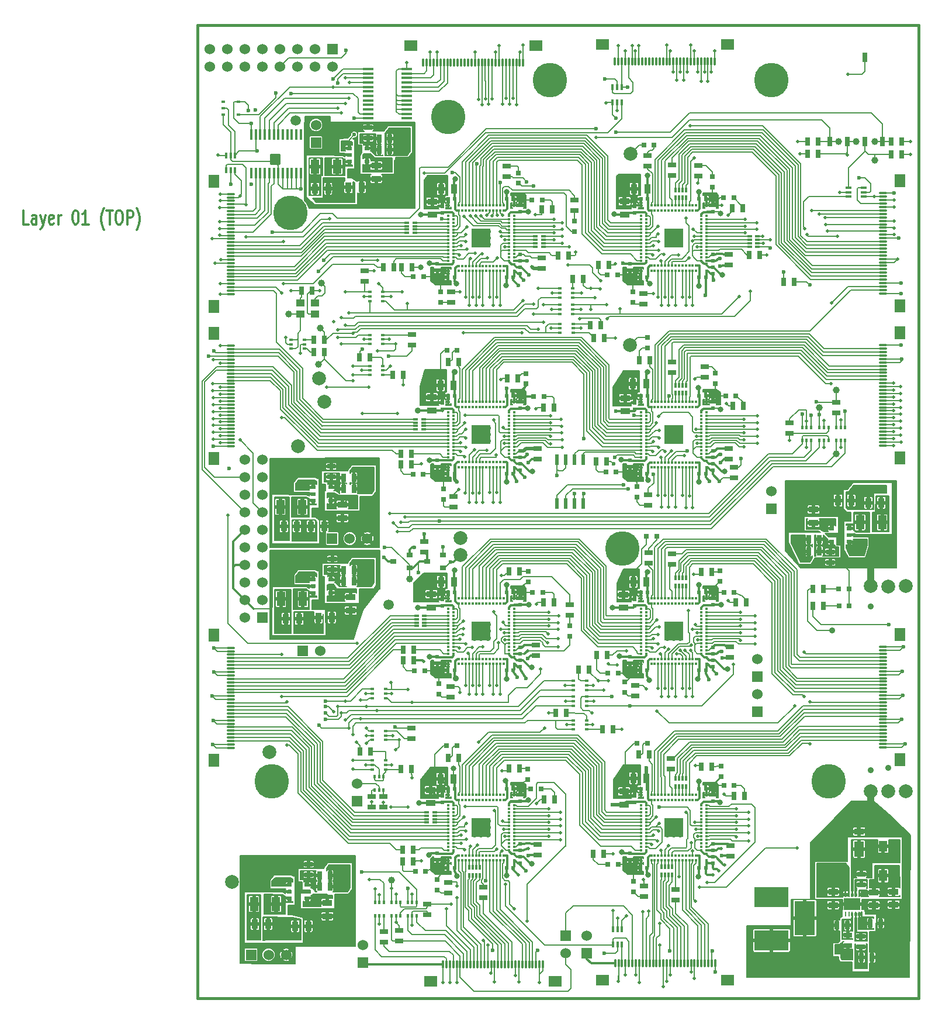
<source format=gtl>
G04 (created by PCBNEW-RS274X (2012-01-19 BZR 3256)-stable) date 02/09/2012 18:50:17*
G01*
G70*
G90*
%MOIN*%
G04 Gerber Fmt 3.4, Leading zero omitted, Abs format*
%FSLAX34Y34*%
G04 APERTURE LIST*
%ADD10C,0.009800*%
%ADD11C,0.012000*%
%ADD12C,0.015000*%
%ADD13R,0.196900X0.118100*%
%ADD14R,0.118100X0.196900*%
%ADD15C,0.059100*%
%ADD16C,0.078700*%
%ADD17C,0.039400*%
%ADD18R,0.025600X0.011800*%
%ADD19R,0.110200X0.110200*%
%ADD20R,0.011800X0.011800*%
%ADD21R,0.051200X0.043300*%
%ADD22R,0.060000X0.060000*%
%ADD23C,0.060000*%
%ADD24R,0.074800X0.063000*%
%ADD25O,0.011800X0.049200*%
%ADD26R,0.045000X0.025000*%
%ADD27R,0.030000X0.020000*%
%ADD28R,0.025000X0.045000*%
%ADD29R,0.093700X0.065000*%
%ADD30R,0.009800X0.026600*%
%ADD31R,0.055100X0.086600*%
%ADD32R,0.055100X0.035400*%
%ADD33R,0.015700X0.019700*%
%ADD34R,0.019700X0.015700*%
%ADD35R,0.063000X0.074800*%
%ADD36O,0.049200X0.011800*%
%ADD37R,0.011800X0.063000*%
%ADD38R,0.063000X0.011800*%
%ADD39R,0.025600X0.053100*%
%ADD40R,0.037400X0.025600*%
%ADD41R,0.023600X0.015700*%
%ADD42R,0.047200X0.063000*%
%ADD43R,0.047200X0.078700*%
%ADD44R,0.024400X0.024400*%
%ADD45R,0.055000X0.035000*%
%ADD46R,0.035000X0.055000*%
%ADD47C,0.196900*%
%ADD48R,0.031400X0.031400*%
%ADD49R,0.020000X0.059100*%
%ADD50R,0.011800X0.025600*%
%ADD51R,0.013800X0.033500*%
%ADD52R,0.033500X0.013800*%
%ADD53C,0.035400*%
%ADD54C,0.023600*%
%ADD55C,0.031500*%
%ADD56C,0.019700*%
%ADD57C,0.055100*%
%ADD58C,0.005900*%
%ADD59C,0.011800*%
%ADD60C,0.019700*%
%ADD61C,0.039400*%
%ADD62C,0.010000*%
G04 APERTURE END LIST*
G54D10*
G54D11*
X05595Y-21220D02*
X05309Y-21220D01*
X05309Y-20420D01*
X06052Y-21220D02*
X06052Y-20801D01*
X06023Y-20725D01*
X05966Y-20686D01*
X05852Y-20686D01*
X05795Y-20725D01*
X06052Y-21182D02*
X05995Y-21220D01*
X05852Y-21220D01*
X05795Y-21182D01*
X05766Y-21106D01*
X05766Y-21029D01*
X05795Y-20953D01*
X05852Y-20915D01*
X05995Y-20915D01*
X06052Y-20877D01*
X06281Y-20686D02*
X06424Y-21220D01*
X06566Y-20686D02*
X06424Y-21220D01*
X06366Y-21410D01*
X06338Y-21448D01*
X06281Y-21486D01*
X07023Y-21182D02*
X06966Y-21220D01*
X06852Y-21220D01*
X06795Y-21182D01*
X06766Y-21106D01*
X06766Y-20801D01*
X06795Y-20725D01*
X06852Y-20686D01*
X06966Y-20686D01*
X07023Y-20725D01*
X07052Y-20801D01*
X07052Y-20877D01*
X06766Y-20953D01*
X07309Y-21220D02*
X07309Y-20686D01*
X07309Y-20839D02*
X07337Y-20763D01*
X07366Y-20725D01*
X07423Y-20686D01*
X07480Y-20686D01*
X08251Y-20420D02*
X08308Y-20420D01*
X08365Y-20458D01*
X08394Y-20496D01*
X08423Y-20572D01*
X08451Y-20725D01*
X08451Y-20915D01*
X08423Y-21067D01*
X08394Y-21144D01*
X08365Y-21182D01*
X08308Y-21220D01*
X08251Y-21220D01*
X08194Y-21182D01*
X08165Y-21144D01*
X08137Y-21067D01*
X08108Y-20915D01*
X08108Y-20725D01*
X08137Y-20572D01*
X08165Y-20496D01*
X08194Y-20458D01*
X08251Y-20420D01*
X09022Y-21220D02*
X08679Y-21220D01*
X08851Y-21220D02*
X08851Y-20420D01*
X08794Y-20534D01*
X08736Y-20610D01*
X08679Y-20648D01*
X09907Y-21525D02*
X09879Y-21486D01*
X09822Y-21372D01*
X09793Y-21296D01*
X09764Y-21182D01*
X09736Y-20991D01*
X09736Y-20839D01*
X09764Y-20648D01*
X09793Y-20534D01*
X09822Y-20458D01*
X09879Y-20344D01*
X09907Y-20306D01*
X10050Y-20420D02*
X10393Y-20420D01*
X10222Y-21220D02*
X10222Y-20420D01*
X10707Y-20420D02*
X10821Y-20420D01*
X10879Y-20458D01*
X10936Y-20534D01*
X10964Y-20686D01*
X10964Y-20953D01*
X10936Y-21106D01*
X10879Y-21182D01*
X10821Y-21220D01*
X10707Y-21220D01*
X10650Y-21182D01*
X10593Y-21106D01*
X10564Y-20953D01*
X10564Y-20686D01*
X10593Y-20534D01*
X10650Y-20458D01*
X10707Y-20420D01*
X11222Y-21220D02*
X11222Y-20420D01*
X11450Y-20420D01*
X11508Y-20458D01*
X11536Y-20496D01*
X11565Y-20572D01*
X11565Y-20686D01*
X11536Y-20763D01*
X11508Y-20801D01*
X11450Y-20839D01*
X11222Y-20839D01*
X11765Y-21525D02*
X11793Y-21486D01*
X11850Y-21372D01*
X11879Y-21296D01*
X11908Y-21182D01*
X11936Y-20991D01*
X11936Y-20839D01*
X11908Y-20648D01*
X11879Y-20534D01*
X11850Y-20458D01*
X11793Y-20344D01*
X11765Y-20306D01*
G54D12*
X56358Y-09882D02*
X56358Y-11083D01*
X15236Y-09882D02*
X15236Y-11063D01*
X56358Y-65335D02*
X15236Y-65335D01*
X15236Y-09882D02*
X56358Y-09882D01*
X56358Y-65335D02*
X56358Y-11102D01*
X15236Y-18661D02*
X15236Y-11102D01*
X15236Y-65315D02*
X15236Y-65335D01*
X15236Y-18681D02*
X15236Y-65315D01*
G54D13*
X47982Y-62041D03*
X47982Y-59581D03*
G54D14*
X49872Y-60762D03*
G54D15*
X20827Y-15315D03*
X26122Y-42894D03*
G54D16*
X30236Y-40069D03*
G54D17*
X22303Y-24567D03*
G54D18*
X27174Y-21122D03*
X27174Y-21319D03*
X27174Y-21516D03*
X27174Y-21713D03*
X27627Y-21713D03*
X27627Y-21516D03*
X27627Y-21319D03*
X27627Y-21122D03*
G54D19*
X42402Y-22007D03*
G54D20*
X44272Y-23877D03*
X40532Y-23877D03*
X44272Y-20137D03*
X40532Y-20137D03*
X40926Y-20137D03*
X41123Y-20137D03*
X41320Y-20137D03*
X41517Y-20137D03*
X41713Y-20137D03*
X41910Y-20137D03*
X42107Y-20137D03*
X42304Y-20137D03*
X42491Y-20137D03*
X42698Y-20137D03*
X42895Y-20137D03*
X43092Y-20137D03*
X43288Y-20137D03*
X43485Y-20137D03*
X43682Y-20137D03*
X43878Y-20137D03*
X41122Y-20432D03*
X41319Y-20432D03*
X41516Y-20432D03*
X41713Y-20432D03*
X41910Y-20432D03*
X42107Y-20432D03*
X42304Y-20432D03*
X42500Y-20432D03*
X42697Y-20432D03*
X42894Y-20432D03*
X43091Y-20432D03*
X43288Y-20432D03*
X43485Y-20432D03*
X43682Y-20432D03*
X40532Y-20531D03*
X40532Y-20727D03*
X40532Y-20924D03*
X40532Y-21121D03*
X40532Y-21318D03*
X40532Y-21515D03*
X40532Y-21909D03*
X40532Y-22106D03*
X40532Y-22302D03*
X40532Y-22499D03*
X40532Y-22892D03*
X40532Y-23089D03*
X40532Y-23286D03*
X40532Y-23483D03*
X40532Y-21712D03*
X40532Y-22696D03*
X40827Y-20727D03*
X40827Y-20924D03*
X40827Y-21121D03*
X40827Y-21318D03*
X40827Y-21515D03*
X40827Y-21712D03*
X40827Y-21909D03*
X40827Y-22105D03*
X40827Y-22302D03*
X40827Y-22499D03*
X40827Y-22696D03*
X40827Y-22893D03*
X40827Y-23090D03*
X40827Y-23287D03*
X40926Y-23877D03*
X41122Y-23877D03*
X41319Y-23877D03*
X41516Y-23877D03*
X41713Y-23877D03*
X41910Y-23877D03*
X42107Y-23877D03*
X42304Y-23877D03*
X42500Y-23877D03*
X42697Y-23877D03*
X42894Y-23877D03*
X43091Y-23877D03*
X43288Y-23877D03*
X43485Y-23877D03*
X43682Y-23877D03*
X43878Y-23877D03*
X41122Y-23582D03*
X41319Y-23582D03*
X41516Y-23582D03*
X41713Y-23582D03*
X41910Y-23582D03*
X42107Y-23582D03*
X42304Y-23582D03*
X42500Y-23582D03*
X42697Y-23582D03*
X42894Y-23582D03*
X43091Y-23582D03*
X43288Y-23582D03*
X43485Y-23582D03*
X43682Y-23582D03*
X44272Y-23483D03*
X44272Y-23287D03*
X44272Y-23090D03*
X44272Y-22893D03*
X44272Y-22696D03*
X44272Y-22499D03*
X44272Y-22302D03*
X44272Y-22105D03*
X44272Y-21909D03*
X44272Y-21712D03*
X44272Y-21515D03*
X44272Y-21121D03*
X44272Y-21318D03*
X44272Y-20924D03*
X44272Y-20727D03*
X44272Y-20531D03*
X43977Y-23287D03*
X43977Y-23090D03*
X43977Y-22893D03*
X43977Y-22696D03*
X43977Y-22499D03*
X43977Y-22302D03*
X43977Y-22105D03*
X43977Y-21909D03*
X43977Y-21712D03*
X43977Y-21515D03*
X43977Y-21318D03*
X43977Y-21121D03*
X43977Y-20924D03*
X43977Y-20727D03*
G54D21*
X21929Y-25699D03*
X21103Y-25699D03*
X21103Y-26349D03*
X21929Y-26349D03*
G54D22*
X18935Y-43630D03*
G54D23*
X17935Y-43630D03*
X18935Y-42630D03*
X17935Y-42630D03*
X18935Y-41630D03*
X17935Y-41630D03*
X18935Y-40630D03*
X17935Y-40630D03*
X18935Y-39630D03*
X17935Y-39630D03*
X18935Y-38630D03*
X17935Y-38630D03*
X18935Y-37630D03*
X17935Y-37630D03*
X18935Y-36630D03*
X17935Y-36630D03*
X18935Y-35630D03*
X17935Y-35630D03*
X18935Y-34630D03*
X17935Y-34630D03*
G54D19*
X31418Y-22009D03*
G54D20*
X33288Y-23879D03*
X29548Y-23879D03*
X33288Y-20139D03*
X29548Y-20139D03*
X29942Y-20139D03*
X30139Y-20139D03*
X30336Y-20139D03*
X30533Y-20139D03*
X30729Y-20139D03*
X30926Y-20139D03*
X31123Y-20139D03*
X31320Y-20139D03*
X31507Y-20139D03*
X31714Y-20139D03*
X31911Y-20139D03*
X32108Y-20139D03*
X32304Y-20139D03*
X32501Y-20139D03*
X32698Y-20139D03*
X32894Y-20139D03*
X30138Y-20434D03*
X30335Y-20434D03*
X30532Y-20434D03*
X30729Y-20434D03*
X30926Y-20434D03*
X31123Y-20434D03*
X31320Y-20434D03*
X31516Y-20434D03*
X31713Y-20434D03*
X31910Y-20434D03*
X32107Y-20434D03*
X32304Y-20434D03*
X32501Y-20434D03*
X32698Y-20434D03*
X29548Y-20533D03*
X29548Y-20729D03*
X29548Y-20926D03*
X29548Y-21123D03*
X29548Y-21320D03*
X29548Y-21517D03*
X29548Y-21911D03*
X29548Y-22108D03*
X29548Y-22304D03*
X29548Y-22501D03*
X29548Y-22894D03*
X29548Y-23091D03*
X29548Y-23288D03*
X29548Y-23485D03*
X29548Y-21714D03*
X29548Y-22698D03*
X29843Y-20729D03*
X29843Y-20926D03*
X29843Y-21123D03*
X29843Y-21320D03*
X29843Y-21517D03*
X29843Y-21714D03*
X29843Y-21911D03*
X29843Y-22107D03*
X29843Y-22304D03*
X29843Y-22501D03*
X29843Y-22698D03*
X29843Y-22895D03*
X29843Y-23092D03*
X29843Y-23289D03*
X29942Y-23879D03*
X30138Y-23879D03*
X30335Y-23879D03*
X30532Y-23879D03*
X30729Y-23879D03*
X30926Y-23879D03*
X31123Y-23879D03*
X31320Y-23879D03*
X31516Y-23879D03*
X31713Y-23879D03*
X31910Y-23879D03*
X32107Y-23879D03*
X32304Y-23879D03*
X32501Y-23879D03*
X32698Y-23879D03*
X32894Y-23879D03*
X30138Y-23584D03*
X30335Y-23584D03*
X30532Y-23584D03*
X30729Y-23584D03*
X30926Y-23584D03*
X31123Y-23584D03*
X31320Y-23584D03*
X31516Y-23584D03*
X31713Y-23584D03*
X31910Y-23584D03*
X32107Y-23584D03*
X32304Y-23584D03*
X32501Y-23584D03*
X32698Y-23584D03*
X33288Y-23485D03*
X33288Y-23289D03*
X33288Y-23092D03*
X33288Y-22895D03*
X33288Y-22698D03*
X33288Y-22501D03*
X33288Y-22304D03*
X33288Y-22107D03*
X33288Y-21911D03*
X33288Y-21714D03*
X33288Y-21517D03*
X33288Y-21123D03*
X33288Y-21320D03*
X33288Y-20926D03*
X33288Y-20729D03*
X33288Y-20533D03*
X32993Y-23289D03*
X32993Y-23092D03*
X32993Y-22895D03*
X32993Y-22698D03*
X32993Y-22501D03*
X32993Y-22304D03*
X32993Y-22107D03*
X32993Y-21911D03*
X32993Y-21714D03*
X32993Y-21517D03*
X32993Y-21320D03*
X32993Y-21123D03*
X32993Y-20926D03*
X32993Y-20729D03*
G54D19*
X42402Y-33209D03*
G54D20*
X44272Y-35079D03*
X40532Y-35079D03*
X44272Y-31339D03*
X40532Y-31339D03*
X40926Y-31339D03*
X41123Y-31339D03*
X41320Y-31339D03*
X41517Y-31339D03*
X41713Y-31339D03*
X41910Y-31339D03*
X42107Y-31339D03*
X42304Y-31339D03*
X42491Y-31339D03*
X42698Y-31339D03*
X42895Y-31339D03*
X43092Y-31339D03*
X43288Y-31339D03*
X43485Y-31339D03*
X43682Y-31339D03*
X43878Y-31339D03*
X41122Y-31634D03*
X41319Y-31634D03*
X41516Y-31634D03*
X41713Y-31634D03*
X41910Y-31634D03*
X42107Y-31634D03*
X42304Y-31634D03*
X42500Y-31634D03*
X42697Y-31634D03*
X42894Y-31634D03*
X43091Y-31634D03*
X43288Y-31634D03*
X43485Y-31634D03*
X43682Y-31634D03*
X40532Y-31733D03*
X40532Y-31929D03*
X40532Y-32126D03*
X40532Y-32323D03*
X40532Y-32520D03*
X40532Y-32717D03*
X40532Y-33111D03*
X40532Y-33308D03*
X40532Y-33504D03*
X40532Y-33701D03*
X40532Y-34094D03*
X40532Y-34291D03*
X40532Y-34488D03*
X40532Y-34685D03*
X40532Y-32914D03*
X40532Y-33898D03*
X40827Y-31929D03*
X40827Y-32126D03*
X40827Y-32323D03*
X40827Y-32520D03*
X40827Y-32717D03*
X40827Y-32914D03*
X40827Y-33111D03*
X40827Y-33307D03*
X40827Y-33504D03*
X40827Y-33701D03*
X40827Y-33898D03*
X40827Y-34095D03*
X40827Y-34292D03*
X40827Y-34489D03*
X40926Y-35079D03*
X41122Y-35079D03*
X41319Y-35079D03*
X41516Y-35079D03*
X41713Y-35079D03*
X41910Y-35079D03*
X42107Y-35079D03*
X42304Y-35079D03*
X42500Y-35079D03*
X42697Y-35079D03*
X42894Y-35079D03*
X43091Y-35079D03*
X43288Y-35079D03*
X43485Y-35079D03*
X43682Y-35079D03*
X43878Y-35079D03*
X41122Y-34784D03*
X41319Y-34784D03*
X41516Y-34784D03*
X41713Y-34784D03*
X41910Y-34784D03*
X42107Y-34784D03*
X42304Y-34784D03*
X42500Y-34784D03*
X42697Y-34784D03*
X42894Y-34784D03*
X43091Y-34784D03*
X43288Y-34784D03*
X43485Y-34784D03*
X43682Y-34784D03*
X44272Y-34685D03*
X44272Y-34489D03*
X44272Y-34292D03*
X44272Y-34095D03*
X44272Y-33898D03*
X44272Y-33701D03*
X44272Y-33504D03*
X44272Y-33307D03*
X44272Y-33111D03*
X44272Y-32914D03*
X44272Y-32717D03*
X44272Y-32323D03*
X44272Y-32520D03*
X44272Y-32126D03*
X44272Y-31929D03*
X44272Y-31733D03*
X43977Y-34489D03*
X43977Y-34292D03*
X43977Y-34095D03*
X43977Y-33898D03*
X43977Y-33701D03*
X43977Y-33504D03*
X43977Y-33307D03*
X43977Y-33111D03*
X43977Y-32914D03*
X43977Y-32717D03*
X43977Y-32520D03*
X43977Y-32323D03*
X43977Y-32126D03*
X43977Y-31929D03*
G54D19*
X31418Y-33206D03*
G54D20*
X33288Y-35076D03*
X29548Y-35076D03*
X33288Y-31336D03*
X29548Y-31336D03*
X29942Y-31336D03*
X30139Y-31336D03*
X30336Y-31336D03*
X30533Y-31336D03*
X30729Y-31336D03*
X30926Y-31336D03*
X31123Y-31336D03*
X31320Y-31336D03*
X31507Y-31336D03*
X31714Y-31336D03*
X31911Y-31336D03*
X32108Y-31336D03*
X32304Y-31336D03*
X32501Y-31336D03*
X32698Y-31336D03*
X32894Y-31336D03*
X30138Y-31631D03*
X30335Y-31631D03*
X30532Y-31631D03*
X30729Y-31631D03*
X30926Y-31631D03*
X31123Y-31631D03*
X31320Y-31631D03*
X31516Y-31631D03*
X31713Y-31631D03*
X31910Y-31631D03*
X32107Y-31631D03*
X32304Y-31631D03*
X32501Y-31631D03*
X32698Y-31631D03*
X29548Y-31730D03*
X29548Y-31926D03*
X29548Y-32123D03*
X29548Y-32320D03*
X29548Y-32517D03*
X29548Y-32714D03*
X29548Y-33108D03*
X29548Y-33305D03*
X29548Y-33501D03*
X29548Y-33698D03*
X29548Y-34091D03*
X29548Y-34288D03*
X29548Y-34485D03*
X29548Y-34682D03*
X29548Y-32911D03*
X29548Y-33895D03*
X29843Y-31926D03*
X29843Y-32123D03*
X29843Y-32320D03*
X29843Y-32517D03*
X29843Y-32714D03*
X29843Y-32911D03*
X29843Y-33108D03*
X29843Y-33304D03*
X29843Y-33501D03*
X29843Y-33698D03*
X29843Y-33895D03*
X29843Y-34092D03*
X29843Y-34289D03*
X29843Y-34486D03*
X29942Y-35076D03*
X30138Y-35076D03*
X30335Y-35076D03*
X30532Y-35076D03*
X30729Y-35076D03*
X30926Y-35076D03*
X31123Y-35076D03*
X31320Y-35076D03*
X31516Y-35076D03*
X31713Y-35076D03*
X31910Y-35076D03*
X32107Y-35076D03*
X32304Y-35076D03*
X32501Y-35076D03*
X32698Y-35076D03*
X32894Y-35076D03*
X30138Y-34781D03*
X30335Y-34781D03*
X30532Y-34781D03*
X30729Y-34781D03*
X30926Y-34781D03*
X31123Y-34781D03*
X31320Y-34781D03*
X31516Y-34781D03*
X31713Y-34781D03*
X31910Y-34781D03*
X32107Y-34781D03*
X32304Y-34781D03*
X32501Y-34781D03*
X32698Y-34781D03*
X33288Y-34682D03*
X33288Y-34486D03*
X33288Y-34289D03*
X33288Y-34092D03*
X33288Y-33895D03*
X33288Y-33698D03*
X33288Y-33501D03*
X33288Y-33304D03*
X33288Y-33108D03*
X33288Y-32911D03*
X33288Y-32714D03*
X33288Y-32320D03*
X33288Y-32517D03*
X33288Y-32123D03*
X33288Y-31926D03*
X33288Y-31730D03*
X32993Y-34486D03*
X32993Y-34289D03*
X32993Y-34092D03*
X32993Y-33895D03*
X32993Y-33698D03*
X32993Y-33501D03*
X32993Y-33304D03*
X32993Y-33108D03*
X32993Y-32911D03*
X32993Y-32714D03*
X32993Y-32517D03*
X32993Y-32320D03*
X32993Y-32123D03*
X32993Y-31926D03*
G54D19*
X31417Y-55610D03*
G54D20*
X33287Y-57480D03*
X29547Y-57480D03*
X33287Y-53740D03*
X29547Y-53740D03*
X29941Y-53740D03*
X30138Y-53740D03*
X30335Y-53740D03*
X30532Y-53740D03*
X30728Y-53740D03*
X30925Y-53740D03*
X31122Y-53740D03*
X31319Y-53740D03*
X31506Y-53740D03*
X31713Y-53740D03*
X31910Y-53740D03*
X32107Y-53740D03*
X32303Y-53740D03*
X32500Y-53740D03*
X32697Y-53740D03*
X32893Y-53740D03*
X30137Y-54035D03*
X30334Y-54035D03*
X30531Y-54035D03*
X30728Y-54035D03*
X30925Y-54035D03*
X31122Y-54035D03*
X31319Y-54035D03*
X31515Y-54035D03*
X31712Y-54035D03*
X31909Y-54035D03*
X32106Y-54035D03*
X32303Y-54035D03*
X32500Y-54035D03*
X32697Y-54035D03*
X29547Y-54134D03*
X29547Y-54330D03*
X29547Y-54527D03*
X29547Y-54724D03*
X29547Y-54921D03*
X29547Y-55118D03*
X29547Y-55512D03*
X29547Y-55709D03*
X29547Y-55905D03*
X29547Y-56102D03*
X29547Y-56495D03*
X29547Y-56692D03*
X29547Y-56889D03*
X29547Y-57086D03*
X29547Y-55315D03*
X29547Y-56299D03*
X29842Y-54330D03*
X29842Y-54527D03*
X29842Y-54724D03*
X29842Y-54921D03*
X29842Y-55118D03*
X29842Y-55315D03*
X29842Y-55512D03*
X29842Y-55708D03*
X29842Y-55905D03*
X29842Y-56102D03*
X29842Y-56299D03*
X29842Y-56496D03*
X29842Y-56693D03*
X29842Y-56890D03*
X29941Y-57480D03*
X30137Y-57480D03*
X30334Y-57480D03*
X30531Y-57480D03*
X30728Y-57480D03*
X30925Y-57480D03*
X31122Y-57480D03*
X31319Y-57480D03*
X31515Y-57480D03*
X31712Y-57480D03*
X31909Y-57480D03*
X32106Y-57480D03*
X32303Y-57480D03*
X32500Y-57480D03*
X32697Y-57480D03*
X32893Y-57480D03*
X30137Y-57185D03*
X30334Y-57185D03*
X30531Y-57185D03*
X30728Y-57185D03*
X30925Y-57185D03*
X31122Y-57185D03*
X31319Y-57185D03*
X31515Y-57185D03*
X31712Y-57185D03*
X31909Y-57185D03*
X32106Y-57185D03*
X32303Y-57185D03*
X32500Y-57185D03*
X32697Y-57185D03*
X33287Y-57086D03*
X33287Y-56890D03*
X33287Y-56693D03*
X33287Y-56496D03*
X33287Y-56299D03*
X33287Y-56102D03*
X33287Y-55905D03*
X33287Y-55708D03*
X33287Y-55512D03*
X33287Y-55315D03*
X33287Y-55118D03*
X33287Y-54724D03*
X33287Y-54921D03*
X33287Y-54527D03*
X33287Y-54330D03*
X33287Y-54134D03*
X32992Y-56890D03*
X32992Y-56693D03*
X32992Y-56496D03*
X32992Y-56299D03*
X32992Y-56102D03*
X32992Y-55905D03*
X32992Y-55708D03*
X32992Y-55512D03*
X32992Y-55315D03*
X32992Y-55118D03*
X32992Y-54921D03*
X32992Y-54724D03*
X32992Y-54527D03*
X32992Y-54330D03*
G54D19*
X42401Y-55611D03*
G54D20*
X44271Y-57481D03*
X40531Y-57481D03*
X44271Y-53741D03*
X40531Y-53741D03*
X40925Y-53741D03*
X41122Y-53741D03*
X41319Y-53741D03*
X41516Y-53741D03*
X41712Y-53741D03*
X41909Y-53741D03*
X42106Y-53741D03*
X42303Y-53741D03*
X42490Y-53741D03*
X42697Y-53741D03*
X42894Y-53741D03*
X43091Y-53741D03*
X43287Y-53741D03*
X43484Y-53741D03*
X43681Y-53741D03*
X43877Y-53741D03*
X41121Y-54036D03*
X41318Y-54036D03*
X41515Y-54036D03*
X41712Y-54036D03*
X41909Y-54036D03*
X42106Y-54036D03*
X42303Y-54036D03*
X42499Y-54036D03*
X42696Y-54036D03*
X42893Y-54036D03*
X43090Y-54036D03*
X43287Y-54036D03*
X43484Y-54036D03*
X43681Y-54036D03*
X40531Y-54135D03*
X40531Y-54331D03*
X40531Y-54528D03*
X40531Y-54725D03*
X40531Y-54922D03*
X40531Y-55119D03*
X40531Y-55513D03*
X40531Y-55710D03*
X40531Y-55906D03*
X40531Y-56103D03*
X40531Y-56496D03*
X40531Y-56693D03*
X40531Y-56890D03*
X40531Y-57087D03*
X40531Y-55316D03*
X40531Y-56300D03*
X40826Y-54331D03*
X40826Y-54528D03*
X40826Y-54725D03*
X40826Y-54922D03*
X40826Y-55119D03*
X40826Y-55316D03*
X40826Y-55513D03*
X40826Y-55709D03*
X40826Y-55906D03*
X40826Y-56103D03*
X40826Y-56300D03*
X40826Y-56497D03*
X40826Y-56694D03*
X40826Y-56891D03*
X40925Y-57481D03*
X41121Y-57481D03*
X41318Y-57481D03*
X41515Y-57481D03*
X41712Y-57481D03*
X41909Y-57481D03*
X42106Y-57481D03*
X42303Y-57481D03*
X42499Y-57481D03*
X42696Y-57481D03*
X42893Y-57481D03*
X43090Y-57481D03*
X43287Y-57481D03*
X43484Y-57481D03*
X43681Y-57481D03*
X43877Y-57481D03*
X41121Y-57186D03*
X41318Y-57186D03*
X41515Y-57186D03*
X41712Y-57186D03*
X41909Y-57186D03*
X42106Y-57186D03*
X42303Y-57186D03*
X42499Y-57186D03*
X42696Y-57186D03*
X42893Y-57186D03*
X43090Y-57186D03*
X43287Y-57186D03*
X43484Y-57186D03*
X43681Y-57186D03*
X44271Y-57087D03*
X44271Y-56891D03*
X44271Y-56694D03*
X44271Y-56497D03*
X44271Y-56300D03*
X44271Y-56103D03*
X44271Y-55906D03*
X44271Y-55709D03*
X44271Y-55513D03*
X44271Y-55316D03*
X44271Y-55119D03*
X44271Y-54725D03*
X44271Y-54922D03*
X44271Y-54528D03*
X44271Y-54331D03*
X44271Y-54135D03*
X43976Y-56891D03*
X43976Y-56694D03*
X43976Y-56497D03*
X43976Y-56300D03*
X43976Y-56103D03*
X43976Y-55906D03*
X43976Y-55709D03*
X43976Y-55513D03*
X43976Y-55316D03*
X43976Y-55119D03*
X43976Y-54922D03*
X43976Y-54725D03*
X43976Y-54528D03*
X43976Y-54331D03*
G54D19*
X42401Y-44412D03*
G54D20*
X44271Y-46282D03*
X40531Y-46282D03*
X44271Y-42542D03*
X40531Y-42542D03*
X40925Y-42542D03*
X41122Y-42542D03*
X41319Y-42542D03*
X41516Y-42542D03*
X41712Y-42542D03*
X41909Y-42542D03*
X42106Y-42542D03*
X42303Y-42542D03*
X42490Y-42542D03*
X42697Y-42542D03*
X42894Y-42542D03*
X43091Y-42542D03*
X43287Y-42542D03*
X43484Y-42542D03*
X43681Y-42542D03*
X43877Y-42542D03*
X41121Y-42837D03*
X41318Y-42837D03*
X41515Y-42837D03*
X41712Y-42837D03*
X41909Y-42837D03*
X42106Y-42837D03*
X42303Y-42837D03*
X42499Y-42837D03*
X42696Y-42837D03*
X42893Y-42837D03*
X43090Y-42837D03*
X43287Y-42837D03*
X43484Y-42837D03*
X43681Y-42837D03*
X40531Y-42936D03*
X40531Y-43132D03*
X40531Y-43329D03*
X40531Y-43526D03*
X40531Y-43723D03*
X40531Y-43920D03*
X40531Y-44314D03*
X40531Y-44511D03*
X40531Y-44707D03*
X40531Y-44904D03*
X40531Y-45297D03*
X40531Y-45494D03*
X40531Y-45691D03*
X40531Y-45888D03*
X40531Y-44117D03*
X40531Y-45101D03*
X40826Y-43132D03*
X40826Y-43329D03*
X40826Y-43526D03*
X40826Y-43723D03*
X40826Y-43920D03*
X40826Y-44117D03*
X40826Y-44314D03*
X40826Y-44510D03*
X40826Y-44707D03*
X40826Y-44904D03*
X40826Y-45101D03*
X40826Y-45298D03*
X40826Y-45495D03*
X40826Y-45692D03*
X40925Y-46282D03*
X41121Y-46282D03*
X41318Y-46282D03*
X41515Y-46282D03*
X41712Y-46282D03*
X41909Y-46282D03*
X42106Y-46282D03*
X42303Y-46282D03*
X42499Y-46282D03*
X42696Y-46282D03*
X42893Y-46282D03*
X43090Y-46282D03*
X43287Y-46282D03*
X43484Y-46282D03*
X43681Y-46282D03*
X43877Y-46282D03*
X41121Y-45987D03*
X41318Y-45987D03*
X41515Y-45987D03*
X41712Y-45987D03*
X41909Y-45987D03*
X42106Y-45987D03*
X42303Y-45987D03*
X42499Y-45987D03*
X42696Y-45987D03*
X42893Y-45987D03*
X43090Y-45987D03*
X43287Y-45987D03*
X43484Y-45987D03*
X43681Y-45987D03*
X44271Y-45888D03*
X44271Y-45692D03*
X44271Y-45495D03*
X44271Y-45298D03*
X44271Y-45101D03*
X44271Y-44904D03*
X44271Y-44707D03*
X44271Y-44510D03*
X44271Y-44314D03*
X44271Y-44117D03*
X44271Y-43920D03*
X44271Y-43526D03*
X44271Y-43723D03*
X44271Y-43329D03*
X44271Y-43132D03*
X44271Y-42936D03*
X43976Y-45692D03*
X43976Y-45495D03*
X43976Y-45298D03*
X43976Y-45101D03*
X43976Y-44904D03*
X43976Y-44707D03*
X43976Y-44510D03*
X43976Y-44314D03*
X43976Y-44117D03*
X43976Y-43920D03*
X43976Y-43723D03*
X43976Y-43526D03*
X43976Y-43329D03*
X43976Y-43132D03*
G54D19*
X31417Y-44411D03*
G54D20*
X33287Y-46281D03*
X29547Y-46281D03*
X33287Y-42541D03*
X29547Y-42541D03*
X29941Y-42541D03*
X30138Y-42541D03*
X30335Y-42541D03*
X30532Y-42541D03*
X30728Y-42541D03*
X30925Y-42541D03*
X31122Y-42541D03*
X31319Y-42541D03*
X31506Y-42541D03*
X31713Y-42541D03*
X31910Y-42541D03*
X32107Y-42541D03*
X32303Y-42541D03*
X32500Y-42541D03*
X32697Y-42541D03*
X32893Y-42541D03*
X30137Y-42836D03*
X30334Y-42836D03*
X30531Y-42836D03*
X30728Y-42836D03*
X30925Y-42836D03*
X31122Y-42836D03*
X31319Y-42836D03*
X31515Y-42836D03*
X31712Y-42836D03*
X31909Y-42836D03*
X32106Y-42836D03*
X32303Y-42836D03*
X32500Y-42836D03*
X32697Y-42836D03*
X29547Y-42935D03*
X29547Y-43131D03*
X29547Y-43328D03*
X29547Y-43525D03*
X29547Y-43722D03*
X29547Y-43919D03*
X29547Y-44313D03*
X29547Y-44510D03*
X29547Y-44706D03*
X29547Y-44903D03*
X29547Y-45296D03*
X29547Y-45493D03*
X29547Y-45690D03*
X29547Y-45887D03*
X29547Y-44116D03*
X29547Y-45100D03*
X29842Y-43131D03*
X29842Y-43328D03*
X29842Y-43525D03*
X29842Y-43722D03*
X29842Y-43919D03*
X29842Y-44116D03*
X29842Y-44313D03*
X29842Y-44509D03*
X29842Y-44706D03*
X29842Y-44903D03*
X29842Y-45100D03*
X29842Y-45297D03*
X29842Y-45494D03*
X29842Y-45691D03*
X29941Y-46281D03*
X30137Y-46281D03*
X30334Y-46281D03*
X30531Y-46281D03*
X30728Y-46281D03*
X30925Y-46281D03*
X31122Y-46281D03*
X31319Y-46281D03*
X31515Y-46281D03*
X31712Y-46281D03*
X31909Y-46281D03*
X32106Y-46281D03*
X32303Y-46281D03*
X32500Y-46281D03*
X32697Y-46281D03*
X32893Y-46281D03*
X30137Y-45986D03*
X30334Y-45986D03*
X30531Y-45986D03*
X30728Y-45986D03*
X30925Y-45986D03*
X31122Y-45986D03*
X31319Y-45986D03*
X31515Y-45986D03*
X31712Y-45986D03*
X31909Y-45986D03*
X32106Y-45986D03*
X32303Y-45986D03*
X32500Y-45986D03*
X32697Y-45986D03*
X33287Y-45887D03*
X33287Y-45691D03*
X33287Y-45494D03*
X33287Y-45297D03*
X33287Y-45100D03*
X33287Y-44903D03*
X33287Y-44706D03*
X33287Y-44509D03*
X33287Y-44313D03*
X33287Y-44116D03*
X33287Y-43919D03*
X33287Y-43525D03*
X33287Y-43722D03*
X33287Y-43328D03*
X33287Y-43131D03*
X33287Y-42935D03*
X32992Y-45691D03*
X32992Y-45494D03*
X32992Y-45297D03*
X32992Y-45100D03*
X32992Y-44903D03*
X32992Y-44706D03*
X32992Y-44509D03*
X32992Y-44313D03*
X32992Y-44116D03*
X32992Y-43919D03*
X32992Y-43722D03*
X32992Y-43525D03*
X32992Y-43328D03*
X32992Y-43131D03*
G54D24*
X45454Y-10964D03*
X38328Y-10964D03*
G54D25*
X39036Y-11928D03*
X39232Y-11928D03*
X39429Y-11928D03*
X39626Y-11928D03*
X39823Y-11928D03*
X40020Y-11928D03*
X40217Y-11928D03*
X40414Y-11928D03*
X40610Y-11928D03*
X40807Y-11928D03*
X41004Y-11928D03*
X41201Y-11928D03*
X41398Y-11928D03*
X41595Y-11928D03*
X41793Y-11929D03*
X41988Y-11928D03*
X42185Y-11928D03*
X42382Y-11928D03*
X42776Y-11928D03*
X43170Y-11928D03*
X43563Y-11928D03*
X43366Y-11928D03*
X42973Y-11928D03*
X42579Y-11928D03*
X43760Y-11928D03*
X43957Y-11928D03*
X44154Y-11928D03*
X44351Y-11928D03*
X44547Y-11928D03*
X44746Y-11928D03*
G54D24*
X34526Y-11022D03*
X27400Y-11022D03*
G54D25*
X28108Y-11986D03*
X28304Y-11986D03*
X28501Y-11986D03*
X28698Y-11986D03*
X28895Y-11986D03*
X29092Y-11986D03*
X29289Y-11986D03*
X29486Y-11986D03*
X29682Y-11986D03*
X29879Y-11986D03*
X30076Y-11986D03*
X30273Y-11986D03*
X30470Y-11986D03*
X30667Y-11986D03*
X30865Y-11987D03*
X31060Y-11986D03*
X31257Y-11986D03*
X31454Y-11986D03*
X31848Y-11986D03*
X32242Y-11986D03*
X32635Y-11986D03*
X32438Y-11986D03*
X32045Y-11986D03*
X31651Y-11986D03*
X32832Y-11986D03*
X33029Y-11986D03*
X33226Y-11986D03*
X33423Y-11986D03*
X33619Y-11986D03*
X33818Y-11986D03*
G54D26*
X34528Y-45812D03*
X34528Y-45212D03*
X34646Y-57170D03*
X34646Y-56570D03*
X45531Y-23528D03*
X45531Y-22928D03*
X45551Y-34610D03*
X45551Y-34010D03*
G54D27*
X20485Y-58877D03*
X20485Y-59627D03*
X21485Y-58877D03*
X20485Y-59252D03*
X21485Y-59627D03*
G54D26*
X21575Y-58293D03*
X21575Y-57693D03*
G54D28*
X22800Y-58327D03*
X22200Y-58327D03*
G54D27*
X21841Y-36213D03*
X21841Y-36963D03*
X22841Y-36213D03*
X21841Y-36588D03*
X22841Y-36963D03*
G54D26*
X22855Y-35616D03*
X22855Y-35016D03*
G54D28*
X24156Y-35663D03*
X23556Y-35663D03*
X24160Y-40923D03*
X23560Y-40923D03*
G54D26*
X22935Y-40889D03*
X22935Y-40289D03*
G54D27*
X21845Y-41473D03*
X21845Y-42223D03*
X22845Y-41473D03*
X21845Y-41848D03*
X22845Y-42223D03*
X23890Y-16891D03*
X23890Y-17641D03*
X24890Y-16891D03*
X23890Y-17266D03*
X24890Y-17641D03*
X52419Y-39303D03*
X52419Y-38553D03*
X51419Y-39303D03*
X52419Y-38928D03*
X51419Y-38553D03*
G54D29*
X52585Y-59971D03*
G54D30*
X52585Y-60522D03*
X52782Y-60522D03*
X52979Y-60522D03*
X52388Y-60522D03*
X52191Y-60522D03*
X52585Y-59420D03*
X52388Y-59420D03*
X52191Y-59420D03*
X52782Y-59420D03*
X52979Y-59420D03*
G54D31*
X52972Y-56831D03*
G54D32*
X52972Y-55827D03*
G54D28*
X50104Y-39853D03*
X50704Y-39853D03*
G54D26*
X51329Y-39887D03*
X51329Y-40487D03*
X52350Y-62318D03*
X52350Y-61718D03*
G54D28*
X52315Y-61172D03*
X51715Y-61172D03*
G54D26*
X53071Y-61806D03*
X53071Y-62406D03*
G54D28*
X53605Y-61054D03*
X54205Y-61054D03*
G54D26*
X24980Y-16307D03*
X24980Y-15707D03*
G54D28*
X26205Y-16341D03*
X25605Y-16341D03*
G54D26*
X34862Y-23725D03*
X34862Y-23125D03*
G54D33*
X27481Y-59882D03*
X27737Y-59882D03*
X27225Y-59882D03*
X27225Y-60630D03*
X27481Y-60630D03*
X27737Y-60630D03*
X26556Y-59882D03*
X26812Y-59882D03*
X26300Y-59882D03*
X26300Y-60630D03*
X26556Y-60630D03*
X26812Y-60630D03*
X25611Y-59882D03*
X25867Y-59882D03*
X25355Y-59882D03*
X25355Y-60630D03*
X25611Y-60630D03*
X25867Y-60630D03*
G54D26*
X45630Y-57249D03*
X45630Y-56649D03*
X45610Y-45891D03*
X45610Y-45291D03*
X34626Y-34610D03*
X34626Y-34010D03*
G54D34*
X35904Y-25137D03*
X35904Y-24881D03*
X35904Y-25393D03*
X36652Y-25393D03*
X36652Y-25137D03*
X36652Y-24881D03*
X25059Y-25335D03*
X25059Y-25079D03*
X25059Y-25591D03*
X25807Y-25591D03*
X25807Y-25335D03*
X25807Y-25079D03*
X35904Y-26063D03*
X35904Y-25807D03*
X35904Y-26319D03*
X36652Y-26319D03*
X36652Y-26063D03*
X36652Y-25807D03*
X25059Y-27776D03*
X25059Y-27520D03*
X25059Y-28032D03*
X25807Y-28032D03*
X25807Y-27776D03*
X25807Y-27520D03*
G54D24*
X28524Y-64351D03*
X35650Y-64351D03*
G54D25*
X34942Y-63387D03*
X34746Y-63387D03*
X34549Y-63387D03*
X34352Y-63387D03*
X34155Y-63387D03*
X33958Y-63387D03*
X33761Y-63387D03*
X33564Y-63387D03*
X33368Y-63387D03*
X33171Y-63387D03*
X32974Y-63387D03*
X32777Y-63387D03*
X32580Y-63387D03*
X32383Y-63387D03*
X32185Y-63386D03*
X31990Y-63387D03*
X31793Y-63387D03*
X31596Y-63387D03*
X31202Y-63387D03*
X30808Y-63387D03*
X30415Y-63387D03*
X30612Y-63387D03*
X31005Y-63387D03*
X31399Y-63387D03*
X30218Y-63387D03*
X30021Y-63387D03*
X29824Y-63387D03*
X29627Y-63387D03*
X29431Y-63387D03*
X29232Y-63387D03*
G54D24*
X38347Y-64312D03*
X45473Y-64312D03*
G54D25*
X44765Y-63348D03*
X44569Y-63348D03*
X44372Y-63348D03*
X44175Y-63348D03*
X43978Y-63348D03*
X43781Y-63348D03*
X43584Y-63348D03*
X43387Y-63348D03*
X43191Y-63348D03*
X42994Y-63348D03*
X42797Y-63348D03*
X42600Y-63348D03*
X42403Y-63348D03*
X42206Y-63348D03*
X42008Y-63347D03*
X41813Y-63348D03*
X41616Y-63348D03*
X41419Y-63348D03*
X41025Y-63348D03*
X40631Y-63348D03*
X40238Y-63348D03*
X40435Y-63348D03*
X40828Y-63348D03*
X41222Y-63348D03*
X40041Y-63348D03*
X39844Y-63348D03*
X39647Y-63348D03*
X39450Y-63348D03*
X39254Y-63348D03*
X39055Y-63348D03*
G54D35*
X55294Y-25865D03*
X55294Y-18739D03*
G54D36*
X54330Y-19447D03*
X54330Y-19643D03*
X54330Y-19840D03*
X54330Y-20037D03*
X54330Y-20234D03*
X54330Y-20431D03*
X54330Y-20628D03*
X54330Y-20825D03*
X54330Y-21021D03*
X54330Y-21218D03*
X54330Y-21415D03*
X54330Y-21612D03*
X54330Y-21809D03*
X54330Y-22006D03*
X54329Y-22204D03*
X54330Y-22399D03*
X54330Y-22596D03*
X54330Y-22793D03*
X54330Y-23187D03*
X54330Y-23581D03*
X54330Y-23974D03*
X54330Y-23777D03*
X54330Y-23384D03*
X54330Y-22990D03*
X54330Y-24171D03*
X54330Y-24368D03*
X54330Y-24565D03*
X54330Y-24762D03*
X54330Y-24958D03*
X54330Y-25157D03*
G54D35*
X55296Y-34527D03*
X55296Y-27401D03*
G54D36*
X54332Y-28109D03*
X54332Y-28305D03*
X54332Y-28502D03*
X54332Y-28699D03*
X54332Y-28896D03*
X54332Y-29093D03*
X54332Y-29290D03*
X54332Y-29487D03*
X54332Y-29683D03*
X54332Y-29880D03*
X54332Y-30077D03*
X54332Y-30274D03*
X54332Y-30471D03*
X54332Y-30668D03*
X54331Y-30866D03*
X54332Y-31061D03*
X54332Y-31258D03*
X54332Y-31455D03*
X54332Y-31849D03*
X54332Y-32243D03*
X54332Y-32636D03*
X54332Y-32439D03*
X54332Y-32046D03*
X54332Y-31652D03*
X54332Y-32833D03*
X54332Y-33030D03*
X54332Y-33227D03*
X54332Y-33424D03*
X54332Y-33620D03*
X54332Y-33819D03*
G54D35*
X55316Y-51732D03*
X55316Y-44606D03*
G54D36*
X54352Y-45314D03*
X54352Y-45510D03*
X54352Y-45707D03*
X54352Y-45904D03*
X54352Y-46101D03*
X54352Y-46298D03*
X54352Y-46495D03*
X54352Y-46692D03*
X54352Y-46888D03*
X54352Y-47085D03*
X54352Y-47282D03*
X54352Y-47479D03*
X54352Y-47676D03*
X54352Y-47873D03*
X54351Y-48071D03*
X54352Y-48266D03*
X54352Y-48463D03*
X54352Y-48660D03*
X54352Y-49054D03*
X54352Y-49448D03*
X54352Y-49841D03*
X54352Y-49644D03*
X54352Y-49251D03*
X54352Y-48857D03*
X54352Y-50038D03*
X54352Y-50235D03*
X54352Y-50432D03*
X54352Y-50629D03*
X54352Y-50825D03*
X54352Y-51024D03*
G54D35*
X16161Y-44646D03*
X16161Y-51772D03*
G54D36*
X17125Y-51064D03*
X17125Y-50868D03*
X17125Y-50671D03*
X17125Y-50474D03*
X17125Y-50277D03*
X17125Y-50080D03*
X17125Y-49883D03*
X17125Y-49686D03*
X17125Y-49490D03*
X17125Y-49293D03*
X17125Y-49096D03*
X17125Y-48899D03*
X17125Y-48702D03*
X17125Y-48505D03*
X17126Y-48307D03*
X17125Y-48112D03*
X17125Y-47915D03*
X17125Y-47718D03*
X17125Y-47324D03*
X17125Y-46930D03*
X17125Y-46537D03*
X17125Y-46734D03*
X17125Y-47127D03*
X17125Y-47521D03*
X17125Y-46340D03*
X17125Y-46143D03*
X17125Y-45946D03*
X17125Y-45749D03*
X17125Y-45553D03*
X17125Y-45354D03*
G54D35*
X16161Y-27441D03*
X16161Y-34567D03*
G54D36*
X17125Y-33859D03*
X17125Y-33663D03*
X17125Y-33466D03*
X17125Y-33269D03*
X17125Y-33072D03*
X17125Y-32875D03*
X17125Y-32678D03*
X17125Y-32481D03*
X17125Y-32285D03*
X17125Y-32088D03*
X17125Y-31891D03*
X17125Y-31694D03*
X17125Y-31497D03*
X17125Y-31300D03*
X17126Y-31102D03*
X17125Y-30907D03*
X17125Y-30710D03*
X17125Y-30513D03*
X17125Y-30119D03*
X17125Y-29725D03*
X17125Y-29332D03*
X17125Y-29529D03*
X17125Y-29922D03*
X17125Y-30316D03*
X17125Y-29135D03*
X17125Y-28938D03*
X17125Y-28741D03*
X17125Y-28544D03*
X17125Y-28348D03*
X17125Y-28149D03*
G54D35*
X16160Y-18780D03*
X16160Y-25906D03*
G54D36*
X17124Y-25198D03*
X17124Y-25002D03*
X17124Y-24805D03*
X17124Y-24608D03*
X17124Y-24411D03*
X17124Y-24214D03*
X17124Y-24017D03*
X17124Y-23820D03*
X17124Y-23624D03*
X17124Y-23427D03*
X17124Y-23230D03*
X17124Y-23033D03*
X17124Y-22836D03*
X17124Y-22639D03*
X17125Y-22441D03*
X17124Y-22246D03*
X17124Y-22049D03*
X17124Y-21852D03*
X17124Y-21458D03*
X17124Y-21064D03*
X17124Y-20671D03*
X17124Y-20868D03*
X17124Y-21261D03*
X17124Y-21655D03*
X17124Y-20474D03*
X17124Y-20277D03*
X17124Y-20080D03*
X17124Y-19883D03*
X17124Y-19687D03*
X17124Y-19488D03*
G54D37*
X20610Y-18307D03*
X20866Y-18307D03*
X21122Y-18307D03*
X20354Y-18307D03*
X20098Y-18307D03*
X19842Y-18307D03*
X18307Y-18307D03*
X18563Y-18307D03*
X18819Y-18307D03*
X19587Y-18307D03*
X19331Y-18307D03*
X19075Y-18307D03*
X19075Y-16103D03*
X19331Y-16103D03*
X19587Y-16103D03*
X18819Y-16103D03*
X18563Y-16103D03*
X18307Y-16103D03*
X19842Y-16103D03*
X20098Y-16103D03*
X20354Y-16103D03*
X21122Y-16103D03*
X20866Y-16103D03*
X20610Y-16103D03*
G54D38*
X27165Y-12874D03*
X27165Y-12618D03*
X27165Y-12362D03*
X27165Y-13130D03*
X27165Y-13386D03*
X27165Y-13642D03*
X27165Y-15177D03*
X27165Y-14921D03*
X27165Y-14665D03*
X27165Y-13897D03*
X27165Y-14153D03*
X27165Y-14409D03*
X24961Y-14409D03*
X24961Y-14153D03*
X24961Y-13897D03*
X24961Y-14665D03*
X24961Y-14921D03*
X24961Y-15177D03*
X24961Y-13642D03*
X24961Y-13386D03*
X24961Y-13130D03*
X24961Y-12362D03*
X24961Y-12618D03*
X24961Y-12874D03*
G54D39*
X53306Y-16516D03*
X54310Y-16516D03*
X52302Y-16516D03*
X51298Y-16516D03*
X53307Y-11713D03*
G54D40*
X29252Y-40806D03*
X29252Y-40058D03*
X28346Y-40432D03*
X27323Y-40806D03*
X27323Y-40058D03*
X26417Y-40432D03*
G54D26*
X28169Y-39306D03*
X28169Y-39906D03*
X26752Y-61472D03*
X26752Y-62072D03*
G54D34*
X35905Y-27145D03*
X35905Y-26889D03*
X35905Y-27401D03*
X36653Y-27401D03*
X36653Y-27145D03*
X36653Y-26889D03*
G54D41*
X16713Y-14606D03*
X16713Y-14232D03*
X16713Y-14980D03*
X17579Y-14980D03*
X17579Y-14232D03*
G54D26*
X24764Y-24454D03*
X24764Y-23854D03*
G54D28*
X54818Y-16516D03*
X55418Y-16516D03*
X54818Y-17244D03*
X55418Y-17244D03*
X50635Y-17185D03*
X50035Y-17185D03*
X50635Y-16516D03*
X50035Y-16516D03*
G54D34*
X36673Y-47500D03*
X36673Y-47244D03*
X36673Y-47756D03*
X37421Y-47756D03*
X37421Y-47500D03*
X37421Y-47244D03*
X36673Y-48406D03*
X36673Y-48150D03*
X36673Y-48662D03*
X37421Y-48662D03*
X37421Y-48406D03*
X37421Y-48150D03*
X25217Y-47972D03*
X25217Y-47716D03*
X25217Y-48228D03*
X25965Y-48228D03*
X25965Y-47972D03*
X25965Y-47716D03*
X25217Y-50354D03*
X25217Y-50098D03*
X25217Y-50610D03*
X25965Y-50610D03*
X25965Y-50354D03*
X25965Y-50098D03*
G54D33*
X50965Y-33543D03*
X50709Y-33543D03*
X51221Y-33543D03*
X51221Y-32795D03*
X50965Y-32795D03*
X50709Y-32795D03*
X51929Y-33543D03*
X51673Y-33543D03*
X52185Y-33543D03*
X52185Y-32795D03*
X51929Y-32795D03*
X51673Y-32795D03*
G54D34*
X20581Y-28051D03*
X20581Y-27795D03*
X20581Y-28307D03*
X21329Y-28307D03*
X21329Y-28051D03*
X21329Y-27795D03*
X36673Y-49744D03*
X36673Y-49488D03*
X36673Y-50000D03*
X37421Y-50000D03*
X37421Y-49744D03*
X37421Y-49488D03*
X25217Y-52028D03*
X25217Y-51772D03*
X25217Y-52284D03*
X25965Y-52284D03*
X25965Y-52028D03*
X25965Y-51772D03*
G54D33*
X49980Y-33543D03*
X49724Y-33543D03*
X50236Y-33543D03*
X50236Y-32795D03*
X49980Y-32795D03*
X49724Y-32795D03*
G54D42*
X54350Y-56671D03*
X54350Y-58345D03*
G54D43*
X54291Y-38205D03*
X53031Y-38205D03*
X18457Y-59960D03*
X19717Y-59960D03*
X19990Y-42578D03*
X21250Y-42578D03*
X19957Y-37322D03*
X21217Y-37322D03*
X21941Y-17925D03*
X23201Y-17925D03*
G54D26*
X53110Y-58863D03*
X53110Y-58263D03*
G54D28*
X21767Y-25010D03*
X21167Y-25010D03*
X26206Y-16969D03*
X25606Y-16969D03*
X53106Y-63012D03*
X53706Y-63012D03*
X50113Y-39173D03*
X50713Y-39173D03*
X24158Y-41555D03*
X23558Y-41555D03*
X24158Y-36299D03*
X23558Y-36299D03*
X22800Y-58957D03*
X22200Y-58957D03*
X37249Y-24331D03*
X36649Y-24331D03*
G54D26*
X27421Y-49936D03*
X27421Y-50536D03*
X27480Y-28115D03*
X27480Y-27515D03*
G54D28*
X37583Y-46614D03*
X36983Y-46614D03*
G54D26*
X42224Y-51669D03*
X42224Y-52269D03*
X42303Y-40015D03*
X42303Y-40615D03*
X42500Y-59129D03*
X42500Y-59729D03*
X25866Y-62150D03*
X25866Y-61550D03*
X51673Y-31354D03*
X51673Y-31954D03*
X31535Y-59011D03*
X31535Y-59611D03*
G54D28*
X24503Y-51280D03*
X25103Y-51280D03*
X27426Y-52283D03*
X26826Y-52283D03*
X38922Y-50000D03*
X38322Y-50000D03*
X35684Y-49075D03*
X36284Y-49075D03*
X27564Y-45472D03*
X26964Y-45472D03*
X27544Y-56870D03*
X26944Y-56870D03*
X38450Y-27697D03*
X37850Y-27697D03*
X38233Y-26969D03*
X37633Y-26969D03*
X26973Y-29803D03*
X26373Y-29803D03*
X24464Y-28799D03*
X25064Y-28799D03*
X36402Y-23012D03*
X35802Y-23012D03*
X27426Y-34311D03*
X26826Y-34311D03*
G54D26*
X42303Y-17830D03*
X42303Y-18430D03*
X42303Y-29070D03*
X42303Y-29670D03*
G54D28*
X47308Y-22953D03*
X46708Y-22953D03*
X48657Y-24488D03*
X49257Y-24488D03*
X26422Y-23681D03*
X25822Y-23681D03*
X38686Y-23524D03*
X38086Y-23524D03*
G54D26*
X40669Y-25153D03*
X40669Y-25753D03*
X43819Y-18469D03*
X43819Y-17869D03*
G54D28*
X45724Y-20295D03*
X46324Y-20295D03*
X38568Y-34724D03*
X37968Y-34724D03*
G54D26*
X40945Y-36629D03*
X40945Y-37229D03*
X44154Y-29926D03*
X44154Y-29326D03*
G54D28*
X45783Y-31575D03*
X46383Y-31575D03*
X27564Y-46083D03*
X26964Y-46083D03*
G54D26*
X29685Y-47574D03*
X29685Y-48174D03*
G54D28*
X32987Y-41004D03*
X33587Y-41004D03*
X34956Y-42776D03*
X35556Y-42776D03*
X27544Y-57539D03*
X26944Y-57539D03*
G54D26*
X29547Y-58735D03*
X29547Y-59335D03*
G54D28*
X33007Y-52244D03*
X33607Y-52244D03*
X34995Y-53996D03*
X35595Y-53996D03*
X38587Y-45768D03*
X37987Y-45768D03*
G54D26*
X40217Y-47495D03*
X40217Y-48095D03*
G54D28*
X43972Y-41024D03*
X44572Y-41024D03*
X45920Y-42756D03*
X46520Y-42756D03*
X38410Y-57087D03*
X37810Y-57087D03*
G54D26*
X40689Y-58932D03*
X40689Y-59532D03*
G54D28*
X43972Y-52146D03*
X44572Y-52146D03*
X45822Y-53799D03*
X46422Y-53799D03*
X27485Y-23681D03*
X26885Y-23681D03*
G54D26*
X29705Y-25074D03*
X29705Y-25674D03*
X32854Y-18509D03*
X32854Y-17909D03*
G54D28*
X34877Y-20354D03*
X35477Y-20354D03*
X27426Y-34902D03*
X26826Y-34902D03*
G54D26*
X29843Y-36728D03*
X29843Y-37328D03*
G54D28*
X32889Y-30000D03*
X33489Y-30000D03*
X34976Y-31673D03*
X35576Y-31673D03*
G54D44*
X33642Y-22921D03*
X33642Y-23299D03*
X29193Y-20563D03*
X29193Y-20185D03*
X28917Y-23453D03*
X28917Y-23831D03*
X33642Y-20504D03*
X33642Y-20126D03*
X33642Y-23669D03*
X33642Y-24047D03*
X29913Y-19783D03*
X29535Y-19783D03*
X32862Y-24232D03*
X33240Y-24232D03*
X29894Y-24232D03*
X29516Y-24232D03*
X32862Y-19783D03*
X33240Y-19783D03*
X43846Y-30984D03*
X44224Y-30984D03*
X40878Y-35433D03*
X40500Y-35433D03*
X43846Y-35433D03*
X44224Y-35433D03*
X40898Y-30984D03*
X40520Y-30984D03*
X44626Y-34870D03*
X44626Y-35248D03*
X44626Y-31705D03*
X44626Y-31327D03*
X39902Y-34654D03*
X39902Y-35032D03*
X40177Y-31764D03*
X40177Y-31386D03*
X44626Y-34122D03*
X44626Y-34500D03*
X44626Y-22921D03*
X44626Y-23299D03*
X40177Y-20563D03*
X40177Y-20185D03*
X39902Y-23453D03*
X39902Y-23831D03*
X44626Y-20504D03*
X44626Y-20126D03*
X44626Y-23669D03*
X44626Y-24047D03*
X40898Y-19783D03*
X40520Y-19783D03*
X43846Y-24232D03*
X44224Y-24232D03*
X40878Y-24232D03*
X40500Y-24232D03*
X43846Y-19783D03*
X44224Y-19783D03*
X32862Y-30984D03*
X33240Y-30984D03*
X29894Y-35433D03*
X29516Y-35433D03*
X32862Y-35433D03*
X33240Y-35433D03*
X29913Y-30984D03*
X29535Y-30984D03*
X33642Y-34870D03*
X33642Y-35248D03*
X33642Y-31705D03*
X33642Y-31327D03*
X28917Y-34654D03*
X28917Y-35032D03*
X29193Y-31764D03*
X29193Y-31386D03*
X33642Y-34122D03*
X33642Y-34500D03*
X33642Y-56524D03*
X33642Y-56902D03*
X29193Y-54165D03*
X29193Y-53787D03*
X28917Y-57055D03*
X28917Y-57433D03*
X33642Y-54106D03*
X33642Y-53728D03*
X33642Y-57272D03*
X33642Y-57650D03*
X29913Y-53386D03*
X29535Y-53386D03*
X32862Y-57894D03*
X33240Y-57894D03*
X29894Y-57894D03*
X29516Y-57894D03*
X32862Y-53386D03*
X33240Y-53386D03*
X43846Y-53386D03*
X44224Y-53386D03*
X40878Y-57894D03*
X40500Y-57894D03*
X43846Y-57894D03*
X44224Y-57894D03*
X40898Y-53386D03*
X40520Y-53386D03*
X44626Y-57272D03*
X44626Y-57650D03*
X44626Y-54106D03*
X44626Y-53728D03*
X39902Y-57055D03*
X39902Y-57433D03*
X40177Y-54165D03*
X40177Y-53787D03*
X44626Y-56524D03*
X44626Y-56902D03*
X44626Y-45323D03*
X44626Y-45701D03*
X40177Y-42965D03*
X40177Y-42587D03*
X39902Y-45854D03*
X39902Y-46232D03*
X44626Y-42906D03*
X44626Y-42528D03*
X44626Y-46071D03*
X44626Y-46449D03*
X40898Y-42185D03*
X40520Y-42185D03*
X43846Y-46634D03*
X44224Y-46634D03*
X40878Y-46634D03*
X40500Y-46634D03*
X43846Y-42185D03*
X44224Y-42185D03*
X32862Y-42185D03*
X33240Y-42185D03*
X29894Y-46634D03*
X29516Y-46634D03*
X32862Y-46634D03*
X33240Y-46634D03*
X29913Y-42185D03*
X29535Y-42185D03*
X33642Y-46071D03*
X33642Y-46449D03*
X33642Y-42906D03*
X33642Y-42528D03*
X28917Y-45854D03*
X28917Y-46232D03*
X29193Y-42965D03*
X29193Y-42587D03*
X33642Y-45323D03*
X33642Y-45701D03*
G54D45*
X28622Y-20670D03*
X28622Y-19920D03*
G54D46*
X29883Y-19213D03*
X29133Y-19213D03*
G54D45*
X28602Y-31832D03*
X28602Y-31082D03*
G54D46*
X29844Y-30394D03*
X29094Y-30394D03*
X23838Y-19094D03*
X24588Y-19094D03*
G54D45*
X39587Y-20651D03*
X39587Y-19901D03*
G54D46*
X40887Y-19193D03*
X40137Y-19193D03*
G54D45*
X39626Y-31871D03*
X39626Y-31121D03*
G54D46*
X40828Y-30315D03*
X40078Y-30315D03*
X21712Y-38425D03*
X22462Y-38425D03*
G54D45*
X23504Y-37204D03*
X23504Y-37954D03*
X28583Y-43052D03*
X28583Y-42302D03*
G54D46*
X29883Y-41594D03*
X29133Y-41594D03*
G54D45*
X28543Y-54214D03*
X28543Y-53464D03*
G54D46*
X29844Y-52835D03*
X29094Y-52835D03*
X22145Y-43622D03*
X22895Y-43622D03*
G54D45*
X23976Y-42479D03*
X23976Y-43229D03*
X39528Y-43072D03*
X39528Y-42322D03*
G54D46*
X40847Y-41614D03*
X40097Y-41614D03*
G54D45*
X39567Y-54292D03*
X39567Y-53542D03*
G54D46*
X40847Y-52795D03*
X40097Y-52795D03*
X20806Y-61220D03*
X21556Y-61220D03*
G54D45*
X22638Y-59901D03*
X22638Y-60651D03*
X50374Y-38229D03*
X50374Y-37479D03*
X25433Y-17873D03*
X25433Y-18623D03*
X54941Y-59251D03*
X54941Y-60001D03*
X53819Y-59290D03*
X53819Y-60040D03*
X51496Y-59271D03*
X51496Y-60021D03*
G54D17*
X26289Y-58593D03*
X27323Y-41427D03*
X53868Y-16516D03*
X53868Y-17579D03*
X52795Y-16496D03*
X51791Y-16496D03*
X22224Y-27136D03*
X51663Y-34311D03*
X51663Y-30679D03*
X50709Y-31673D03*
G54D26*
X49006Y-32544D03*
X49006Y-33144D03*
X28346Y-60566D03*
X28346Y-59966D03*
G54D28*
X22465Y-27815D03*
X21865Y-27815D03*
X21865Y-28514D03*
X22465Y-28514D03*
G54D17*
X22146Y-29203D03*
G54D47*
X19469Y-52953D03*
X51220Y-52953D03*
X39469Y-39715D03*
X20543Y-20567D03*
X47972Y-12992D03*
G54D17*
X20443Y-26348D03*
G54D48*
X33524Y-18289D03*
X33524Y-18879D03*
X35000Y-31043D03*
X34410Y-31043D03*
X33976Y-29724D03*
X33976Y-30314D03*
X34901Y-19824D03*
X34311Y-19824D03*
X27540Y-24194D03*
X28130Y-24194D03*
X29094Y-25670D03*
X29094Y-25080D03*
X45826Y-19705D03*
X45236Y-19705D03*
X44587Y-18505D03*
X44587Y-19095D03*
X38603Y-24115D03*
X39193Y-24115D03*
X40079Y-25670D03*
X40079Y-25080D03*
X27520Y-35452D03*
X28110Y-35452D03*
X29272Y-36889D03*
X29272Y-36299D03*
X45945Y-30984D03*
X45355Y-30984D03*
X44783Y-29704D03*
X44783Y-30294D03*
X38524Y-35334D03*
X39114Y-35334D03*
X40295Y-36771D03*
X40295Y-36181D03*
X28996Y-47992D03*
X28996Y-47402D03*
X27618Y-46653D03*
X28208Y-46653D03*
X34094Y-41004D03*
X34094Y-41594D03*
X34941Y-42204D03*
X34351Y-42204D03*
X39606Y-47893D03*
X39606Y-47303D03*
X38642Y-46811D03*
X39232Y-46811D03*
X45039Y-40965D03*
X45039Y-41555D03*
X45846Y-42205D03*
X45256Y-42205D03*
X45846Y-53209D03*
X45256Y-53209D03*
X45089Y-52107D03*
X45089Y-52697D03*
X38642Y-57716D03*
X39232Y-57716D03*
X40098Y-59271D03*
X40098Y-58681D03*
X34842Y-53386D03*
X34252Y-53386D03*
X34075Y-52264D03*
X34075Y-52854D03*
X28898Y-59153D03*
X28898Y-58563D03*
X27658Y-58091D03*
X28248Y-58091D03*
G54D46*
X52521Y-36959D03*
X51771Y-36959D03*
G54D49*
X35750Y-34650D03*
X36250Y-34650D03*
X36750Y-34650D03*
X37250Y-34650D03*
X37250Y-37150D03*
X36750Y-37150D03*
X36250Y-37150D03*
X35750Y-37150D03*
G54D50*
X42500Y-19706D03*
X42697Y-19706D03*
X42894Y-19706D03*
X43091Y-19706D03*
X43091Y-19253D03*
X42894Y-19253D03*
X42697Y-19253D03*
X42500Y-19253D03*
G54D18*
X28132Y-32913D03*
X28132Y-32716D03*
X28132Y-32519D03*
X28132Y-32322D03*
X27679Y-32322D03*
X27679Y-32519D03*
X27679Y-32716D03*
X27679Y-32913D03*
G54D50*
X42500Y-30838D03*
X42697Y-30838D03*
X42894Y-30838D03*
X43091Y-30838D03*
X43091Y-30385D03*
X42894Y-30385D03*
X42697Y-30385D03*
X42500Y-30385D03*
G54D18*
X34972Y-22500D03*
X34972Y-22303D03*
X34972Y-22106D03*
X34972Y-21909D03*
X34519Y-21909D03*
X34519Y-22106D03*
X34519Y-22303D03*
X34519Y-22500D03*
X46721Y-21910D03*
X46721Y-22107D03*
X46721Y-22304D03*
X46721Y-22501D03*
X47174Y-22501D03*
X47174Y-22304D03*
X47174Y-22107D03*
X47174Y-21910D03*
X28181Y-44114D03*
X28181Y-43917D03*
X28181Y-43720D03*
X28181Y-43523D03*
X27728Y-43523D03*
X27728Y-43720D03*
X27728Y-43917D03*
X27728Y-44114D03*
G54D50*
X42500Y-41822D03*
X42697Y-41822D03*
X42894Y-41822D03*
X43091Y-41822D03*
X43091Y-41369D03*
X42894Y-41369D03*
X42697Y-41369D03*
X42500Y-41369D03*
X42500Y-53259D03*
X42697Y-53259D03*
X42894Y-53259D03*
X43091Y-53259D03*
X43091Y-52806D03*
X42894Y-52806D03*
X42697Y-52806D03*
X42500Y-52806D03*
X41713Y-58299D03*
X41910Y-58299D03*
X42107Y-58299D03*
X42304Y-58299D03*
X42304Y-57846D03*
X42107Y-57846D03*
X41910Y-57846D03*
X41713Y-57846D03*
X30729Y-58319D03*
X30926Y-58319D03*
X31123Y-58319D03*
X31320Y-58319D03*
X31320Y-57866D03*
X31123Y-57866D03*
X30926Y-57866D03*
X30729Y-57866D03*
G54D18*
X28771Y-55315D03*
X28771Y-55118D03*
X28771Y-54921D03*
X28771Y-54724D03*
X28318Y-54724D03*
X28318Y-54921D03*
X28318Y-55118D03*
X28318Y-55315D03*
G54D48*
X51821Y-42963D03*
X52411Y-42963D03*
X51811Y-41998D03*
X52401Y-41998D03*
G54D47*
X35345Y-12992D03*
G54D46*
X54241Y-37087D03*
X53491Y-37087D03*
X21034Y-43701D03*
X20284Y-43701D03*
X19265Y-61114D03*
X18515Y-61114D03*
X21936Y-19185D03*
X22686Y-19185D03*
X20914Y-38445D03*
X20164Y-38445D03*
G54D26*
X45846Y-35054D03*
X45846Y-35654D03*
G54D22*
X47953Y-37419D03*
G54D23*
X47953Y-36419D03*
G54D22*
X18291Y-62854D03*
G54D23*
X19291Y-62854D03*
X20291Y-62854D03*
G54D22*
X22917Y-39134D03*
G54D23*
X23917Y-39134D03*
X24917Y-39134D03*
G54D22*
X21222Y-45522D03*
G54D23*
X22222Y-45522D03*
G54D22*
X21998Y-16563D03*
G54D23*
X21998Y-15563D03*
G54D22*
X47165Y-47008D03*
G54D23*
X47165Y-46008D03*
G54D22*
X47169Y-49008D03*
G54D23*
X47169Y-48008D03*
G54D16*
X30246Y-39104D03*
X22156Y-29990D03*
X22470Y-31329D03*
X39931Y-17205D03*
X39911Y-28110D03*
X20974Y-33858D03*
X17200Y-58700D03*
X19350Y-51289D03*
G54D28*
X50340Y-42963D03*
X50940Y-42963D03*
X50350Y-41998D03*
X50950Y-41998D03*
G54D16*
X54630Y-41854D03*
X55630Y-41850D03*
X53622Y-41850D03*
X53622Y-53543D03*
X54634Y-53543D03*
X55630Y-53543D03*
G54D51*
X39193Y-62264D03*
X39449Y-62264D03*
X38937Y-62264D03*
X39193Y-61398D03*
X38937Y-61398D03*
X39449Y-61398D03*
G54D52*
X53228Y-19390D03*
X53228Y-19134D03*
X53228Y-19646D03*
X52362Y-19390D03*
X52362Y-19646D03*
X52362Y-19134D03*
G54D51*
X39173Y-13386D03*
X38917Y-13386D03*
X39429Y-13386D03*
X39173Y-14252D03*
X39429Y-14252D03*
X38917Y-14252D03*
X17126Y-18150D03*
X17382Y-18150D03*
X16870Y-18150D03*
X17126Y-17284D03*
X16870Y-17284D03*
X17382Y-17284D03*
G54D34*
X25059Y-29547D03*
X25059Y-29291D03*
X25059Y-29803D03*
X25807Y-29803D03*
X25807Y-29547D03*
X25807Y-29291D03*
G54D47*
X29547Y-15089D03*
G54D48*
X40886Y-50797D03*
X40296Y-50797D03*
G54D28*
X40999Y-51427D03*
X40399Y-51427D03*
G54D48*
X30029Y-50935D03*
X29439Y-50935D03*
X36476Y-44105D03*
X36476Y-44695D03*
X41427Y-38986D03*
X40837Y-38986D03*
X30049Y-28396D03*
X29459Y-28396D03*
X36722Y-21034D03*
X36722Y-21624D03*
X41279Y-16703D03*
X40689Y-16703D03*
X40906Y-28267D03*
X40906Y-27677D03*
G54D28*
X30123Y-51624D03*
X29523Y-51624D03*
G54D26*
X36476Y-42909D03*
X36476Y-43509D03*
X40955Y-40546D03*
X40955Y-39946D03*
G54D28*
X30143Y-29055D03*
X29543Y-29055D03*
G54D26*
X36732Y-19818D03*
X36732Y-20418D03*
X40906Y-17908D03*
X40906Y-17308D03*
G54D28*
X41038Y-28957D03*
X40438Y-28957D03*
G54D22*
X22939Y-11242D03*
G54D23*
X22939Y-12242D03*
X21939Y-11242D03*
X21939Y-12242D03*
X20939Y-11242D03*
X20939Y-12242D03*
X19939Y-11242D03*
X19939Y-12242D03*
X18939Y-11242D03*
X18939Y-12242D03*
X17939Y-11242D03*
X17939Y-12242D03*
X16939Y-11242D03*
X16939Y-12242D03*
X15939Y-12242D03*
X15939Y-11242D03*
G54D26*
X25839Y-54450D03*
X25839Y-53850D03*
X25181Y-54446D03*
X25181Y-53846D03*
G54D33*
X25587Y-52709D03*
X25843Y-52709D03*
X25331Y-52709D03*
X25331Y-53457D03*
X25587Y-53457D03*
X25843Y-53457D03*
G54D22*
X36252Y-61783D03*
G54D23*
X36252Y-62783D03*
G54D22*
X24669Y-63311D03*
G54D23*
X24669Y-62311D03*
G54D22*
X37449Y-62783D03*
G54D23*
X37449Y-61783D03*
G54D22*
X24327Y-54091D03*
G54D23*
X24327Y-53091D03*
G54D53*
X51083Y-58110D03*
X51713Y-58110D03*
X51083Y-58720D03*
X51713Y-58740D03*
G54D54*
X38917Y-54291D03*
G54D55*
X45079Y-31771D03*
G54D56*
X22195Y-25010D03*
G54D55*
X45039Y-54153D03*
G54D56*
X37106Y-26062D03*
X26319Y-47972D03*
X26260Y-25335D03*
X37815Y-47500D03*
G54D54*
X18307Y-15472D03*
G54D56*
X26240Y-29311D03*
G54D55*
X34350Y-35295D03*
G54D56*
X25611Y-61103D03*
X21093Y-28573D03*
G54D54*
X17126Y-18937D03*
G54D55*
X39311Y-45846D03*
G54D54*
X34134Y-24096D03*
X18150Y-14724D03*
X36752Y-36575D03*
G54D55*
X45315Y-35295D03*
X45059Y-20592D03*
G54D56*
X26319Y-52028D03*
G54D54*
X39094Y-31870D03*
X18287Y-18937D03*
G54D55*
X28465Y-45866D03*
G54D57*
X53031Y-36374D03*
G54D55*
X34094Y-20493D03*
G54D56*
X51929Y-32362D03*
G54D55*
X34291Y-57677D03*
X27854Y-54213D03*
G54D54*
X18524Y-14715D03*
G54D55*
X45098Y-42913D03*
G54D56*
X52996Y-37177D03*
G54D55*
X39429Y-57008D03*
G54D56*
X37776Y-49744D03*
X26378Y-50354D03*
G54D55*
X27972Y-20669D03*
X34134Y-42913D03*
X34075Y-31692D03*
G54D54*
X28169Y-38878D03*
X48661Y-23937D03*
G54D56*
X50965Y-32402D03*
G54D54*
X24173Y-15177D03*
G54D55*
X45177Y-24096D03*
X38996Y-20650D03*
G54D54*
X49587Y-39114D03*
G54D55*
X34094Y-54035D03*
X27795Y-43051D03*
G54D56*
X49508Y-39547D03*
X45315Y-57717D03*
X53031Y-36839D03*
X27481Y-61182D03*
X37835Y-48406D03*
G54D54*
X39488Y-23425D03*
G54D56*
X49528Y-39961D03*
G54D55*
X38898Y-43071D03*
X39390Y-34645D03*
G54D56*
X37125Y-25137D03*
G54D53*
X27795Y-31831D03*
X51437Y-44370D03*
G54D56*
X26181Y-27776D03*
X26556Y-61004D03*
G54D54*
X38425Y-62776D03*
X38464Y-12933D03*
G54D56*
X49724Y-40276D03*
G54D54*
X52614Y-36409D03*
X35748Y-35541D03*
G54D55*
X28465Y-23445D03*
X28465Y-34665D03*
G54D56*
X25295Y-23858D03*
X49980Y-32421D03*
G54D54*
X25866Y-40197D03*
G54D56*
X52323Y-12657D03*
G54D55*
X45472Y-46574D03*
X34291Y-46476D03*
X28425Y-57165D03*
G54D54*
X52972Y-18583D03*
G54D56*
X37106Y-27145D03*
G54D54*
X20059Y-58711D03*
X27835Y-41063D03*
X24173Y-16102D03*
X25886Y-39646D03*
X21407Y-36083D03*
X21319Y-41358D03*
X52440Y-62716D03*
G54D57*
X54996Y-58677D03*
G54D56*
X52421Y-39665D03*
G54D55*
X53819Y-58819D03*
G54D54*
X54656Y-44035D03*
X52125Y-62972D03*
G54D56*
X53209Y-39685D03*
X50984Y-38543D03*
G54D55*
X26102Y-18031D03*
G54D56*
X21496Y-59961D03*
G54D53*
X54626Y-52205D03*
G54D54*
X23169Y-42480D03*
G54D55*
X23366Y-42195D03*
G54D54*
X51810Y-62618D03*
G54D56*
X52657Y-39941D03*
G54D55*
X54390Y-59252D03*
X21919Y-59941D03*
G54D54*
X22854Y-41870D03*
X22835Y-37343D03*
X22126Y-59488D03*
G54D55*
X54941Y-57972D03*
G54D54*
X51417Y-38169D03*
G54D55*
X26122Y-17608D03*
G54D56*
X22854Y-36634D03*
G54D54*
X51024Y-38169D03*
G54D56*
X53248Y-39311D03*
X23907Y-36801D03*
X53835Y-37756D03*
X31969Y-63898D03*
X25846Y-54154D03*
X25177Y-54134D03*
X41811Y-64665D03*
X24094Y-27421D03*
X24094Y-29803D03*
X24094Y-29291D03*
X24114Y-30118D03*
X24094Y-50315D03*
X24094Y-51772D03*
X24094Y-52283D03*
X22992Y-26772D03*
X26201Y-37697D03*
G54D54*
X22520Y-48711D03*
G54D56*
X22992Y-49006D03*
X22972Y-13386D03*
G54D54*
X24587Y-58150D03*
X49744Y-32047D03*
G54D56*
X50276Y-20433D03*
G54D54*
X27264Y-16339D03*
G54D56*
X34311Y-23642D03*
G54D54*
X26772Y-16339D03*
G54D55*
X40886Y-18425D03*
G54D54*
X26752Y-16969D03*
X45039Y-23584D03*
G54D55*
X43839Y-19351D03*
G54D54*
X22077Y-19852D03*
G54D55*
X43839Y-24725D03*
G54D54*
X22687Y-19744D03*
G54D55*
X29921Y-18642D03*
G54D54*
X22372Y-19852D03*
G54D55*
X41043Y-24607D03*
X32874Y-19351D03*
G54D54*
X22687Y-18661D03*
G54D55*
X32835Y-24686D03*
G54D54*
X27264Y-16969D03*
G54D55*
X30000Y-24607D03*
G54D56*
X31909Y-36516D03*
X35787Y-44311D03*
X31516Y-37067D03*
X35256Y-44114D03*
X32106Y-37067D03*
X35236Y-44567D03*
X31319Y-36535D03*
X35807Y-43917D03*
X35787Y-44843D03*
X32303Y-36516D03*
X35256Y-43720D03*
X31122Y-37067D03*
X35217Y-45079D03*
X32500Y-37067D03*
X30925Y-36535D03*
X35827Y-43524D03*
X30512Y-36535D03*
X35787Y-45295D03*
X30728Y-37067D03*
X35256Y-43327D03*
X30610Y-21358D03*
G54D54*
X24626Y-28327D03*
G54D56*
X30453Y-32539D03*
X26969Y-30354D03*
X30807Y-23169D03*
G54D55*
X27972Y-23681D03*
G54D56*
X31457Y-22894D03*
X30217Y-25060D03*
X31756Y-23134D03*
G54D54*
X34012Y-18799D03*
G54D56*
X32323Y-23150D03*
X34488Y-20651D03*
G54D54*
X22146Y-23888D03*
X22431Y-23268D03*
X32516Y-18839D03*
X31171Y-17766D03*
X29783Y-18258D03*
X29154Y-20886D03*
G54D56*
X30449Y-20756D03*
X30787Y-20748D03*
X32037Y-20719D03*
X31732Y-20709D03*
G54D54*
X23701Y-11309D03*
G54D56*
X31098Y-20740D03*
X31409Y-20732D03*
X32648Y-20709D03*
X32333Y-20709D03*
X26634Y-32008D03*
X30551Y-21811D03*
X24646Y-32008D03*
X31063Y-22874D03*
X30472Y-34469D03*
X26890Y-25079D03*
X25571Y-24587D03*
X30551Y-32913D03*
X30236Y-33661D03*
X30256Y-22421D03*
G54D54*
X26142Y-28740D03*
G54D56*
X30610Y-22618D03*
X30531Y-33936D03*
X26535Y-28031D03*
X25512Y-28425D03*
X28012Y-34882D03*
X31043Y-34055D03*
X31732Y-34094D03*
X30138Y-36339D03*
X32539Y-30078D03*
X32126Y-32382D03*
X32283Y-34370D03*
X34547Y-31732D03*
X27205Y-25728D03*
X30492Y-32106D03*
X33819Y-25551D03*
X32569Y-21911D03*
X35374Y-32913D03*
X31516Y-25846D03*
X36004Y-33110D03*
X31909Y-25354D03*
X31319Y-25354D03*
X36004Y-32717D03*
X35374Y-33307D03*
X32106Y-25827D03*
X31122Y-25846D03*
X35374Y-32520D03*
X32303Y-25354D03*
X36024Y-33504D03*
X30925Y-25354D03*
X35984Y-32323D03*
X35374Y-33720D03*
X32500Y-25827D03*
X30728Y-25846D03*
X35374Y-32126D03*
X30531Y-25354D03*
X36024Y-33937D03*
G54D53*
X21998Y-18642D03*
G54D56*
X22618Y-30492D03*
X25000Y-30492D03*
X30236Y-34173D03*
X18012Y-20098D03*
X18012Y-21929D03*
X22756Y-20886D03*
X30531Y-33405D03*
X30177Y-22954D03*
X28169Y-18307D03*
X30551Y-22185D03*
X24646Y-23268D03*
X25512Y-23268D03*
X32047Y-14055D03*
X35571Y-21713D03*
X36024Y-21516D03*
X31850Y-14370D03*
X35571Y-21319D03*
X31654Y-14075D03*
X31457Y-14390D03*
X36024Y-21122D03*
X31260Y-14094D03*
X35571Y-20925D03*
G54D54*
X21083Y-38996D03*
X24567Y-36299D03*
X32854Y-30571D03*
G54D55*
X43799Y-30531D03*
X43839Y-35885D03*
X32854Y-35885D03*
G54D54*
X21447Y-38996D03*
X34114Y-34802D03*
X24823Y-35945D03*
G54D55*
X40886Y-29646D03*
X40925Y-35806D03*
G54D54*
X30039Y-35906D03*
G54D53*
X29902Y-29646D03*
G54D54*
X21811Y-38996D03*
X24980Y-36299D03*
X21307Y-38193D03*
X24528Y-35669D03*
X45079Y-34802D03*
X20768Y-39114D03*
X39026Y-34508D03*
X37283Y-33425D03*
G54D56*
X51378Y-30295D03*
X51398Y-25689D03*
X42894Y-36673D03*
X47047Y-44311D03*
X46201Y-44114D03*
X42500Y-37343D03*
X43091Y-37362D03*
X46199Y-44510D03*
X47044Y-43920D03*
X42303Y-36673D03*
X43287Y-36693D03*
X47047Y-44705D03*
X46201Y-43720D03*
X42106Y-37323D03*
X43484Y-37382D03*
X46201Y-44921D03*
X47028Y-43524D03*
X41909Y-36673D03*
X47047Y-45138D03*
X41516Y-36673D03*
X46201Y-43327D03*
X41713Y-37323D03*
X37028Y-26594D03*
X41496Y-21340D03*
X41417Y-32519D03*
X39055Y-27697D03*
X41654Y-23288D03*
X39075Y-23466D03*
X41240Y-25159D03*
X42677Y-22972D03*
X43760Y-18859D03*
X43110Y-20867D03*
X43268Y-23150D03*
X45512Y-20690D03*
X41535Y-32165D03*
X43563Y-21909D03*
X39331Y-26043D03*
X46122Y-25335D03*
X37657Y-26063D03*
X41496Y-21752D03*
X41831Y-22933D03*
X41575Y-32952D03*
X38583Y-25807D03*
X41890Y-34154D03*
X41535Y-33917D03*
X37913Y-25394D03*
X41535Y-22697D03*
G54D54*
X39537Y-36063D03*
X40138Y-32116D03*
X39803Y-36299D03*
X42126Y-31014D03*
G54D56*
X41673Y-34487D03*
G54D54*
X38957Y-34862D03*
G54D56*
X42283Y-34134D03*
G54D54*
X41250Y-35453D03*
G54D56*
X43602Y-30039D03*
G54D54*
X43181Y-34118D03*
G54D56*
X43012Y-34409D03*
X45394Y-31417D03*
X41240Y-22421D03*
X38189Y-24902D03*
X41240Y-33602D03*
X37657Y-24882D03*
X42500Y-25846D03*
X47165Y-32913D03*
X46417Y-33110D03*
X42894Y-25354D03*
X46417Y-32717D03*
X42303Y-25354D03*
X43091Y-25846D03*
X47165Y-33307D03*
X42106Y-25846D03*
X47165Y-32520D03*
X46417Y-33504D03*
X43287Y-25354D03*
X46417Y-32323D03*
X41909Y-25354D03*
X43484Y-25846D03*
X47165Y-33701D03*
X47165Y-32126D03*
X41713Y-25846D03*
X46417Y-33898D03*
X41516Y-25354D03*
G54D53*
X20098Y-39055D03*
G54D56*
X41535Y-22186D03*
X41201Y-34153D03*
X41201Y-22953D03*
X38248Y-24429D03*
X36378Y-23524D03*
G54D54*
X39763Y-13386D03*
G54D56*
X41555Y-33385D03*
X49882Y-21457D03*
X46772Y-25020D03*
X38602Y-26594D03*
X43346Y-15610D03*
X43583Y-17421D03*
X46476Y-21713D03*
X43169Y-12520D03*
X42972Y-12992D03*
X47126Y-21516D03*
X46476Y-21319D03*
X42776Y-12520D03*
X42579Y-12992D03*
X47126Y-21122D03*
X46476Y-20925D03*
X42382Y-12520D03*
G54D55*
X30020Y-58366D03*
G54D54*
X45138Y-57185D03*
X19858Y-61358D03*
G54D55*
X32795Y-52933D03*
G54D54*
X23268Y-58327D03*
G54D55*
X43819Y-58386D03*
G54D54*
X20295Y-61362D03*
X23760Y-58937D03*
G54D55*
X29843Y-52244D03*
X40945Y-58307D03*
G54D54*
X23760Y-58524D03*
X20100Y-61800D03*
X19598Y-61681D03*
X34114Y-57185D03*
G54D55*
X19213Y-61811D03*
X32874Y-58346D03*
X43839Y-52972D03*
G54D54*
X19850Y-60921D03*
X20315Y-60925D03*
X40846Y-52205D03*
G54D56*
X50157Y-48445D03*
X50157Y-50846D03*
G54D54*
X44606Y-62638D03*
X42185Y-62638D03*
G54D56*
X35256Y-49075D03*
X41437Y-43779D03*
X41398Y-55000D03*
X39449Y-50000D03*
X49006Y-33543D03*
X43504Y-21496D03*
X43681Y-32913D03*
X43593Y-55315D03*
X43622Y-44035D03*
X41634Y-45689D03*
X39705Y-45531D03*
X42106Y-45437D03*
X40827Y-47697D03*
X43228Y-43248D03*
X43524Y-41161D03*
X43386Y-45209D03*
X45512Y-42677D03*
X45811Y-46287D03*
G54D54*
X39902Y-48661D03*
G54D56*
X43484Y-44311D03*
G54D54*
X41555Y-54449D03*
G54D56*
X41555Y-44154D03*
X37736Y-49075D03*
X41870Y-45335D03*
X41575Y-55374D03*
G54D54*
X38858Y-48150D03*
G54D56*
X41240Y-44842D03*
X41220Y-56043D03*
X38110Y-47244D03*
X38661Y-47244D03*
X38937Y-57106D03*
X41654Y-56890D03*
X42106Y-56634D03*
X40665Y-58571D03*
X43110Y-54744D03*
X43622Y-52067D03*
X43386Y-56457D03*
X45276Y-53701D03*
X41457Y-56358D03*
X38386Y-47756D03*
X41516Y-45118D03*
X45984Y-55315D03*
X42500Y-48130D03*
X42894Y-47657D03*
X46673Y-55512D03*
X42303Y-47657D03*
X46673Y-55118D03*
X43091Y-48130D03*
X45984Y-55709D03*
X45984Y-54921D03*
X42106Y-48130D03*
X46673Y-55906D03*
X43287Y-47657D03*
X46673Y-54724D03*
X41909Y-47657D03*
X45984Y-56122D03*
X43484Y-48130D03*
X45984Y-54528D03*
X41713Y-48130D03*
X41516Y-47657D03*
X46673Y-56358D03*
G54D54*
X27224Y-59075D03*
G54D56*
X23917Y-13130D03*
X34390Y-26319D03*
X24528Y-49409D03*
X34390Y-25768D03*
X23878Y-49921D03*
G54D54*
X22156Y-49774D03*
G54D56*
X23878Y-26280D03*
X24547Y-48346D03*
X23878Y-14035D03*
X27067Y-37913D03*
G54D54*
X18524Y-61752D03*
G54D56*
X34980Y-25807D03*
X26299Y-59055D03*
G54D54*
X29685Y-40453D03*
G54D56*
X23661Y-26969D03*
X23661Y-12874D03*
G54D54*
X22520Y-48386D03*
X29035Y-38130D03*
G54D56*
X23661Y-48386D03*
X34980Y-26811D03*
X23661Y-49469D03*
X23661Y-14331D03*
X26850Y-38209D03*
X23661Y-25079D03*
X24862Y-48701D03*
X25039Y-58563D03*
X23228Y-48701D03*
X26417Y-38248D03*
X23228Y-27657D03*
X23228Y-14587D03*
X24862Y-49941D03*
X34685Y-27185D03*
G54D54*
X22530Y-49055D03*
G54D56*
X34685Y-24882D03*
G54D54*
X23228Y-13159D03*
G54D56*
X23228Y-27224D03*
X41516Y-44587D03*
X41142Y-56575D03*
X53839Y-19646D03*
X49311Y-48681D03*
X41181Y-45374D03*
X38661Y-46280D03*
X41437Y-48957D03*
X39173Y-46319D03*
X41535Y-55787D03*
X38937Y-60335D03*
X23445Y-49055D03*
X26634Y-38740D03*
X23445Y-14882D03*
X25354Y-59114D03*
G54D54*
X22520Y-49429D03*
G54D56*
X24882Y-50787D03*
X23445Y-28031D03*
G54D54*
X22972Y-12933D03*
G54D56*
X25453Y-48937D03*
X23445Y-26535D03*
X49843Y-45610D03*
X49843Y-48130D03*
G54D55*
X29902Y-40925D03*
G54D53*
X29961Y-47106D03*
G54D54*
X21427Y-44045D03*
G54D55*
X43839Y-41752D03*
X40906Y-41024D03*
X32854Y-41752D03*
G54D54*
X22126Y-44331D03*
X34075Y-45964D03*
X24941Y-40748D03*
X24587Y-41142D03*
X21683Y-44311D03*
X21102Y-44311D03*
G54D55*
X32854Y-47126D03*
G54D54*
X24587Y-40453D03*
X21634Y-43622D03*
G54D55*
X43780Y-47145D03*
G54D54*
X45157Y-45944D03*
G54D55*
X41004Y-47205D03*
G54D54*
X34646Y-62598D03*
X32067Y-62598D03*
G54D56*
X24311Y-50748D03*
X30394Y-43838D03*
X27461Y-52776D03*
X30433Y-55000D03*
X35020Y-49921D03*
X32490Y-21644D03*
X30394Y-27402D03*
X31280Y-50728D03*
X32638Y-55217D03*
X29701Y-59969D03*
X32677Y-32815D03*
X32677Y-43898D03*
X33740Y-27402D03*
X30669Y-45669D03*
X28130Y-46142D03*
X30217Y-47894D03*
X31496Y-45315D03*
X32126Y-43287D03*
X32559Y-41240D03*
X34567Y-42854D03*
X32402Y-45078D03*
X27224Y-54449D03*
X30394Y-44252D03*
X30906Y-45335D03*
X26280Y-54449D03*
X27224Y-47717D03*
X30453Y-56870D03*
X26280Y-47323D03*
X30571Y-55354D03*
X26732Y-50610D03*
X26535Y-51181D03*
X30571Y-56260D03*
X30531Y-45137D03*
X30807Y-56673D03*
X27992Y-57500D03*
X31201Y-56594D03*
X30039Y-58917D03*
X32165Y-54646D03*
X32598Y-52362D03*
X32307Y-56835D03*
X34567Y-54232D03*
X32520Y-44311D03*
X34803Y-46575D03*
X27480Y-48465D03*
X30512Y-54409D03*
X30197Y-44862D03*
G54D54*
X26516Y-49882D03*
G54D56*
X30256Y-56023D03*
X35276Y-55315D03*
X31516Y-47992D03*
X31909Y-47500D03*
X35945Y-55512D03*
X31319Y-47500D03*
X35945Y-55118D03*
X32106Y-47992D03*
X35276Y-55709D03*
X35276Y-54921D03*
X31122Y-47992D03*
X32303Y-47500D03*
X35945Y-55906D03*
X30925Y-47500D03*
X35945Y-54724D03*
X32500Y-47992D03*
X35276Y-56102D03*
X35276Y-54528D03*
X30728Y-47992D03*
X35945Y-56299D03*
X30531Y-47500D03*
G54D54*
X20354Y-44331D03*
G54D56*
X32795Y-58819D03*
X30256Y-56496D03*
X30157Y-45374D03*
X30551Y-55787D03*
X30364Y-44587D03*
X16978Y-37795D03*
X16407Y-17283D03*
X24321Y-45098D03*
G54D54*
X50157Y-24665D03*
X50709Y-32067D03*
G54D56*
X51043Y-20846D03*
G54D57*
X54937Y-57315D03*
G54D56*
X38523Y-14291D03*
G54D54*
X39114Y-15157D03*
X39114Y-15965D03*
G54D56*
X39705Y-60630D03*
X51752Y-21909D03*
X43858Y-58996D03*
X49449Y-56752D03*
X50000Y-21811D03*
X52303Y-17283D03*
G54D54*
X19488Y-21654D03*
X18622Y-17047D03*
G54D56*
X37953Y-16260D03*
G54D54*
X37953Y-15768D03*
G54D56*
X51083Y-21220D03*
G54D54*
X50551Y-31319D03*
G54D56*
X17657Y-19587D03*
X17657Y-33514D03*
G54D54*
X52185Y-31870D03*
G54D56*
X51181Y-21614D03*
X50709Y-20650D03*
G54D54*
X50236Y-32087D03*
X15866Y-28750D03*
X16181Y-28445D03*
G54D56*
X34035Y-60949D03*
X31815Y-62311D03*
G54D54*
X31683Y-58642D03*
G54D56*
X30024Y-59606D03*
X33319Y-60232D03*
X31524Y-62024D03*
X32591Y-56929D03*
X29429Y-60240D03*
X44287Y-58736D03*
X41614Y-62295D03*
X40965Y-60354D03*
X42701Y-58406D03*
X43642Y-59799D03*
X41587Y-61055D03*
X43484Y-56933D03*
X40630Y-60402D03*
G54D54*
X44625Y-30788D03*
G54D53*
X42774Y-55611D03*
G54D54*
X23130Y-61201D03*
G54D56*
X16535Y-30906D03*
X44980Y-58071D03*
G54D53*
X31790Y-55236D03*
X31790Y-44785D03*
G54D54*
X24449Y-15650D03*
X22146Y-35020D03*
G54D55*
X39587Y-29862D03*
G54D53*
X42027Y-33583D03*
X42401Y-21633D03*
G54D56*
X40433Y-64429D03*
X44921Y-31003D03*
G54D54*
X33837Y-53464D03*
G54D56*
X55335Y-31654D03*
X42008Y-64382D03*
G54D55*
X28780Y-52303D03*
G54D54*
X33897Y-35629D03*
G54D56*
X22648Y-61604D03*
G54D54*
X51496Y-60531D03*
X21693Y-40650D03*
G54D56*
X34055Y-45531D03*
G54D53*
X31791Y-22383D03*
X28012Y-41752D03*
X31417Y-21635D03*
G54D56*
X32726Y-33307D03*
X52579Y-55217D03*
G54D53*
X28366Y-19193D03*
G54D54*
X45058Y-34330D03*
X45039Y-23169D03*
G54D56*
X16535Y-33268D03*
X54921Y-31457D03*
X32726Y-44508D03*
G54D54*
X45138Y-45551D03*
X54390Y-62205D03*
G54D56*
X25876Y-19547D03*
G54D54*
X24094Y-37953D03*
G54D56*
X40236Y-64016D03*
G54D54*
X33838Y-19863D03*
G54D53*
X29094Y-29764D03*
G54D54*
X45000Y-35865D03*
G54D53*
X28524Y-29724D03*
G54D56*
X55335Y-32441D03*
G54D53*
X53622Y-52343D03*
X29134Y-18642D03*
G54D54*
X44409Y-47165D03*
X37254Y-36575D03*
X29073Y-46911D03*
X33641Y-30785D03*
G54D56*
X33817Y-11003D03*
G54D54*
X40058Y-35709D03*
G54D53*
X31043Y-32832D03*
G54D56*
X16516Y-21850D03*
G54D54*
X28798Y-46655D03*
G54D56*
X39173Y-14744D03*
X32717Y-55709D03*
X43740Y-22500D03*
X32746Y-33701D03*
X43386Y-63819D03*
G54D53*
X31790Y-55610D03*
G54D56*
X55906Y-16516D03*
G54D54*
X55512Y-45315D03*
X34035Y-23307D03*
X55610Y-50827D03*
X50433Y-36909D03*
G54D56*
X16535Y-33661D03*
X43583Y-64213D03*
X16535Y-29134D03*
G54D53*
X39587Y-19429D03*
G54D54*
X19743Y-35745D03*
G54D53*
X42774Y-44786D03*
G54D56*
X42186Y-11340D03*
G54D54*
X33523Y-24686D03*
G54D56*
X43760Y-44902D03*
G54D53*
X42027Y-22381D03*
X39488Y-18583D03*
X39331Y-19016D03*
G54D54*
X22165Y-42972D03*
G54D56*
X24823Y-52028D03*
G54D54*
X40057Y-58111D03*
G54D56*
X43484Y-22156D03*
X26556Y-59410D03*
X16122Y-32284D03*
X49469Y-16516D03*
G54D54*
X28799Y-24253D03*
X33465Y-47047D03*
G54D56*
X33366Y-64035D03*
X44745Y-11339D03*
G54D54*
X24390Y-18465D03*
X51457Y-37480D03*
X33838Y-24411D03*
G54D56*
X54921Y-32638D03*
G54D53*
X31790Y-44037D03*
G54D56*
X36201Y-47500D03*
G54D54*
X22106Y-61594D03*
G54D56*
X54154Y-55827D03*
G54D54*
X39783Y-24251D03*
G54D56*
X16122Y-32677D03*
X54961Y-21417D03*
X29626Y-64449D03*
X55886Y-17244D03*
X54961Y-21024D03*
X54921Y-30669D03*
G54D53*
X42027Y-21633D03*
G54D56*
X36220Y-48406D03*
X35413Y-27145D03*
X16122Y-33071D03*
X43367Y-11005D03*
X51870Y-19390D03*
G54D53*
X42401Y-33583D03*
G54D54*
X33838Y-31060D03*
G54D56*
X42205Y-64016D03*
X44626Y-58287D03*
G54D53*
X31791Y-33580D03*
G54D54*
X44448Y-35865D03*
G54D56*
X53150Y-55079D03*
G54D53*
X42775Y-22007D03*
G54D56*
X16122Y-31496D03*
G54D54*
X17047Y-35138D03*
G54D56*
X16535Y-31693D03*
X16102Y-30315D03*
X55335Y-32835D03*
G54D54*
X22638Y-61201D03*
X55354Y-24567D03*
G54D56*
X16535Y-32480D03*
G54D54*
X22126Y-40689D03*
X33425Y-35865D03*
X33956Y-58051D03*
G54D55*
X39626Y-52677D03*
G54D53*
X42775Y-21633D03*
G54D54*
X53681Y-39784D03*
X55236Y-22008D03*
G54D56*
X43730Y-33701D03*
G54D54*
X55413Y-28898D03*
X55354Y-28110D03*
G54D56*
X24823Y-47972D03*
X40415Y-11024D03*
X55335Y-32047D03*
G54D54*
X39782Y-46656D03*
X16102Y-50866D03*
G54D53*
X42400Y-44038D03*
G54D54*
X44625Y-19586D03*
G54D53*
X42402Y-33209D03*
G54D56*
X35452Y-26062D03*
G54D54*
X22106Y-62008D03*
G54D56*
X49587Y-17185D03*
X43740Y-44508D03*
G54D54*
X44624Y-41991D03*
X22854Y-37953D03*
G54D53*
X31042Y-55236D03*
G54D56*
X33620Y-11397D03*
X16535Y-19488D03*
X16535Y-31299D03*
G54D54*
X44822Y-46830D03*
G54D53*
X42775Y-33209D03*
G54D56*
X32441Y-11043D03*
G54D53*
X31042Y-44411D03*
G54D56*
X39627Y-11339D03*
G54D53*
X42027Y-22007D03*
G54D56*
X39234Y-11044D03*
X32776Y-44902D03*
G54D54*
X55453Y-48071D03*
G54D55*
X39567Y-53110D03*
G54D56*
X16535Y-32874D03*
G54D54*
X28799Y-35450D03*
X33640Y-41990D03*
G54D53*
X31043Y-33206D03*
G54D54*
X16122Y-33858D03*
G54D56*
X32185Y-64409D03*
G54D54*
X39783Y-35453D03*
X22450Y-17000D03*
G54D56*
X16535Y-19882D03*
G54D54*
X16161Y-46732D03*
G54D53*
X31417Y-44411D03*
G54D56*
X54921Y-33819D03*
G54D54*
X33640Y-53189D03*
G54D53*
X28268Y-30197D03*
G54D56*
X32766Y-56102D03*
X43760Y-56102D03*
G54D54*
X22106Y-61220D03*
G54D53*
X42026Y-55985D03*
G54D55*
X54941Y-60512D03*
G54D56*
X16142Y-28937D03*
X55354Y-33622D03*
G54D54*
X51890Y-40453D03*
G54D55*
X40098Y-41043D03*
G54D56*
X16535Y-24606D03*
G54D53*
X42401Y-22381D03*
G54D56*
X16517Y-21458D03*
X39646Y-64016D03*
X43564Y-11340D03*
G54D53*
X42026Y-44038D03*
G54D54*
X55433Y-46693D03*
G54D53*
X31791Y-33206D03*
G54D54*
X25866Y-19193D03*
X54743Y-61043D03*
G54D56*
X54921Y-31850D03*
X33543Y-58287D03*
G54D53*
X40138Y-18583D03*
G54D56*
X28502Y-11397D03*
G54D53*
X28602Y-18642D03*
X31043Y-21635D03*
G54D56*
X54961Y-19843D03*
G54D55*
X39390Y-41850D03*
G54D53*
X42400Y-44786D03*
G54D54*
X16161Y-45354D03*
G54D56*
X28895Y-11397D03*
X16516Y-20276D03*
G54D54*
X55354Y-25157D03*
G54D56*
X55335Y-33228D03*
G54D55*
X39587Y-41319D03*
G54D54*
X51230Y-36801D03*
G54D56*
X19606Y-17343D03*
G54D53*
X42775Y-33583D03*
X42026Y-55237D03*
X42401Y-55611D03*
G54D54*
X50965Y-60551D03*
G54D56*
X40218Y-11339D03*
G54D54*
X33957Y-47086D03*
X24665Y-19724D03*
G54D56*
X54921Y-33031D03*
G54D54*
X44821Y-42266D03*
G54D56*
X32766Y-22106D03*
G54D54*
X20137Y-35666D03*
G54D53*
X31043Y-22009D03*
X31416Y-44037D03*
G54D55*
X39587Y-30630D03*
G54D54*
X54074Y-39765D03*
G54D53*
X42400Y-55985D03*
G54D54*
X50768Y-60039D03*
X22549Y-16626D03*
G54D56*
X16122Y-31890D03*
X55335Y-31260D03*
G54D54*
X22890Y-38346D03*
X51160Y-61161D03*
G54D55*
X40079Y-29724D03*
G54D53*
X31418Y-33206D03*
G54D54*
X22509Y-16213D03*
G54D55*
X28150Y-53031D03*
G54D56*
X27481Y-59390D03*
X39252Y-64370D03*
X54980Y-20236D03*
X16535Y-32087D03*
G54D53*
X31042Y-55984D03*
G54D55*
X55413Y-61024D03*
G54D56*
X54921Y-30276D03*
G54D54*
X29074Y-24509D03*
G54D56*
X16535Y-28150D03*
X33563Y-64390D03*
X34744Y-64429D03*
G54D54*
X54488Y-39804D03*
G54D53*
X42026Y-55611D03*
G54D56*
X24606Y-29547D03*
G54D53*
X31791Y-22009D03*
G54D56*
X35472Y-25137D03*
G54D53*
X53622Y-43012D03*
G54D56*
X34114Y-56791D03*
G54D54*
X39782Y-57855D03*
G54D53*
X31417Y-32832D03*
G54D56*
X18858Y-58878D03*
G54D53*
X42774Y-44038D03*
X31042Y-44037D03*
G54D54*
X54881Y-39843D03*
G54D56*
X16496Y-21063D03*
G54D53*
X42026Y-44786D03*
G54D56*
X51870Y-55827D03*
G54D53*
X31791Y-32832D03*
G54D54*
X55394Y-49449D03*
X33837Y-42265D03*
G54D56*
X54980Y-21811D03*
X36299Y-49744D03*
G54D53*
X42774Y-55985D03*
G54D56*
X16122Y-31102D03*
G54D53*
X42400Y-55237D03*
G54D54*
X16122Y-49488D03*
G54D55*
X28406Y-52618D03*
G54D53*
X27815Y-42303D03*
G54D55*
X39626Y-52244D03*
G54D56*
X54921Y-33425D03*
G54D53*
X31791Y-21635D03*
X31790Y-55984D03*
X42401Y-32835D03*
G54D54*
X44624Y-53190D03*
X29252Y-39606D03*
G54D56*
X20571Y-25010D03*
X25611Y-59449D03*
G54D55*
X29114Y-58110D03*
G54D56*
X39193Y-60768D03*
G54D53*
X42775Y-32835D03*
G54D56*
X45138Y-20118D03*
G54D54*
X27618Y-39626D03*
G54D56*
X54921Y-32244D03*
X32756Y-22500D03*
G54D53*
X28602Y-30551D03*
G54D56*
X16083Y-22047D03*
X16536Y-30513D03*
G54D54*
X40058Y-24507D03*
G54D53*
X31043Y-22383D03*
G54D54*
X44821Y-53465D03*
X54390Y-63583D03*
G54D56*
X51929Y-33937D03*
G54D54*
X20551Y-41733D03*
G54D56*
X41989Y-11005D03*
G54D53*
X42774Y-44412D03*
G54D54*
X44665Y-24410D03*
G54D53*
X31417Y-22383D03*
G54D55*
X54350Y-60472D03*
G54D56*
X50965Y-33917D03*
G54D53*
X28346Y-41339D03*
X42027Y-32835D03*
X42402Y-22007D03*
G54D54*
X23504Y-38602D03*
G54D56*
X16102Y-30709D03*
G54D54*
X44213Y-25257D03*
X54980Y-19449D03*
G54D56*
X55157Y-23189D03*
G54D53*
X42774Y-55237D03*
X42026Y-44412D03*
G54D54*
X54311Y-62992D03*
G54D53*
X31417Y-33580D03*
G54D56*
X43671Y-55709D03*
X24724Y-27776D03*
G54D53*
X31416Y-44785D03*
G54D54*
X29074Y-35706D03*
X51004Y-37480D03*
G54D56*
X49980Y-33937D03*
X31063Y-11397D03*
G54D54*
X16063Y-48110D03*
G54D56*
X24724Y-25335D03*
G54D54*
X25236Y-19173D03*
G54D56*
X16535Y-25197D03*
G54D54*
X28798Y-57854D03*
G54D56*
X27165Y-12008D03*
X32244Y-11398D03*
X54921Y-31063D03*
G54D53*
X31417Y-55610D03*
G54D54*
X34409Y-19026D03*
G54D56*
X30020Y-64449D03*
X16555Y-23228D03*
G54D54*
X22421Y-39012D03*
G54D56*
X16122Y-33465D03*
G54D53*
X42027Y-33209D03*
G54D56*
X55335Y-30472D03*
G54D53*
X31042Y-44785D03*
G54D54*
X33641Y-19588D03*
G54D56*
X40021Y-11044D03*
G54D53*
X42775Y-22381D03*
G54D54*
X21260Y-40650D03*
X20846Y-40630D03*
G54D53*
X31416Y-55984D03*
G54D56*
X53799Y-55197D03*
X24882Y-50354D03*
G54D54*
X21122Y-19213D03*
G54D53*
X31043Y-33580D03*
X31418Y-22009D03*
G54D54*
X40057Y-46912D03*
X34035Y-34350D03*
G54D53*
X31790Y-44411D03*
X42401Y-44412D03*
G54D54*
X23622Y-40296D03*
X44764Y-63819D03*
G54D56*
X16220Y-23425D03*
G54D54*
X22417Y-37768D03*
G54D56*
X55335Y-30866D03*
G54D53*
X31042Y-55610D03*
G54D57*
X51177Y-56524D03*
G54D53*
X31416Y-55236D03*
G54D54*
X26260Y-19193D03*
G54D56*
X20256Y-27657D03*
X45118Y-56791D03*
G54D54*
X19695Y-13750D03*
X20561Y-13760D03*
G54D56*
X20020Y-25138D03*
X20020Y-32244D03*
X43760Y-12520D03*
X47461Y-21909D03*
X47894Y-22106D03*
X43957Y-13071D03*
X44154Y-12520D03*
X47500Y-22303D03*
G54D54*
X47913Y-22579D03*
G54D56*
X44350Y-13071D03*
X44547Y-12520D03*
X47697Y-22953D03*
X20335Y-48425D03*
X20335Y-50886D03*
X20039Y-45728D03*
X20039Y-48130D03*
X33425Y-14390D03*
X36791Y-22795D03*
X32638Y-14370D03*
X36024Y-21909D03*
X32835Y-14035D03*
X35571Y-22106D03*
X33031Y-14370D03*
X36024Y-22303D03*
X36437Y-22500D03*
X33228Y-14035D03*
X20138Y-24606D03*
X20138Y-22205D03*
X29232Y-64429D03*
X43701Y-33307D03*
G54D54*
X46220Y-34557D03*
G54D56*
X42575Y-45693D03*
X43043Y-45484D03*
X42764Y-45492D03*
X43358Y-45504D03*
G54D58*
X51496Y-58150D02*
X51496Y-58130D01*
X51496Y-58150D02*
X51123Y-58150D01*
X51496Y-59271D02*
X51496Y-58740D01*
X51496Y-58740D02*
X51103Y-58740D01*
X51496Y-58740D02*
X51496Y-58150D01*
X51496Y-58130D02*
X51516Y-58110D01*
X51496Y-58740D02*
X51713Y-58740D01*
X51516Y-58110D02*
X51713Y-58110D01*
X51103Y-58740D02*
X51083Y-58720D01*
X51123Y-58150D02*
X51083Y-58110D01*
G54D59*
X39322Y-45857D02*
X39311Y-45846D01*
G54D58*
X32825Y-56890D02*
X32569Y-56634D01*
G54D59*
X33614Y-54134D02*
X33642Y-54106D01*
G54D58*
X32598Y-34327D02*
X32757Y-34486D01*
X53307Y-11713D02*
X53307Y-12500D01*
X36750Y-36577D02*
X36752Y-36575D01*
G54D59*
X29548Y-20533D02*
X29223Y-20533D01*
X40748Y-34685D02*
X40532Y-34685D01*
G54D58*
X44970Y-20503D02*
X45059Y-20592D01*
G54D59*
X28169Y-39306D02*
X28169Y-38878D01*
X33727Y-34868D02*
X34154Y-35295D01*
G54D58*
X50561Y-44370D02*
X50030Y-43839D01*
X28346Y-60363D02*
X28343Y-60360D01*
G54D59*
X34213Y-46476D02*
X34291Y-46476D01*
G54D60*
X39694Y-54165D02*
X39567Y-54292D01*
G54D59*
X28543Y-54214D02*
X27855Y-54214D01*
X43976Y-54331D02*
X43976Y-54251D01*
X29842Y-42993D02*
X29784Y-42935D01*
X39528Y-43072D02*
X38899Y-43072D01*
G54D58*
X43582Y-22341D02*
X43582Y-22343D01*
G54D59*
X33287Y-57086D02*
X33287Y-57125D01*
G54D58*
X21093Y-28100D02*
X21093Y-28573D01*
X43641Y-55906D02*
X43976Y-55906D01*
G54D59*
X32993Y-20649D02*
X33109Y-20533D01*
G54D58*
X40983Y-43132D02*
X40826Y-43132D01*
G54D59*
X44756Y-46074D02*
X45256Y-46574D01*
G54D58*
X40962Y-43723D02*
X41062Y-43623D01*
G54D59*
X33437Y-34870D02*
X33288Y-34721D01*
G54D58*
X32607Y-22698D02*
X32549Y-22756D01*
X53658Y-36319D02*
X53491Y-36486D01*
G54D59*
X40208Y-31733D02*
X40177Y-31764D01*
X26417Y-40432D02*
X26101Y-40432D01*
X45091Y-42906D02*
X45098Y-42913D01*
G54D58*
X32668Y-55905D02*
X32992Y-55905D01*
G54D59*
X33288Y-31730D02*
X33617Y-31730D01*
X32993Y-31846D02*
X33109Y-31730D01*
X40207Y-54135D02*
X40177Y-54165D01*
G54D58*
X17579Y-14232D02*
X17933Y-14232D01*
G54D59*
X44272Y-34724D02*
X44418Y-34870D01*
X28583Y-43052D02*
X27796Y-43052D01*
X32992Y-43131D02*
X32992Y-43051D01*
G54D58*
X41063Y-32008D02*
X40984Y-31929D01*
G54D59*
X29227Y-31730D02*
X29193Y-31764D01*
X44134Y-34685D02*
X44272Y-34685D01*
X38997Y-20651D02*
X38996Y-20650D01*
G54D58*
X43977Y-33504D02*
X43602Y-33504D01*
G54D59*
X39902Y-23453D02*
X39516Y-23453D01*
X33287Y-45887D02*
X33287Y-45926D01*
G54D58*
X32569Y-56535D02*
X32569Y-56004D01*
X49980Y-32795D02*
X49980Y-32421D01*
X30000Y-20729D02*
X29843Y-20729D01*
X52521Y-36959D02*
X52521Y-36584D01*
G54D59*
X40827Y-23287D02*
X40827Y-23404D01*
X33149Y-57086D02*
X33287Y-57086D01*
X44133Y-45888D02*
X44271Y-45888D01*
X33287Y-54134D02*
X33613Y-54134D01*
X44272Y-23522D02*
X44419Y-23669D01*
X45138Y-35295D02*
X45315Y-35295D01*
G54D58*
X25807Y-25335D02*
X26260Y-25335D01*
X27481Y-60428D02*
X27545Y-60364D01*
G54D59*
X29843Y-34603D02*
X29764Y-34682D01*
G54D58*
X53622Y-19330D02*
X53622Y-18897D01*
G54D59*
X34154Y-35295D02*
X34350Y-35295D01*
G54D58*
X21767Y-25010D02*
X22195Y-25010D01*
G54D59*
X33641Y-42907D02*
X34128Y-42907D01*
G54D58*
X29978Y-54921D02*
X30078Y-54821D01*
X43602Y-33504D02*
X43514Y-33592D01*
G54D59*
X33709Y-23671D02*
X34134Y-24096D01*
X40591Y-57087D02*
X40531Y-57087D01*
X40769Y-20531D02*
X40532Y-20531D01*
G54D58*
X29843Y-32517D02*
X29979Y-32517D01*
G54D59*
X44421Y-46071D02*
X44271Y-45921D01*
X44299Y-20504D02*
X44272Y-20531D01*
X29843Y-23289D02*
X29843Y-23406D01*
G54D58*
X27481Y-60428D02*
X27481Y-60630D01*
X48657Y-24488D02*
X48657Y-23941D01*
G54D59*
X33297Y-45880D02*
X33287Y-45887D01*
G54D58*
X52911Y-36959D02*
X53031Y-36839D01*
X43582Y-22343D02*
X43455Y-22470D01*
G54D59*
X33316Y-42906D02*
X33287Y-42935D01*
X40532Y-23483D02*
X39932Y-23483D01*
X28473Y-23453D02*
X28465Y-23445D01*
X40531Y-54135D02*
X40768Y-54135D01*
X44672Y-23669D02*
X45099Y-24096D01*
X33642Y-31702D02*
X34065Y-31702D01*
G54D58*
X27481Y-60630D02*
X27481Y-61182D01*
X50965Y-32795D02*
X50965Y-32402D01*
X40827Y-32520D02*
X40963Y-32520D01*
G54D59*
X40531Y-45888D02*
X39936Y-45888D01*
X43976Y-54251D02*
X44092Y-54135D01*
G54D58*
X43543Y-56181D02*
X43543Y-56004D01*
G54D59*
X27796Y-43052D02*
X27795Y-43051D01*
X28535Y-57055D02*
X28425Y-57165D01*
X29843Y-23406D02*
X29764Y-23485D01*
X40209Y-20531D02*
X40177Y-20563D01*
X33617Y-31730D02*
X33642Y-31705D01*
X39095Y-31871D02*
X39094Y-31870D01*
G54D58*
X43722Y-56891D02*
X43593Y-56762D01*
G54D59*
X28949Y-23485D02*
X28917Y-23453D01*
X34128Y-42907D02*
X34134Y-42913D01*
G54D60*
X38918Y-54292D02*
X38917Y-54291D01*
G54D58*
X43534Y-22696D02*
X43455Y-22775D01*
G54D59*
X33297Y-45936D02*
X33297Y-45880D01*
X40768Y-42936D02*
X40531Y-42936D01*
X32993Y-34525D02*
X33150Y-34682D01*
G54D58*
X32805Y-56299D02*
X32569Y-56535D01*
G54D59*
X44272Y-34724D02*
X44419Y-34871D01*
X40827Y-31929D02*
X40827Y-31791D01*
X45256Y-46574D02*
X45472Y-46574D01*
G54D58*
X43593Y-56417D02*
X43593Y-56231D01*
X21142Y-28051D02*
X21093Y-28100D01*
G54D59*
X44272Y-23483D02*
X44272Y-23522D01*
X45093Y-42908D02*
X45098Y-42913D01*
G54D58*
X30079Y-21220D02*
X30079Y-20808D01*
G54D59*
X32992Y-54330D02*
X32992Y-54250D01*
X40532Y-31733D02*
X40208Y-31733D01*
G54D58*
X43533Y-44813D02*
X43533Y-45049D01*
X26752Y-61200D02*
X26556Y-61004D01*
G54D59*
X33613Y-54134D02*
X33641Y-54106D01*
X43977Y-20647D02*
X44093Y-20531D01*
X40826Y-42994D02*
X40768Y-42936D01*
G54D58*
X29999Y-43131D02*
X29842Y-43131D01*
G54D59*
X33288Y-23485D02*
X33288Y-23524D01*
G54D58*
X50104Y-39896D02*
X49724Y-40276D01*
G54D59*
X29785Y-20533D02*
X29548Y-20533D01*
X44271Y-57087D02*
X44271Y-57125D01*
X39932Y-57087D02*
X39901Y-57056D01*
G54D58*
X28479Y-34651D02*
X28465Y-34665D01*
G54D59*
X43976Y-45731D02*
X44133Y-45888D01*
X39587Y-20651D02*
X38997Y-20651D01*
X33287Y-54134D02*
X33614Y-54134D01*
X29843Y-34486D02*
X29843Y-34603D01*
X27855Y-54214D02*
X27854Y-54213D01*
G54D58*
X28343Y-60360D02*
X27545Y-60360D01*
X25965Y-50354D02*
X26378Y-50354D01*
X17594Y-15472D02*
X18307Y-15472D01*
G54D59*
X33434Y-57272D02*
X33641Y-57272D01*
X40826Y-54193D02*
X40768Y-54135D01*
G54D58*
X52766Y-36339D02*
X52614Y-36409D01*
X43639Y-44707D02*
X43533Y-44813D01*
G54D59*
X33108Y-42935D02*
X33287Y-42935D01*
X33287Y-57125D02*
X33434Y-57272D01*
G54D58*
X36082Y-35276D02*
X36250Y-35108D01*
X36653Y-27145D02*
X37106Y-27145D01*
G54D59*
X40177Y-31764D02*
X40177Y-31870D01*
G54D58*
X29843Y-21320D02*
X29979Y-21320D01*
G54D59*
X32992Y-43051D02*
X33108Y-42935D01*
X43977Y-31929D02*
X43977Y-31849D01*
X44418Y-57272D02*
X44626Y-57272D01*
X44419Y-34871D02*
X44626Y-34871D01*
X32992Y-56929D02*
X33149Y-57086D01*
X33810Y-46073D02*
X34213Y-46476D01*
X28670Y-42965D02*
X28583Y-43052D01*
G54D58*
X32993Y-22698D02*
X32607Y-22698D01*
G54D59*
X44271Y-45888D02*
X44271Y-45927D01*
G54D58*
X50104Y-39853D02*
X50104Y-39896D01*
G54D59*
X32993Y-34486D02*
X32993Y-34525D01*
X29842Y-54330D02*
X29842Y-54192D01*
G54D58*
X24764Y-23854D02*
X25295Y-23858D01*
G54D59*
X39516Y-23453D02*
X39488Y-23425D01*
X29842Y-45808D02*
X29763Y-45887D01*
X34252Y-57677D02*
X34291Y-57677D01*
G54D58*
X43977Y-23287D02*
X43741Y-23287D01*
X43455Y-22470D02*
X43455Y-22775D01*
G54D59*
X38899Y-43072D02*
X38898Y-43071D01*
X43976Y-45692D02*
X43976Y-45731D01*
G54D58*
X44626Y-31705D02*
X45013Y-31705D01*
X43710Y-56300D02*
X43593Y-56417D01*
X39035Y-12933D02*
X38464Y-12933D01*
G54D59*
X28592Y-54165D02*
X28543Y-54214D01*
G54D58*
X43514Y-34055D02*
X43514Y-34262D01*
X51929Y-32795D02*
X51929Y-32362D01*
X27545Y-60360D02*
X27545Y-60364D01*
X29979Y-32517D02*
X30079Y-32417D01*
G54D59*
X28917Y-23453D02*
X28473Y-23453D01*
G54D58*
X40983Y-54331D02*
X40826Y-54331D01*
G54D59*
X33437Y-23669D02*
X33288Y-23520D01*
X29763Y-57086D02*
X29547Y-57086D01*
X28918Y-34651D02*
X28479Y-34651D01*
G54D58*
X25807Y-27776D02*
X26181Y-27776D01*
G54D59*
X29289Y-42935D02*
X29547Y-42935D01*
X29784Y-54134D02*
X29547Y-54134D01*
X33150Y-23485D02*
X33288Y-23485D01*
X44419Y-23669D02*
X44626Y-23669D01*
X44272Y-31733D02*
X44598Y-31733D01*
X33150Y-34682D02*
X33288Y-34682D01*
X44092Y-54135D02*
X44271Y-54135D01*
G54D58*
X41062Y-43623D02*
X41062Y-43211D01*
G54D59*
X40826Y-54193D02*
X40826Y-54331D01*
X33108Y-54134D02*
X33287Y-54134D01*
G54D58*
X53031Y-36374D02*
X53658Y-36319D01*
X43582Y-23128D02*
X43741Y-23287D01*
X32549Y-22412D02*
X32549Y-22756D01*
X30078Y-43622D02*
X30078Y-43210D01*
X34082Y-20505D02*
X34094Y-20493D01*
G54D59*
X29547Y-45887D02*
X28948Y-45887D01*
X40748Y-23483D02*
X40532Y-23483D01*
G54D58*
X32992Y-56890D02*
X32825Y-56890D01*
G54D59*
X29547Y-45887D02*
X28950Y-45887D01*
G54D58*
X26556Y-61004D02*
X26556Y-60630D01*
X49921Y-31791D02*
X49528Y-31791D01*
X32737Y-23289D02*
X32993Y-23289D01*
X43514Y-33592D02*
X43514Y-34055D01*
X43593Y-45545D02*
X43740Y-45692D01*
G54D59*
X28917Y-57055D02*
X28535Y-57055D01*
G54D58*
X53308Y-18583D02*
X52972Y-18583D01*
X40984Y-31929D02*
X40827Y-31929D01*
G54D59*
X43977Y-23287D02*
X43977Y-23326D01*
G54D58*
X35750Y-34650D02*
X35750Y-35199D01*
G54D59*
X44625Y-42908D02*
X45093Y-42908D01*
X44626Y-54106D02*
X44992Y-54106D01*
X33288Y-31730D02*
X33614Y-31730D01*
G54D58*
X32756Y-45167D02*
X32756Y-45186D01*
G54D59*
X29193Y-42965D02*
X28670Y-42965D01*
X28729Y-20563D02*
X28622Y-20670D01*
G54D58*
X39399Y-34654D02*
X39390Y-34645D01*
X43976Y-56300D02*
X43710Y-56300D01*
G54D59*
X27796Y-31832D02*
X27795Y-31831D01*
G54D58*
X32549Y-22756D02*
X32549Y-23101D01*
G54D59*
X39934Y-57087D02*
X39902Y-57055D01*
X43976Y-56891D02*
X43976Y-56930D01*
G54D58*
X40826Y-54922D02*
X40962Y-54922D01*
G54D59*
X32992Y-56890D02*
X32992Y-56929D01*
X32992Y-45691D02*
X32992Y-45730D01*
G54D58*
X32992Y-56299D02*
X32805Y-56299D01*
X17343Y-14232D02*
X17299Y-14276D01*
G54D59*
X43976Y-56930D02*
X44133Y-57087D01*
X40591Y-57087D02*
X39934Y-57087D01*
X40827Y-31791D02*
X40769Y-31733D01*
X29224Y-54134D02*
X29193Y-54165D01*
X29843Y-31926D02*
X29843Y-31788D01*
G54D58*
X43593Y-45109D02*
X43593Y-45216D01*
G54D59*
X33614Y-31730D02*
X33642Y-31702D01*
X28475Y-45856D02*
X28465Y-45866D01*
X33642Y-23669D02*
X33437Y-23669D01*
G54D58*
X32569Y-56004D02*
X32668Y-55905D01*
G54D59*
X32993Y-23328D02*
X33150Y-23485D01*
X39932Y-23483D02*
X39902Y-23453D01*
G54D58*
X40962Y-54922D02*
X41062Y-54822D01*
G54D59*
X33287Y-42935D02*
X33613Y-42935D01*
X44626Y-57272D02*
X44791Y-57272D01*
X44992Y-54106D02*
X45039Y-54153D01*
G54D58*
X32569Y-56634D02*
X32569Y-56535D01*
G54D59*
X29843Y-20729D02*
X29843Y-20591D01*
X40532Y-20531D02*
X40209Y-20531D01*
G54D58*
X32993Y-22304D02*
X32657Y-22304D01*
X29978Y-43722D02*
X30078Y-43622D01*
X36652Y-26063D02*
X37105Y-26063D01*
X32993Y-33501D02*
X32637Y-33501D01*
G54D59*
X33288Y-34721D02*
X33288Y-34682D01*
G54D58*
X44626Y-20503D02*
X44970Y-20503D01*
X49814Y-39853D02*
X49508Y-39547D01*
X41062Y-43211D02*
X40983Y-43132D01*
G54D59*
X33109Y-31730D02*
X33288Y-31730D01*
X40177Y-42965D02*
X40177Y-43012D01*
X39675Y-20563D02*
X39587Y-20651D01*
G54D58*
X50147Y-41998D02*
X50350Y-41998D01*
G54D59*
X40531Y-42936D02*
X40206Y-42936D01*
X44271Y-45927D02*
X44418Y-46074D01*
X33149Y-45887D02*
X33287Y-45887D01*
X29764Y-23485D02*
X29548Y-23485D01*
G54D58*
X45013Y-31705D02*
X45079Y-31771D01*
G54D59*
X44626Y-46071D02*
X44421Y-46071D01*
X28622Y-20670D02*
X27973Y-20670D01*
X40748Y-23483D02*
X40532Y-23483D01*
X33642Y-34870D02*
X33437Y-34870D01*
X33288Y-23520D02*
X33288Y-23485D01*
X33434Y-57272D02*
X33642Y-57272D01*
G54D58*
X40827Y-21318D02*
X40963Y-21318D01*
G54D59*
X44626Y-42906D02*
X45091Y-42906D01*
X43976Y-43132D02*
X43976Y-43052D01*
X29843Y-20591D02*
X29785Y-20533D01*
X44271Y-57125D02*
X44418Y-57272D01*
X44272Y-34685D02*
X44272Y-34724D01*
X33118Y-54106D02*
X32992Y-54232D01*
X43977Y-23326D02*
X44134Y-23483D01*
G54D58*
X18307Y-15472D02*
X18307Y-16103D01*
G54D59*
X29193Y-42965D02*
X29259Y-42965D01*
X26101Y-40432D02*
X25866Y-40197D01*
G54D58*
X48657Y-23941D02*
X48661Y-23937D01*
X24961Y-15177D02*
X24173Y-15177D01*
G54D59*
X29842Y-45691D02*
X29842Y-45808D01*
G54D58*
X21585Y-26349D02*
X21929Y-26349D01*
G54D59*
X33613Y-42935D02*
X33641Y-42907D01*
X44993Y-54107D02*
X45039Y-54153D01*
X33614Y-20533D02*
X33642Y-20505D01*
X29547Y-54134D02*
X29224Y-54134D01*
G54D58*
X39173Y-13071D02*
X39035Y-12933D01*
X43741Y-34489D02*
X43977Y-34489D01*
G54D59*
X28945Y-34682D02*
X28917Y-34654D01*
X39936Y-45888D02*
X39902Y-45854D01*
X40827Y-20589D02*
X40769Y-20531D01*
X39477Y-57056D02*
X39429Y-57008D01*
X40827Y-20727D02*
X40827Y-20589D01*
G54D58*
X37105Y-26063D02*
X37106Y-26062D01*
G54D59*
X40827Y-34606D02*
X40748Y-34685D01*
G54D58*
X34065Y-31702D02*
X34075Y-31692D01*
X43593Y-45216D02*
X43593Y-45545D01*
X53150Y-12657D02*
X52323Y-12657D01*
G54D59*
X45099Y-24096D02*
X45177Y-24096D01*
G54D58*
X49006Y-32313D02*
X49006Y-32544D01*
G54D59*
X44271Y-54135D02*
X44597Y-54135D01*
X44791Y-57272D02*
X45236Y-57717D01*
X29548Y-31730D02*
X29227Y-31730D01*
G54D58*
X52521Y-36959D02*
X52778Y-36959D01*
G54D59*
X29155Y-31832D02*
X28602Y-31832D01*
X44625Y-46074D02*
X44756Y-46074D01*
X33288Y-34682D02*
X33288Y-34721D01*
X27973Y-20670D02*
X27972Y-20669D01*
G54D58*
X30078Y-54409D02*
X29999Y-54330D01*
G54D59*
X44598Y-20531D02*
X44626Y-20503D01*
X33109Y-20533D02*
X33288Y-20533D01*
G54D58*
X43593Y-56762D02*
X43593Y-56417D01*
X41062Y-54822D02*
X41062Y-54410D01*
G54D59*
X33641Y-54106D02*
X34023Y-54106D01*
X33847Y-57272D02*
X34252Y-57677D01*
X33642Y-20505D02*
X34082Y-20505D01*
G54D58*
X25965Y-52028D02*
X26319Y-52028D01*
X32539Y-33603D02*
X32539Y-34124D01*
X32756Y-45186D02*
X32756Y-45691D01*
G54D59*
X44093Y-31733D02*
X44272Y-31733D01*
G54D58*
X35750Y-35199D02*
X35827Y-35276D01*
X21516Y-25187D02*
X21516Y-26280D01*
X18150Y-14449D02*
X18150Y-14724D01*
G54D59*
X33432Y-46071D02*
X33297Y-45936D01*
X33642Y-46071D02*
X33432Y-46071D01*
X44271Y-45921D02*
X44271Y-45888D01*
G54D58*
X43708Y-45101D02*
X43593Y-45216D01*
G54D59*
X40531Y-45888D02*
X39932Y-45888D01*
G54D58*
X49587Y-39213D02*
X49587Y-39114D01*
G54D59*
X28948Y-45887D02*
X28917Y-45856D01*
X43977Y-34528D02*
X44134Y-34685D01*
X39932Y-45888D02*
X39901Y-45857D01*
G54D58*
X37421Y-47500D02*
X37815Y-47500D01*
X53562Y-19390D02*
X53622Y-19330D01*
X29842Y-54921D02*
X29978Y-54921D01*
G54D59*
X29193Y-31764D02*
X29193Y-31870D01*
X39933Y-34685D02*
X39902Y-34654D01*
X33435Y-23671D02*
X33642Y-23671D01*
X33642Y-34868D02*
X33727Y-34868D01*
G54D58*
X32539Y-34124D02*
X32539Y-34268D01*
G54D59*
X29193Y-54165D02*
X28592Y-54165D01*
G54D58*
X32992Y-44706D02*
X32686Y-44706D01*
X43593Y-56231D02*
X43543Y-56181D01*
X50104Y-39853D02*
X49814Y-39853D01*
X52521Y-36959D02*
X52911Y-36959D01*
G54D59*
X40747Y-45888D02*
X40531Y-45888D01*
G54D58*
X29979Y-21320D02*
X30079Y-21220D01*
G54D59*
X43977Y-31849D02*
X44093Y-31733D01*
X40531Y-57087D02*
X39932Y-57087D01*
G54D58*
X43740Y-45692D02*
X43976Y-45692D01*
X43582Y-34330D02*
X43741Y-34489D01*
X43976Y-45101D02*
X43708Y-45101D01*
X17299Y-14276D02*
X17299Y-15177D01*
G54D59*
X43976Y-43052D02*
X44092Y-42936D01*
X40827Y-34489D02*
X40827Y-34606D01*
G54D60*
X39567Y-54292D02*
X38918Y-54292D01*
G54D59*
X29764Y-34682D02*
X29548Y-34682D01*
X32993Y-20729D02*
X32993Y-20649D01*
X28917Y-45856D02*
X28475Y-45856D01*
X40827Y-23404D02*
X40748Y-23483D01*
G54D58*
X41063Y-20806D02*
X40984Y-20727D01*
X25965Y-47972D02*
X26319Y-47972D01*
X25807Y-29547D02*
X26004Y-29547D01*
G54D59*
X29842Y-57007D02*
X29763Y-57086D01*
X44625Y-54107D02*
X44597Y-54135D01*
X28602Y-31832D02*
X27796Y-31832D01*
X29843Y-31788D02*
X29785Y-31730D01*
X33288Y-34721D02*
X33435Y-34868D01*
X44597Y-42936D02*
X44271Y-42936D01*
X44598Y-31733D02*
X44626Y-31705D01*
G54D58*
X49980Y-31850D02*
X49921Y-31791D01*
X40963Y-32520D02*
X41063Y-32420D01*
X39055Y-62776D02*
X38425Y-62776D01*
X43977Y-22696D02*
X43622Y-22696D01*
X50030Y-43839D02*
X50030Y-42115D01*
G54D59*
X29842Y-56890D02*
X29842Y-57007D01*
G54D58*
X40826Y-43723D02*
X40962Y-43723D01*
X35827Y-35276D02*
X36082Y-35276D01*
X32598Y-33544D02*
X32539Y-33603D01*
G54D59*
X28948Y-57086D02*
X28917Y-57055D01*
G54D58*
X30079Y-32417D02*
X30079Y-32005D01*
X17933Y-14232D02*
X18150Y-14449D01*
G54D59*
X44272Y-20531D02*
X44598Y-20531D01*
X29842Y-54192D02*
X29784Y-54134D01*
G54D58*
X30079Y-20808D02*
X30000Y-20729D01*
X30078Y-43210D02*
X29999Y-43131D01*
X32686Y-44706D02*
X32559Y-44833D01*
G54D59*
X40747Y-57087D02*
X40591Y-57087D01*
X39902Y-34654D02*
X39399Y-34654D01*
G54D58*
X32559Y-44970D02*
X32756Y-45167D01*
G54D59*
X40177Y-43012D02*
X40117Y-43072D01*
X34023Y-54106D02*
X34094Y-54035D01*
X40826Y-45809D02*
X40747Y-45888D01*
G54D58*
X43621Y-22302D02*
X43977Y-22302D01*
X36250Y-35108D02*
X36250Y-34650D01*
X30078Y-54821D02*
X30078Y-54409D01*
X36652Y-25137D02*
X37125Y-25137D01*
X17126Y-18150D02*
X17126Y-18937D01*
G54D59*
X40768Y-54135D02*
X40826Y-54193D01*
X33614Y-20533D02*
X33288Y-20533D01*
G54D58*
X32756Y-45691D02*
X32992Y-45691D01*
G54D59*
X39901Y-45857D02*
X39322Y-45857D01*
G54D58*
X43622Y-22696D02*
X43534Y-22696D01*
X39193Y-62638D02*
X39055Y-62776D01*
X32842Y-45100D02*
X32756Y-45186D01*
X21516Y-26280D02*
X21585Y-26349D01*
G54D59*
X33641Y-57272D02*
X33847Y-57272D01*
X29547Y-57086D02*
X28948Y-57086D01*
G54D58*
X33642Y-23671D02*
X33709Y-23671D01*
X50104Y-39853D02*
X49636Y-39853D01*
X26752Y-61472D02*
X26752Y-61200D01*
G54D59*
X40206Y-42936D02*
X40177Y-42965D01*
G54D58*
X37421Y-49744D02*
X37776Y-49744D01*
X26004Y-29547D02*
X26240Y-29311D01*
X21693Y-25010D02*
X21516Y-25187D01*
G54D59*
X33641Y-54106D02*
X33118Y-54106D01*
X44626Y-34871D02*
X44714Y-34871D01*
G54D58*
X17299Y-15177D02*
X17594Y-15472D01*
G54D59*
X34083Y-20504D02*
X34094Y-20493D01*
G54D58*
X30000Y-31926D02*
X29843Y-31926D01*
G54D59*
X40826Y-45692D02*
X40826Y-45809D01*
G54D58*
X35750Y-34650D02*
X35750Y-35539D01*
X32549Y-23101D02*
X32737Y-23289D01*
X50030Y-42115D02*
X50147Y-41998D01*
X41063Y-21218D02*
X41063Y-20806D01*
X49528Y-31791D02*
X49006Y-32313D01*
X39193Y-62264D02*
X39193Y-62638D01*
G54D60*
X40177Y-54165D02*
X39694Y-54165D01*
G54D59*
X32992Y-54232D02*
X32992Y-54330D01*
X39901Y-57056D02*
X39477Y-57056D01*
G54D58*
X32559Y-44833D02*
X32559Y-44970D01*
G54D59*
X44093Y-20531D02*
X44272Y-20531D01*
G54D58*
X43533Y-45049D02*
X43593Y-45109D01*
G54D59*
X29763Y-45887D02*
X29547Y-45887D01*
X29193Y-31870D02*
X29155Y-31832D01*
G54D58*
X52778Y-36959D02*
X52996Y-37177D01*
X28346Y-60566D02*
X28346Y-60363D01*
X32598Y-33540D02*
X32598Y-33544D01*
G54D59*
X33434Y-46073D02*
X33641Y-46073D01*
G54D58*
X53491Y-36486D02*
X53491Y-37087D01*
G54D59*
X29193Y-20563D02*
X28729Y-20563D01*
G54D58*
X32993Y-33895D02*
X32768Y-33895D01*
X40963Y-21318D02*
X41063Y-21218D01*
X43671Y-33898D02*
X43514Y-34055D01*
X52521Y-36584D02*
X52766Y-36339D01*
X49636Y-39853D02*
X49528Y-39961D01*
X43976Y-56891D02*
X43722Y-56891D01*
G54D59*
X44626Y-23669D02*
X44672Y-23669D01*
X45236Y-57717D02*
X45315Y-57717D01*
X40769Y-31733D02*
X40532Y-31733D01*
G54D58*
X17579Y-14232D02*
X17343Y-14232D01*
G54D59*
X29223Y-20533D02*
X29193Y-20563D01*
X29548Y-23485D02*
X28949Y-23485D01*
G54D58*
X37421Y-48406D02*
X37835Y-48406D01*
G54D59*
X29548Y-34682D02*
X28945Y-34682D01*
X43977Y-20727D02*
X43977Y-20647D01*
G54D58*
X21329Y-28051D02*
X21142Y-28051D01*
G54D59*
X29548Y-34682D02*
X28949Y-34682D01*
X39626Y-31871D02*
X39095Y-31871D01*
G54D58*
X43455Y-23001D02*
X43582Y-23128D01*
G54D59*
X32992Y-45730D02*
X33149Y-45887D01*
X44133Y-57087D02*
X44271Y-57087D01*
G54D58*
X29842Y-43722D02*
X29978Y-43722D01*
G54D59*
X43977Y-34489D02*
X43977Y-34528D01*
G54D58*
X30079Y-32005D02*
X30000Y-31926D01*
G54D59*
X29259Y-42965D02*
X29289Y-42935D01*
G54D58*
X32657Y-22304D02*
X32549Y-22412D01*
X41062Y-54410D02*
X40983Y-54331D01*
G54D59*
X40532Y-34685D02*
X39933Y-34685D01*
X40177Y-31870D02*
X40176Y-31871D01*
X44626Y-20504D02*
X44299Y-20504D01*
X44418Y-34870D02*
X44626Y-34870D01*
X28950Y-45887D02*
X28917Y-45854D01*
X40176Y-31871D02*
X39626Y-31871D01*
X29785Y-31730D02*
X29548Y-31730D01*
G54D58*
X32637Y-33501D02*
X32598Y-33540D01*
X43621Y-22302D02*
X43582Y-22341D01*
X49980Y-32421D02*
X49980Y-31850D01*
G54D59*
X44092Y-42936D02*
X44271Y-42936D01*
X40531Y-54135D02*
X40207Y-54135D01*
X40826Y-43132D02*
X40826Y-42994D01*
G54D58*
X50113Y-39173D02*
X49606Y-39232D01*
G54D59*
X40826Y-57008D02*
X40747Y-57087D01*
X40827Y-23404D02*
X40748Y-23483D01*
X32993Y-23289D02*
X32993Y-23328D01*
X32993Y-31926D02*
X32993Y-31846D01*
G54D58*
X51437Y-44370D02*
X50561Y-44370D01*
G54D59*
X44418Y-46074D02*
X44625Y-46074D01*
G54D58*
X41063Y-32420D02*
X41063Y-32008D01*
X43976Y-44707D02*
X43639Y-44707D01*
G54D59*
X44597Y-42936D02*
X44625Y-42908D01*
G54D58*
X53622Y-18897D02*
X53308Y-18583D01*
G54D59*
X40826Y-54331D02*
X40826Y-54193D01*
G54D58*
X43455Y-22775D02*
X43455Y-23001D01*
X32768Y-33895D02*
X32539Y-34124D01*
X35750Y-35539D02*
X35748Y-35541D01*
X36750Y-37150D02*
X36750Y-36577D01*
G54D59*
X33287Y-45926D02*
X33434Y-46073D01*
G54D58*
X40984Y-20727D02*
X40827Y-20727D01*
G54D59*
X32992Y-54250D02*
X33108Y-54134D01*
X44714Y-34871D02*
X45138Y-35295D01*
G54D58*
X21767Y-25010D02*
X21693Y-25010D01*
G54D59*
X44625Y-54107D02*
X44993Y-54107D01*
X33641Y-46073D02*
X33810Y-46073D01*
X33435Y-34868D02*
X33642Y-34868D01*
X44134Y-23483D02*
X44272Y-23483D01*
X29784Y-42935D02*
X29547Y-42935D01*
X33642Y-20504D02*
X34083Y-20504D01*
G54D58*
X32992Y-45100D02*
X32842Y-45100D01*
X32757Y-34486D02*
X32993Y-34486D01*
X32539Y-34268D02*
X32598Y-34327D01*
X29999Y-54330D02*
X29842Y-54330D01*
X49606Y-39232D02*
X49587Y-39213D01*
G54D59*
X40826Y-56891D02*
X40826Y-57008D01*
X33642Y-42906D02*
X33316Y-42906D01*
X33287Y-57125D02*
X33434Y-57272D01*
G54D58*
X43543Y-56004D02*
X43641Y-55906D01*
G54D59*
X40117Y-43072D02*
X39528Y-43072D01*
X29842Y-43131D02*
X29842Y-42993D01*
G54D58*
X53228Y-19390D02*
X53562Y-19390D01*
G54D59*
X40177Y-20563D02*
X39675Y-20563D01*
G54D58*
X53307Y-12500D02*
X53150Y-12657D01*
X43977Y-33898D02*
X43671Y-33898D01*
G54D59*
X33288Y-23524D02*
X33435Y-23671D01*
G54D58*
X25611Y-60630D02*
X25611Y-61103D01*
X43514Y-34262D02*
X43582Y-34330D01*
G54D59*
X28949Y-34682D02*
X28918Y-34651D01*
G54D58*
X39173Y-13386D02*
X39173Y-13071D01*
X21408Y-36083D02*
X21538Y-36213D01*
X20059Y-58711D02*
X20059Y-58780D01*
X20059Y-58780D02*
X20156Y-58877D01*
G54D59*
X27894Y-40432D02*
X28346Y-40432D01*
G54D58*
X27323Y-41427D02*
X27323Y-40806D01*
X26240Y-39646D02*
X25886Y-39646D01*
X21453Y-41473D02*
X21845Y-41473D01*
X20156Y-58877D02*
X20485Y-58877D01*
G54D59*
X28346Y-40083D02*
X28169Y-39906D01*
G54D58*
X21319Y-41358D02*
X21338Y-41358D01*
X27323Y-40650D02*
X26319Y-39646D01*
G54D59*
X27323Y-40806D02*
X27520Y-40806D01*
X27520Y-40806D02*
X27825Y-40501D01*
G54D58*
X21319Y-41378D02*
X21750Y-41378D01*
X27825Y-41053D02*
X27835Y-41063D01*
X21750Y-41378D02*
X21845Y-41473D01*
X27323Y-40806D02*
X27323Y-40729D01*
X27825Y-40501D02*
X27825Y-41053D01*
X26319Y-39646D02*
X26240Y-39646D01*
X21538Y-36213D02*
X21841Y-36213D01*
X21338Y-41358D02*
X21453Y-41473D01*
X21319Y-41358D02*
X21319Y-41378D01*
X20847Y-41378D02*
X21319Y-41378D01*
X27323Y-40806D02*
X27323Y-40650D01*
X24173Y-16102D02*
X23890Y-16385D01*
G54D59*
X28346Y-40432D02*
X28346Y-40083D01*
X27825Y-40501D02*
X27894Y-40432D01*
G54D58*
X23890Y-16385D02*
X23890Y-16891D01*
X21407Y-36083D02*
X21408Y-36083D01*
X52472Y-39303D02*
X52657Y-39488D01*
X52419Y-39303D02*
X52419Y-39663D01*
G54D60*
X52350Y-62626D02*
X52440Y-62716D01*
G54D58*
X21485Y-59950D02*
X21496Y-59961D01*
X52657Y-39488D02*
X52657Y-39941D01*
X50340Y-43558D02*
X50817Y-44035D01*
G54D59*
X54391Y-59251D02*
X54941Y-59251D01*
X22845Y-41879D02*
X22854Y-41870D01*
X54350Y-58345D02*
X54350Y-59212D01*
G54D58*
X22907Y-36963D02*
X22913Y-36969D01*
X52419Y-39663D02*
X52421Y-39665D01*
X25433Y-17873D02*
X25857Y-17873D01*
X50984Y-38169D02*
X51024Y-38169D01*
X21485Y-59627D02*
X21485Y-59950D01*
X23169Y-42392D02*
X23366Y-42195D01*
X22126Y-59488D02*
X22126Y-59980D01*
G54D60*
X52110Y-62318D02*
X52350Y-62318D01*
G54D58*
X25433Y-17873D02*
X25944Y-17873D01*
X50374Y-38229D02*
X50924Y-38229D01*
G54D59*
X53819Y-59290D02*
X54352Y-59290D01*
X54350Y-59212D02*
X54390Y-59252D01*
X54941Y-59251D02*
X54941Y-58976D01*
G54D58*
X52419Y-39303D02*
X53240Y-39303D01*
X53240Y-39303D02*
X53248Y-39311D01*
X22841Y-37337D02*
X22835Y-37343D01*
X50924Y-38229D02*
X50984Y-38169D01*
X52419Y-39303D02*
X52827Y-39303D01*
X23504Y-37204D02*
X23907Y-36801D01*
G54D59*
X54352Y-59290D02*
X54390Y-59252D01*
G54D58*
X50994Y-38553D02*
X50984Y-38543D01*
G54D60*
X52350Y-62318D02*
X52350Y-62747D01*
G54D58*
X51024Y-38169D02*
X51417Y-38169D01*
X25944Y-17873D02*
X26102Y-18031D01*
X52419Y-39303D02*
X52472Y-39303D01*
G54D60*
X52110Y-62318D02*
X51810Y-62618D01*
G54D58*
X22166Y-59901D02*
X22638Y-59901D01*
G54D60*
X52350Y-62747D02*
X52125Y-62972D01*
G54D59*
X53819Y-59290D02*
X53819Y-58819D01*
G54D58*
X23169Y-42480D02*
X23169Y-42392D01*
X22841Y-36963D02*
X22841Y-36647D01*
X25857Y-17873D02*
X26122Y-17608D01*
X23269Y-42479D02*
X23169Y-42480D01*
X52827Y-39303D02*
X53209Y-39685D01*
X50340Y-42963D02*
X50340Y-43558D01*
X21899Y-59961D02*
X21919Y-59941D01*
X22841Y-36963D02*
X22841Y-37337D01*
G54D59*
X54941Y-58976D02*
X54941Y-57972D01*
G54D58*
X21496Y-59961D02*
X21899Y-59961D01*
X50817Y-44035D02*
X54656Y-44035D01*
X22841Y-36647D02*
X22854Y-36634D01*
X23976Y-42479D02*
X23269Y-42479D01*
X51419Y-38553D02*
X50994Y-38553D01*
X22166Y-59901D02*
X22126Y-59980D01*
G54D59*
X22845Y-42223D02*
X22845Y-41879D01*
G54D60*
X52350Y-62318D02*
X52350Y-62626D01*
G54D58*
X22841Y-36963D02*
X22907Y-36963D01*
G54D59*
X54941Y-58976D02*
X54996Y-58677D01*
X54391Y-59251D02*
X54390Y-59252D01*
G54D58*
X54291Y-38205D02*
X54291Y-37591D01*
X54291Y-37591D02*
X53835Y-37756D01*
G54D59*
X52782Y-59155D02*
X52783Y-59154D01*
X52782Y-59420D02*
X52782Y-59155D01*
G54D58*
X21102Y-26348D02*
X21103Y-26349D01*
X20896Y-27795D02*
X20955Y-27736D01*
X21103Y-27282D02*
X20955Y-27430D01*
X20443Y-26348D02*
X21102Y-26348D01*
X20581Y-27795D02*
X20896Y-27795D01*
X20955Y-28189D02*
X20837Y-28307D01*
X20837Y-28307D02*
X20581Y-28307D01*
X20955Y-27430D02*
X20955Y-27736D01*
X21103Y-26349D02*
X21103Y-27282D01*
X20955Y-27736D02*
X20955Y-28189D01*
X25839Y-54450D02*
X25839Y-54161D01*
X31969Y-63898D02*
X31990Y-63877D01*
X31990Y-63877D02*
X31990Y-63387D01*
X25839Y-54161D02*
X25846Y-54154D01*
X41813Y-64663D02*
X41811Y-64665D01*
X25181Y-54138D02*
X25177Y-54134D01*
X25181Y-54446D02*
X25181Y-54138D01*
X41813Y-64663D02*
X41813Y-63348D01*
X24133Y-27382D02*
X24331Y-27382D01*
X34272Y-27402D02*
X34587Y-27402D01*
X35098Y-27401D02*
X35098Y-27067D01*
X34154Y-27402D02*
X33917Y-27165D01*
X22579Y-27815D02*
X22465Y-27815D01*
X22465Y-27815D02*
X22465Y-27377D01*
X33917Y-27165D02*
X24548Y-27165D01*
X22973Y-27421D02*
X22579Y-27815D01*
X35276Y-26889D02*
X35905Y-26889D01*
X25059Y-29291D02*
X24094Y-29291D01*
X22465Y-27377D02*
X22224Y-27136D01*
X34587Y-27401D02*
X35098Y-27401D01*
X24331Y-27382D02*
X24548Y-27165D01*
X25059Y-29803D02*
X24094Y-29803D01*
X35098Y-27401D02*
X35905Y-27401D01*
X24133Y-27382D02*
X24094Y-27421D01*
X34272Y-27402D02*
X34154Y-27402D01*
X35098Y-27067D02*
X35276Y-26889D01*
X24094Y-27421D02*
X22973Y-27421D01*
X34587Y-27402D02*
X34587Y-27401D01*
X24094Y-50315D02*
X24094Y-49823D01*
X22146Y-29203D02*
X22165Y-29203D01*
X35767Y-50000D02*
X35669Y-49902D01*
X23691Y-30118D02*
X24114Y-30118D01*
X34055Y-49488D02*
X34311Y-49488D01*
X25217Y-52284D02*
X24095Y-52284D01*
X22465Y-28514D02*
X22465Y-28892D01*
X24095Y-52284D02*
X24094Y-52283D01*
X22465Y-28892D02*
X23691Y-30118D01*
X36673Y-50000D02*
X35767Y-50000D01*
X24331Y-49645D02*
X33898Y-49645D01*
X24331Y-49645D02*
X24272Y-49645D01*
X36673Y-49488D02*
X35669Y-49488D01*
X22165Y-29203D02*
X22465Y-28903D01*
X22465Y-28903D02*
X22465Y-28514D01*
X25217Y-51772D02*
X24094Y-51772D01*
X34055Y-49488D02*
X33898Y-49645D01*
X35669Y-49902D02*
X35669Y-49488D01*
X34311Y-49488D02*
X35669Y-49488D01*
X24272Y-49645D02*
X24094Y-49823D01*
X21329Y-27795D02*
X21845Y-27795D01*
X21845Y-27795D02*
X21865Y-27815D01*
X21683Y-28514D02*
X21865Y-28514D01*
X21476Y-28307D02*
X21683Y-28514D01*
X21329Y-28307D02*
X21476Y-28307D01*
X22106Y-25285D02*
X21929Y-25462D01*
X22333Y-25285D02*
X22106Y-25285D01*
X22303Y-24567D02*
X22500Y-24764D01*
X21929Y-25462D02*
X21929Y-25699D01*
X22500Y-25118D02*
X22333Y-25285D01*
X22500Y-24764D02*
X22500Y-25118D01*
X27737Y-59135D02*
X27737Y-59882D01*
X18819Y-15059D02*
X20492Y-13386D01*
X18819Y-16103D02*
X18819Y-15059D01*
X51221Y-33347D02*
X51221Y-33543D01*
X21732Y-13386D02*
X22972Y-13386D01*
X49153Y-34292D02*
X48975Y-34292D01*
X26752Y-58150D02*
X27737Y-59135D01*
X49724Y-33543D02*
X49724Y-33721D01*
X20492Y-13386D02*
X21732Y-13386D01*
X22992Y-49006D02*
X22697Y-48711D01*
X49724Y-33543D02*
X49724Y-33327D01*
X26850Y-60118D02*
X26812Y-60080D01*
X22520Y-48711D02*
X22697Y-48711D01*
X26812Y-60080D02*
X26812Y-59882D01*
X24961Y-13386D02*
X22972Y-13386D01*
X27737Y-60078D02*
X27697Y-60118D01*
X47795Y-34292D02*
X48563Y-34292D01*
X27697Y-60118D02*
X26850Y-60118D01*
X44390Y-37697D02*
X47795Y-34292D01*
X27737Y-59882D02*
X27737Y-60078D01*
X24587Y-58150D02*
X26752Y-58150D01*
X43642Y-37697D02*
X44390Y-37697D01*
X34921Y-37697D02*
X34941Y-37697D01*
X49724Y-33327D02*
X49773Y-33278D01*
X35433Y-37697D02*
X43642Y-37697D01*
X26201Y-37697D02*
X34941Y-37697D01*
X34941Y-37697D02*
X35433Y-37697D01*
X48975Y-34292D02*
X48563Y-34292D01*
X49724Y-33721D02*
X49153Y-34292D01*
X49773Y-33278D02*
X51152Y-33278D01*
X51152Y-33278D02*
X51221Y-33347D01*
X28228Y-61476D02*
X27737Y-60985D01*
X30611Y-62677D02*
X29410Y-61476D01*
X30612Y-63387D02*
X30611Y-62737D01*
X29410Y-61476D02*
X28228Y-61476D01*
X30611Y-62737D02*
X30611Y-62677D01*
X27737Y-60985D02*
X27737Y-60630D01*
X49744Y-32047D02*
X49724Y-32067D01*
X50276Y-20433D02*
X50278Y-20431D01*
X49724Y-32067D02*
X49724Y-32795D01*
X54330Y-20431D02*
X50278Y-20431D01*
X17124Y-20474D02*
X18404Y-20474D01*
X18404Y-20474D02*
X18563Y-20315D01*
X18563Y-20315D02*
X18563Y-18307D01*
X29486Y-13152D02*
X28996Y-13642D01*
X29486Y-11986D02*
X29486Y-13152D01*
X28996Y-13642D02*
X27165Y-13642D01*
X22687Y-19744D02*
X22628Y-19744D01*
X27264Y-16339D02*
X26772Y-16339D01*
G54D59*
X29942Y-20139D02*
X29942Y-20376D01*
X32894Y-24202D02*
X32862Y-24234D01*
X40926Y-20374D02*
X40926Y-20137D01*
G54D58*
X41023Y-21515D02*
X41201Y-21337D01*
G54D59*
X32894Y-23879D02*
X32894Y-24202D01*
G54D58*
X30217Y-21339D02*
X30217Y-20730D01*
X32862Y-19363D02*
X32874Y-19351D01*
G54D59*
X43878Y-23877D02*
X43878Y-24200D01*
X41122Y-20432D02*
X40984Y-20432D01*
X41122Y-23582D02*
X41042Y-23582D01*
X40898Y-19783D02*
X40898Y-19204D01*
X32894Y-19817D02*
X32862Y-19785D01*
X40926Y-20137D02*
X40926Y-19811D01*
G54D58*
X22520Y-19852D02*
X22372Y-19852D01*
G54D59*
X29942Y-23700D02*
X29942Y-23879D01*
G54D58*
X30039Y-21517D02*
X30217Y-21339D01*
G54D59*
X32862Y-19785D02*
X32862Y-19363D01*
G54D58*
X32862Y-24659D02*
X32835Y-24686D01*
G54D59*
X40926Y-20374D02*
X40984Y-20432D01*
X43846Y-19358D02*
X43839Y-19351D01*
G54D58*
X41122Y-20649D02*
X41122Y-20432D01*
G54D59*
X43859Y-23582D02*
X43878Y-23601D01*
X29942Y-23879D02*
X29942Y-24186D01*
G54D58*
X22686Y-19743D02*
X22686Y-19185D01*
G54D59*
X29942Y-23879D02*
X29942Y-24184D01*
X41042Y-23582D02*
X40926Y-23698D01*
G54D58*
X26770Y-16341D02*
X26205Y-16341D01*
G54D59*
X30000Y-20434D02*
X30138Y-20434D01*
X32875Y-23584D02*
X32894Y-23603D01*
X40926Y-24184D02*
X40878Y-24232D01*
X32862Y-24234D02*
X32862Y-24659D01*
X32874Y-19351D02*
X32874Y-19771D01*
G54D58*
X26752Y-16969D02*
X26206Y-16969D01*
G54D59*
X43682Y-23582D02*
X43859Y-23582D01*
X32874Y-19771D02*
X32862Y-19783D01*
G54D58*
X22628Y-19744D02*
X22520Y-19852D01*
G54D59*
X32894Y-23603D02*
X32894Y-23879D01*
X32698Y-20434D02*
X32795Y-20434D01*
X43682Y-20432D02*
X43779Y-20432D01*
G54D58*
X27264Y-16969D02*
X26752Y-16969D01*
G54D59*
X40887Y-18426D02*
X40886Y-18425D01*
X32894Y-20335D02*
X32894Y-20139D01*
X30138Y-23584D02*
X30058Y-23584D01*
X40926Y-23698D02*
X40926Y-23877D01*
G54D58*
X29843Y-21517D02*
X30039Y-21517D01*
G54D59*
X43878Y-23601D02*
X43878Y-23877D01*
G54D58*
X41023Y-21515D02*
X41201Y-21337D01*
G54D59*
X32894Y-20139D02*
X32894Y-19817D01*
G54D60*
X34394Y-23725D02*
X34311Y-23642D01*
G54D58*
X22686Y-19743D02*
X22687Y-19744D01*
G54D59*
X40926Y-19811D02*
X40898Y-19783D01*
G54D58*
X22077Y-19852D02*
X22372Y-19852D01*
X30217Y-20730D02*
X30138Y-20651D01*
G54D59*
X43878Y-20137D02*
X43878Y-19815D01*
X32894Y-24200D02*
X32862Y-24232D01*
X40926Y-24184D02*
X40878Y-24232D01*
X30058Y-23584D02*
X29942Y-23700D01*
X29942Y-24184D02*
X29894Y-24232D01*
X32795Y-20434D02*
X32894Y-20335D01*
X29913Y-19783D02*
X29913Y-19243D01*
X29894Y-24501D02*
X30000Y-24607D01*
G54D58*
X30138Y-20651D02*
X30138Y-20434D01*
G54D59*
X40878Y-24442D02*
X41043Y-24607D01*
X40878Y-24232D02*
X40878Y-24442D01*
X43878Y-24200D02*
X43846Y-24232D01*
X40984Y-20432D02*
X40926Y-20374D01*
X29942Y-24186D02*
X29894Y-24234D01*
G54D58*
X22686Y-18662D02*
X22687Y-18661D01*
G54D59*
X45256Y-23583D02*
X45039Y-23584D01*
X43878Y-20333D02*
X43878Y-20137D01*
X43846Y-19783D02*
X43846Y-19358D01*
G54D60*
X34862Y-23725D02*
X34394Y-23725D01*
G54D59*
X40898Y-19204D02*
X40887Y-19193D01*
X41042Y-23582D02*
X40926Y-23698D01*
X29942Y-20139D02*
X29942Y-19812D01*
X32894Y-23879D02*
X32894Y-24200D01*
X32698Y-23584D02*
X32875Y-23584D01*
X29894Y-24234D02*
X29894Y-24501D01*
G54D58*
X41201Y-21337D02*
X41201Y-20728D01*
G54D59*
X29913Y-19243D02*
X29883Y-19213D01*
G54D58*
X22686Y-19185D02*
X22686Y-18662D01*
G54D59*
X40926Y-20137D02*
X40926Y-20374D01*
G54D58*
X40827Y-21515D02*
X41023Y-21515D01*
X41201Y-20728D02*
X41122Y-20649D01*
G54D59*
X43846Y-24718D02*
X43839Y-24725D01*
G54D58*
X26770Y-16341D02*
X26772Y-16339D01*
G54D59*
X40926Y-23877D02*
X40926Y-24184D01*
X29942Y-19812D02*
X29913Y-19783D01*
X43779Y-20432D02*
X43878Y-20333D01*
X43878Y-19815D02*
X43846Y-19783D01*
X43846Y-24232D02*
X43846Y-24718D01*
X40887Y-19193D02*
X40887Y-18426D01*
X29883Y-19213D02*
X29883Y-18680D01*
X29942Y-20376D02*
X30000Y-20434D01*
X29883Y-18680D02*
X29921Y-18642D01*
X40926Y-23698D02*
X40926Y-23877D01*
X45531Y-23528D02*
X45256Y-23583D01*
X40878Y-24442D02*
X41043Y-24607D01*
G54D58*
X19529Y-29332D02*
X20591Y-30394D01*
X20591Y-31438D02*
X22261Y-33108D01*
X22261Y-33108D02*
X29548Y-33108D01*
X20591Y-30394D02*
X20591Y-31438D01*
X15509Y-35204D02*
X17935Y-37630D01*
X17125Y-29332D02*
X19529Y-29332D01*
X16342Y-29332D02*
X15509Y-30165D01*
X17125Y-29332D02*
X16342Y-29332D01*
X15509Y-30165D02*
X15509Y-35204D01*
X28132Y-32913D02*
X29546Y-32913D01*
X29546Y-32913D02*
X29548Y-32911D01*
X15630Y-35069D02*
X16191Y-35630D01*
X17125Y-29529D02*
X16317Y-29529D01*
X15630Y-30216D02*
X15630Y-35069D01*
X16191Y-35630D02*
X17935Y-35630D01*
X22223Y-33305D02*
X20433Y-31515D01*
X29548Y-33305D02*
X22223Y-33305D01*
X19490Y-29529D02*
X17125Y-29529D01*
X16317Y-29529D02*
X15630Y-30216D01*
X20433Y-30472D02*
X19490Y-29529D01*
X20433Y-31515D02*
X20433Y-30472D01*
X29548Y-32714D02*
X28134Y-32714D01*
X28134Y-32714D02*
X28132Y-32716D01*
X17125Y-29725D02*
X19450Y-29725D01*
X22182Y-33501D02*
X29548Y-33501D01*
X20276Y-31595D02*
X22182Y-33501D01*
X20276Y-30551D02*
X20276Y-31595D01*
X19450Y-29725D02*
X20276Y-30551D01*
X29546Y-32519D02*
X29548Y-32517D01*
X28132Y-32519D02*
X29546Y-32519D01*
X19410Y-29922D02*
X17125Y-29922D01*
X20118Y-31673D02*
X20118Y-30630D01*
X22143Y-33698D02*
X20118Y-31673D01*
X20118Y-30630D02*
X19410Y-29922D01*
X29548Y-33698D02*
X22143Y-33698D01*
X29548Y-32320D02*
X28134Y-32320D01*
X28134Y-32320D02*
X28132Y-32322D01*
X19371Y-30119D02*
X19961Y-30709D01*
X19961Y-31753D02*
X21889Y-33681D01*
X19961Y-30709D02*
X19961Y-31753D01*
X29548Y-33895D02*
X22103Y-33895D01*
X17125Y-30119D02*
X19371Y-30119D01*
X22103Y-33895D02*
X21889Y-33681D01*
X29229Y-34485D02*
X29055Y-34311D01*
X29548Y-34485D02*
X29229Y-34485D01*
X29055Y-34311D02*
X27426Y-34311D01*
X33287Y-44313D02*
X35785Y-44313D01*
X35785Y-44313D02*
X35787Y-44311D01*
X31910Y-36515D02*
X31910Y-35076D01*
X31909Y-36516D02*
X31910Y-36515D01*
X35254Y-44116D02*
X33287Y-44116D01*
X35254Y-44116D02*
X35256Y-44114D01*
X31516Y-35076D02*
X31516Y-37067D01*
X33602Y-44449D02*
X35118Y-44449D01*
X33542Y-44509D02*
X33602Y-44449D01*
X35118Y-44449D02*
X35236Y-44567D01*
X32107Y-37066D02*
X32106Y-37067D01*
X33287Y-44509D02*
X33542Y-44509D01*
X32107Y-37066D02*
X32107Y-35076D01*
X31319Y-36535D02*
X31320Y-36534D01*
X31320Y-36534D02*
X31320Y-35076D01*
X35805Y-43919D02*
X35807Y-43917D01*
X33287Y-43919D02*
X35805Y-43919D01*
X34901Y-44606D02*
X35138Y-44843D01*
X32304Y-36515D02*
X32303Y-36516D01*
X33661Y-44606D02*
X34901Y-44606D01*
X35138Y-44843D02*
X35787Y-44843D01*
X33287Y-44706D02*
X33561Y-44706D01*
X32304Y-36515D02*
X32304Y-35076D01*
X33561Y-44706D02*
X33661Y-44606D01*
X35254Y-43722D02*
X35256Y-43720D01*
X31123Y-37066D02*
X31122Y-37067D01*
X31123Y-35076D02*
X31123Y-37066D01*
X35254Y-43722D02*
X33287Y-43722D01*
X35158Y-45079D02*
X35217Y-45079D01*
X33287Y-44903D02*
X33600Y-44903D01*
X32501Y-35076D02*
X32501Y-37066D01*
X33600Y-44903D02*
X33739Y-44764D01*
X33739Y-44764D02*
X34764Y-44764D01*
X32501Y-37066D02*
X32500Y-37067D01*
X34764Y-44764D02*
X34843Y-44764D01*
X34843Y-44764D02*
X35158Y-45079D01*
X30926Y-36534D02*
X30926Y-35076D01*
X30925Y-36535D02*
X30926Y-36534D01*
X33287Y-43525D02*
X35826Y-43525D01*
X35826Y-43525D02*
X35827Y-43524D01*
X33287Y-45100D02*
X33621Y-45100D01*
X35059Y-45295D02*
X35787Y-45295D01*
X33800Y-44921D02*
X34783Y-44921D01*
X34941Y-45177D02*
X35059Y-45295D01*
X33621Y-45100D02*
X33800Y-44921D01*
X34783Y-44921D02*
X34941Y-45079D01*
X30512Y-36535D02*
X30532Y-36515D01*
X30532Y-36515D02*
X30532Y-35076D01*
X34941Y-45079D02*
X34941Y-45177D01*
X35255Y-43328D02*
X33287Y-43328D01*
X35255Y-43328D02*
X35256Y-43327D01*
X30729Y-35076D02*
X30729Y-37066D01*
X30729Y-37066D02*
X30728Y-37067D01*
X30254Y-21714D02*
X30315Y-21653D01*
X29979Y-21911D02*
X30079Y-21811D01*
X24626Y-28327D02*
X24498Y-28455D01*
X30177Y-21714D02*
X30254Y-21714D01*
X30079Y-21811D02*
X30079Y-21753D01*
X30315Y-21653D02*
X30316Y-21653D01*
X30316Y-21653D02*
X30610Y-21358D01*
X24498Y-28455D02*
X24498Y-28765D01*
X30040Y-21714D02*
X30177Y-21714D01*
X24464Y-28686D02*
X24464Y-28799D01*
X29843Y-21911D02*
X29979Y-21911D01*
X30079Y-21753D02*
X30040Y-21714D01*
X30040Y-21714D02*
X29843Y-21714D01*
X24498Y-28765D02*
X24464Y-28799D01*
X30453Y-32558D02*
X30453Y-32539D01*
X30100Y-32911D02*
X30000Y-32911D01*
X30079Y-32950D02*
X30040Y-32911D01*
X30040Y-32911D02*
X30000Y-32911D01*
X29979Y-33108D02*
X30079Y-33008D01*
X30000Y-32911D02*
X29843Y-32911D01*
X26973Y-29803D02*
X26973Y-30350D01*
X30100Y-32911D02*
X30453Y-32558D01*
X26973Y-30350D02*
X26969Y-30354D01*
X29843Y-33108D02*
X29979Y-33108D01*
X30079Y-33008D02*
X30079Y-32950D01*
X33198Y-19281D02*
X36427Y-19281D01*
X32698Y-20056D02*
X32622Y-19980D01*
X32622Y-19980D02*
X32622Y-19169D01*
X32972Y-19055D02*
X33198Y-19281D01*
X32736Y-19055D02*
X32972Y-19055D01*
X36427Y-19281D02*
X36732Y-19586D01*
X32622Y-19169D02*
X32736Y-19055D01*
X36732Y-19586D02*
X36732Y-19818D01*
X32698Y-20139D02*
X32698Y-20056D01*
X30729Y-23247D02*
X30807Y-23169D01*
X27835Y-23681D02*
X27485Y-23681D01*
X30729Y-23584D02*
X30729Y-23247D01*
X27972Y-23681D02*
X27835Y-23681D01*
X31398Y-22894D02*
X30926Y-23366D01*
X30203Y-25074D02*
X30217Y-25060D01*
X29705Y-25075D02*
X30202Y-25075D01*
X29705Y-25074D02*
X30203Y-25074D01*
X30217Y-25060D02*
X30202Y-25075D01*
X30926Y-23366D02*
X30926Y-23584D01*
X31457Y-22894D02*
X31398Y-22894D01*
X31713Y-23170D02*
X31720Y-23170D01*
X31720Y-23170D02*
X31756Y-23134D01*
X34012Y-18799D02*
X33788Y-18575D01*
X31123Y-23445D02*
X31398Y-23170D01*
X33788Y-18575D02*
X33252Y-18575D01*
X33252Y-18575D02*
X33186Y-18509D01*
X31398Y-23170D02*
X31713Y-23170D01*
X31123Y-23445D02*
X31123Y-23584D01*
X33186Y-18509D02*
X32854Y-18509D01*
X34488Y-20651D02*
X34862Y-20651D01*
X34877Y-20354D02*
X34877Y-20636D01*
X31438Y-23367D02*
X31870Y-23367D01*
X34862Y-20651D02*
X34877Y-20636D01*
X34877Y-20636D02*
X34862Y-20651D01*
X32106Y-23367D02*
X31870Y-23367D01*
X31320Y-23485D02*
X31320Y-23584D01*
X34862Y-20651D02*
X34488Y-20651D01*
X32323Y-23150D02*
X32106Y-23367D01*
X31320Y-23485D02*
X31438Y-23367D01*
X34877Y-20355D02*
X34877Y-20636D01*
X29272Y-23091D02*
X29232Y-23051D01*
X22983Y-23051D02*
X22146Y-23888D01*
X29232Y-23051D02*
X22983Y-23051D01*
X29548Y-23091D02*
X29272Y-23091D01*
X29548Y-22894D02*
X22805Y-22894D01*
X22805Y-22894D02*
X22431Y-23268D01*
X32501Y-18854D02*
X32516Y-18839D01*
X32501Y-20139D02*
X32501Y-18854D01*
X31123Y-17814D02*
X31171Y-17766D01*
X31123Y-17814D02*
X31123Y-20139D01*
X30215Y-18532D02*
X29941Y-18258D01*
X30139Y-20139D02*
X30139Y-20007D01*
X29941Y-18258D02*
X29783Y-18258D01*
X30215Y-19931D02*
X30215Y-18532D01*
X30139Y-20007D02*
X30215Y-19931D01*
X29194Y-20926D02*
X29548Y-20926D01*
X29194Y-20926D02*
X29154Y-20886D01*
X32561Y-21441D02*
X32409Y-21289D01*
X32863Y-21517D02*
X32993Y-21517D01*
X32787Y-21441D02*
X32561Y-21441D01*
X32409Y-21289D02*
X30982Y-21289D01*
X32863Y-21517D02*
X32787Y-21441D01*
X30982Y-21289D02*
X30449Y-20756D01*
X31207Y-21168D02*
X30787Y-20748D01*
X32457Y-21168D02*
X31207Y-21168D01*
X32609Y-21320D02*
X32457Y-21168D01*
X32993Y-21320D02*
X32609Y-21320D01*
X32107Y-20649D02*
X32037Y-20719D01*
X32107Y-20649D02*
X32107Y-20434D01*
X31910Y-20531D02*
X31732Y-20709D01*
X23701Y-11476D02*
X23435Y-11742D01*
X31910Y-20434D02*
X31910Y-20531D01*
X23701Y-11309D02*
X23701Y-11476D01*
X20439Y-11742D02*
X19939Y-12242D01*
X23435Y-11742D02*
X20439Y-11742D01*
X32596Y-21123D02*
X32520Y-21047D01*
X32520Y-21047D02*
X31405Y-21047D01*
X32993Y-21123D02*
X32596Y-21123D01*
X31405Y-21047D02*
X31098Y-20740D01*
X32284Y-20926D02*
X31603Y-20926D01*
X32993Y-20926D02*
X32284Y-20926D01*
X32284Y-20926D02*
X32283Y-20925D01*
X31603Y-20926D02*
X31409Y-20732D01*
X32501Y-20571D02*
X32639Y-20709D01*
X32501Y-20434D02*
X32501Y-20571D01*
X32639Y-20709D02*
X32648Y-20709D01*
X32304Y-20680D02*
X32333Y-20709D01*
X32304Y-20434D02*
X32304Y-20680D01*
X25571Y-24587D02*
X25807Y-24823D01*
X30433Y-21929D02*
X30551Y-21811D01*
X30019Y-33304D02*
X30156Y-33167D01*
X30708Y-22875D02*
X30393Y-23190D01*
X24646Y-32008D02*
X26634Y-32008D01*
X29960Y-23092D02*
X29843Y-23092D01*
X30019Y-22107D02*
X30197Y-21929D01*
X25807Y-24823D02*
X25807Y-25079D01*
X30806Y-22875D02*
X30708Y-22875D01*
X30422Y-34358D02*
X30393Y-34387D01*
X30393Y-34387D02*
X30058Y-34387D01*
X30058Y-23190D02*
X29960Y-23092D01*
X30058Y-34387D02*
X29960Y-34289D01*
X29843Y-22107D02*
X30019Y-22107D01*
X29960Y-34289D02*
X29843Y-34289D01*
X29843Y-33304D02*
X30019Y-33304D01*
X30422Y-34419D02*
X30472Y-34469D01*
X30551Y-32913D02*
X30297Y-33167D01*
X30197Y-21929D02*
X30433Y-21929D01*
X30393Y-23190D02*
X30058Y-23190D01*
X30156Y-33167D02*
X30297Y-33167D01*
X30422Y-34358D02*
X30422Y-34419D01*
X31063Y-22874D02*
X30806Y-22875D01*
X25807Y-25079D02*
X26890Y-25079D01*
X30040Y-22501D02*
X30119Y-22422D01*
X30120Y-33698D02*
X30157Y-33661D01*
X30119Y-22422D02*
X30256Y-22421D01*
X30040Y-22501D02*
X29843Y-22501D01*
X26772Y-28740D02*
X26142Y-28740D01*
X26772Y-28740D02*
X27166Y-28740D01*
X30120Y-33698D02*
X29843Y-33698D01*
X30157Y-33661D02*
X30236Y-33661D01*
X27166Y-28740D02*
X27480Y-28426D01*
X27480Y-28115D02*
X27397Y-28115D01*
X27480Y-28426D02*
X27480Y-28115D01*
X30037Y-33895D02*
X29843Y-33895D01*
X26437Y-28425D02*
X25512Y-28425D01*
X30039Y-33897D02*
X30492Y-33897D01*
X25807Y-28032D02*
X26534Y-28032D01*
X30492Y-33897D02*
X30531Y-33936D01*
X30039Y-22659D02*
X30491Y-22659D01*
X26535Y-28031D02*
X26535Y-28327D01*
X30000Y-22698D02*
X30039Y-22659D01*
X30491Y-22659D02*
X30569Y-22659D01*
X30569Y-22659D02*
X30610Y-22618D01*
X30037Y-33895D02*
X30039Y-33897D01*
X26535Y-28327D02*
X26437Y-28425D01*
X26534Y-28032D02*
X26535Y-28031D01*
X29843Y-22698D02*
X30000Y-22698D01*
X30139Y-31208D02*
X30215Y-31132D01*
X30215Y-29418D02*
X30143Y-29346D01*
X30143Y-29346D02*
X30143Y-29055D01*
X30215Y-31132D02*
X30215Y-29418D01*
X30139Y-31336D02*
X30139Y-31208D01*
X30729Y-34369D02*
X30729Y-34781D01*
X28012Y-34882D02*
X27992Y-34902D01*
X27426Y-34902D02*
X27992Y-34902D01*
X31043Y-34055D02*
X30729Y-34369D01*
X29843Y-36634D02*
X29843Y-36728D01*
X30926Y-34781D02*
X30926Y-34487D01*
X30138Y-36339D02*
X29843Y-36634D01*
X31319Y-34094D02*
X31732Y-34094D01*
X30926Y-34487D02*
X31319Y-34094D01*
X31123Y-34565D02*
X31378Y-34310D01*
X32185Y-34056D02*
X31969Y-34272D01*
X32244Y-33996D02*
X32185Y-34055D01*
X31123Y-34565D02*
X31123Y-34781D01*
X31929Y-34310D02*
X31969Y-34270D01*
X32889Y-29999D02*
X32618Y-29999D01*
X32244Y-33740D02*
X32244Y-33996D01*
X32126Y-32382D02*
X32126Y-32441D01*
X32889Y-30000D02*
X32617Y-30000D01*
X31969Y-34272D02*
X31969Y-34270D01*
X32185Y-34055D02*
X32185Y-34056D01*
X32126Y-32441D02*
X32244Y-32559D01*
X32617Y-30000D02*
X32539Y-30078D01*
X32244Y-32559D02*
X32244Y-33740D01*
X31378Y-34310D02*
X31929Y-34310D01*
X32618Y-29999D02*
X32539Y-30078D01*
X31320Y-34781D02*
X31320Y-34605D01*
X34547Y-31732D02*
X34606Y-31673D01*
X34606Y-31673D02*
X34976Y-31673D01*
X32264Y-34507D02*
X32283Y-34488D01*
X31418Y-34507D02*
X32264Y-34507D01*
X32283Y-34488D02*
X32283Y-34370D01*
X31320Y-34605D02*
X31418Y-34507D01*
X32676Y-33108D02*
X32676Y-33108D01*
X33268Y-26102D02*
X33819Y-25551D01*
X32993Y-21911D02*
X32630Y-21911D01*
X26476Y-26102D02*
X27205Y-26102D01*
X32569Y-21911D02*
X32630Y-21911D01*
X27205Y-25728D02*
X27205Y-26102D01*
X25965Y-25591D02*
X26476Y-26102D01*
X33189Y-26102D02*
X33268Y-26102D01*
X25807Y-25591D02*
X25965Y-25591D01*
X32676Y-33108D02*
X32498Y-33108D01*
X32498Y-33108D02*
X32421Y-33031D01*
X32421Y-33031D02*
X32421Y-32145D01*
X27205Y-26102D02*
X33189Y-26102D01*
X32382Y-32106D02*
X30492Y-32106D01*
X32676Y-33108D02*
X32993Y-33108D01*
X32421Y-32145D02*
X32382Y-32106D01*
X33819Y-25551D02*
X33819Y-25551D01*
X33288Y-32911D02*
X35372Y-32911D01*
X35372Y-32911D02*
X35374Y-32913D01*
X31516Y-25846D02*
X31516Y-23879D01*
X36004Y-33110D02*
X36002Y-33108D01*
X31910Y-25353D02*
X31909Y-25354D01*
X36002Y-33108D02*
X33288Y-33108D01*
X31910Y-23879D02*
X31910Y-25353D01*
X31320Y-23879D02*
X31320Y-25353D01*
X36004Y-32717D02*
X36007Y-32714D01*
X36007Y-32714D02*
X33288Y-32714D01*
X31320Y-25353D02*
X31319Y-25354D01*
X32107Y-25826D02*
X32107Y-23879D01*
X33464Y-33248D02*
X35315Y-33248D01*
X35315Y-33248D02*
X35374Y-33307D01*
X32106Y-25827D02*
X32107Y-25826D01*
X33288Y-33304D02*
X33408Y-33304D01*
X33408Y-33304D02*
X33464Y-33248D01*
X33288Y-32517D02*
X35371Y-32517D01*
X35371Y-32517D02*
X35374Y-32520D01*
X31123Y-25845D02*
X31123Y-23879D01*
X31122Y-25846D02*
X31123Y-25845D01*
X32304Y-25353D02*
X32303Y-25354D01*
X33409Y-33501D02*
X33288Y-33501D01*
X36024Y-33504D02*
X35237Y-33504D01*
X35119Y-33386D02*
X35237Y-33504D01*
X32304Y-23879D02*
X32304Y-25353D01*
X33524Y-33386D02*
X35119Y-33386D01*
X33409Y-33501D02*
X33524Y-33386D01*
X30926Y-23879D02*
X30926Y-25353D01*
X35987Y-32320D02*
X33288Y-32320D01*
X35984Y-32323D02*
X35987Y-32320D01*
X30926Y-25353D02*
X30925Y-25354D01*
X33409Y-33698D02*
X33583Y-33524D01*
X32500Y-25827D02*
X32501Y-25826D01*
X33583Y-33524D02*
X35059Y-33524D01*
X35255Y-33720D02*
X35374Y-33720D01*
X33288Y-33698D02*
X33409Y-33698D01*
X32501Y-25826D02*
X32501Y-23879D01*
X35059Y-33524D02*
X35255Y-33720D01*
X30728Y-25846D02*
X30729Y-25845D01*
X35371Y-32123D02*
X35374Y-32126D01*
X33288Y-32123D02*
X35371Y-32123D01*
X30729Y-25845D02*
X30729Y-23879D01*
X33702Y-33661D02*
X33468Y-33895D01*
X34921Y-33661D02*
X33702Y-33661D01*
X30532Y-25353D02*
X30531Y-25354D01*
X30532Y-25353D02*
X30532Y-23879D01*
X33288Y-33895D02*
X33468Y-33895D01*
X35197Y-33937D02*
X34921Y-33661D01*
X36024Y-33937D02*
X35197Y-33937D01*
G54D60*
X21941Y-17925D02*
X21941Y-18590D01*
X21941Y-18590D02*
X21998Y-18642D01*
G54D58*
X25000Y-30492D02*
X22618Y-30492D01*
X16870Y-18150D02*
X16870Y-17855D01*
X18012Y-20098D02*
X17994Y-20080D01*
X22264Y-20925D02*
X21260Y-21929D01*
X16930Y-17795D02*
X17736Y-17795D01*
X17815Y-17795D02*
X18012Y-17992D01*
X16870Y-17855D02*
X16930Y-17795D01*
X22717Y-20925D02*
X22264Y-20925D01*
X21260Y-21929D02*
X18012Y-21929D01*
X18012Y-17992D02*
X18012Y-20098D01*
X30155Y-34092D02*
X30236Y-34173D01*
X17994Y-20080D02*
X17124Y-20080D01*
X22756Y-20886D02*
X22717Y-20925D01*
X29843Y-34092D02*
X30155Y-34092D01*
X17736Y-17795D02*
X17815Y-17795D01*
X30216Y-33346D02*
X30472Y-33346D01*
X30472Y-33346D02*
X30531Y-33405D01*
X30118Y-22895D02*
X29843Y-22895D01*
X29843Y-33501D02*
X30061Y-33501D01*
X30118Y-22895D02*
X30177Y-22954D01*
X30061Y-33501D02*
X30216Y-33346D01*
X38583Y-15984D02*
X31781Y-15984D01*
X31781Y-15984D02*
X31670Y-15984D01*
X30531Y-22165D02*
X30551Y-22185D01*
X39429Y-15197D02*
X39429Y-14252D01*
X38642Y-15984D02*
X38583Y-15984D01*
X25512Y-23268D02*
X24646Y-23268D01*
X31670Y-15984D02*
X29347Y-18307D01*
X29347Y-18307D02*
X28169Y-18307D01*
X30038Y-22304D02*
X30177Y-22165D01*
X39429Y-15197D02*
X38642Y-15984D01*
X30038Y-22304D02*
X29843Y-22304D01*
X30177Y-22165D02*
X30531Y-22165D01*
X31781Y-15984D02*
X31772Y-15984D01*
X20766Y-23624D02*
X17124Y-23624D01*
X29548Y-21911D02*
X22479Y-21911D01*
X22479Y-21911D02*
X20766Y-23624D01*
X29548Y-21714D02*
X27628Y-21714D01*
X27628Y-21714D02*
X27627Y-21713D01*
X20806Y-23820D02*
X22518Y-22108D01*
X17124Y-23820D02*
X20806Y-23820D01*
X22518Y-22108D02*
X29548Y-22108D01*
X29547Y-21516D02*
X29548Y-21517D01*
X27627Y-21516D02*
X29547Y-21516D01*
X20845Y-24017D02*
X22558Y-22304D01*
X22558Y-22304D02*
X29548Y-22304D01*
X17124Y-24017D02*
X20845Y-24017D01*
X29547Y-21319D02*
X29548Y-21320D01*
X27627Y-21319D02*
X29547Y-21319D01*
X20885Y-24214D02*
X17124Y-24214D01*
X29548Y-22501D02*
X22598Y-22501D01*
X22598Y-22501D02*
X20885Y-24214D01*
X29547Y-21122D02*
X29548Y-21123D01*
X27627Y-21122D02*
X29547Y-21122D01*
X22636Y-22698D02*
X29548Y-22698D01*
X20923Y-24411D02*
X22636Y-22698D01*
X17124Y-24411D02*
X20923Y-24411D01*
X29223Y-23288D02*
X29114Y-23179D01*
X29548Y-23288D02*
X29223Y-23288D01*
X29114Y-23179D02*
X26585Y-23179D01*
X26422Y-23342D02*
X26422Y-23681D01*
X26585Y-23179D02*
X26422Y-23342D01*
X32047Y-13031D02*
X32045Y-13029D01*
X35571Y-21713D02*
X35570Y-21714D01*
X32045Y-13029D02*
X32045Y-11986D01*
X32047Y-14055D02*
X32047Y-13031D01*
X35570Y-21714D02*
X33288Y-21714D01*
X33288Y-21911D02*
X34517Y-21911D01*
X34517Y-21911D02*
X34519Y-21909D01*
X31848Y-14368D02*
X31848Y-13344D01*
X31850Y-14370D02*
X31848Y-14368D01*
X31848Y-14368D02*
X31850Y-14370D01*
X33288Y-21517D02*
X36023Y-21517D01*
X31848Y-13344D02*
X31848Y-11986D01*
X36023Y-21517D02*
X36024Y-21516D01*
X33289Y-22106D02*
X33288Y-22107D01*
X34519Y-22106D02*
X33289Y-22106D01*
X31654Y-13051D02*
X31651Y-13048D01*
X31651Y-13048D02*
X31651Y-11986D01*
X35570Y-21320D02*
X33288Y-21320D01*
X31654Y-14075D02*
X31654Y-13051D01*
X35571Y-21319D02*
X35570Y-21320D01*
X34518Y-22304D02*
X34519Y-22303D01*
X33288Y-22304D02*
X34518Y-22304D01*
X31454Y-14387D02*
X31457Y-14390D01*
X31454Y-11986D02*
X31454Y-13346D01*
X33288Y-21123D02*
X36023Y-21123D01*
X36023Y-21123D02*
X36024Y-21122D01*
X31454Y-13346D02*
X31454Y-14387D01*
X31454Y-14387D02*
X31457Y-14390D01*
X34518Y-22501D02*
X34519Y-22500D01*
X33288Y-22501D02*
X34518Y-22501D01*
X35570Y-20926D02*
X35571Y-20925D01*
X31260Y-14094D02*
X31260Y-13070D01*
X31260Y-13070D02*
X31257Y-13067D01*
X33288Y-20926D02*
X35570Y-20926D01*
X31257Y-13067D02*
X31257Y-11986D01*
X34094Y-22835D02*
X35295Y-22835D01*
X35473Y-23012D02*
X35802Y-23012D01*
X35413Y-22952D02*
X35473Y-23012D01*
X33288Y-22698D02*
X33957Y-22698D01*
X35295Y-22835D02*
X35413Y-22953D01*
X33957Y-22698D02*
X34094Y-22835D01*
X35413Y-22953D02*
X35413Y-22952D01*
X24158Y-36299D02*
X24567Y-36299D01*
X30138Y-31848D02*
X30138Y-31631D01*
G54D59*
X29942Y-31336D02*
X29942Y-31573D01*
X32862Y-35431D02*
X32862Y-35877D01*
X32862Y-30579D02*
X32854Y-30571D01*
X41122Y-34784D02*
X41042Y-34784D01*
X43878Y-35079D02*
X43878Y-35402D01*
X32894Y-35076D02*
X32894Y-35399D01*
X43779Y-31634D02*
X43878Y-31535D01*
G54D58*
X30217Y-32536D02*
X30217Y-31927D01*
X32862Y-35877D02*
X32854Y-35885D01*
G54D59*
X40926Y-35079D02*
X40926Y-35386D01*
X29894Y-35433D02*
X29894Y-35761D01*
G54D58*
X24980Y-36102D02*
X24823Y-35945D01*
G54D59*
X40898Y-30385D02*
X40828Y-30315D01*
X43846Y-35878D02*
X43839Y-35885D01*
X29942Y-35383D02*
X29894Y-35431D01*
X34307Y-34610D02*
X34115Y-34802D01*
X40878Y-35759D02*
X40925Y-35806D01*
G54D58*
X21447Y-38996D02*
X21811Y-38996D01*
G54D59*
X43878Y-31016D02*
X43846Y-30984D01*
X29942Y-31573D02*
X30000Y-31631D01*
X43859Y-34784D02*
X43878Y-34803D01*
X32875Y-34781D02*
X32894Y-34800D01*
X29942Y-31573D02*
X29942Y-31336D01*
X30058Y-34781D02*
X29942Y-34897D01*
G54D58*
X29844Y-29704D02*
X29902Y-29646D01*
G54D59*
X43878Y-35401D02*
X43846Y-35433D01*
X32894Y-34800D02*
X32894Y-35076D01*
G54D58*
X20965Y-39114D02*
X21083Y-38996D01*
G54D59*
X32894Y-31336D02*
X32894Y-31016D01*
X29942Y-35076D02*
X29942Y-35383D01*
X40926Y-35386D02*
X40878Y-35434D01*
G54D60*
X29894Y-35431D02*
X29894Y-35761D01*
G54D58*
X20876Y-39006D02*
X20768Y-39114D01*
G54D59*
X29844Y-30394D02*
X29844Y-29704D01*
X29894Y-34945D02*
X29894Y-35431D01*
X45551Y-34610D02*
X45271Y-34610D01*
G54D58*
X30217Y-31927D02*
X30138Y-31848D01*
G54D59*
X30058Y-34781D02*
X29894Y-34945D01*
X40926Y-35079D02*
X40926Y-35385D01*
X32894Y-31532D02*
X32894Y-31336D01*
X32894Y-35076D02*
X32894Y-35401D01*
G54D58*
X34115Y-34802D02*
X34114Y-34802D01*
G54D59*
X40926Y-34900D02*
X40926Y-35079D01*
G54D58*
X21712Y-38897D02*
X21811Y-38996D01*
G54D59*
X40926Y-31576D02*
X40984Y-31634D01*
X43878Y-31535D02*
X43878Y-31339D01*
G54D58*
X21712Y-38425D02*
X21437Y-38425D01*
X21437Y-38425D02*
X21307Y-38295D01*
X21712Y-38425D02*
X21712Y-38897D01*
G54D59*
X40984Y-31634D02*
X41122Y-31634D01*
G54D58*
X24980Y-36299D02*
X24980Y-36102D01*
X41201Y-31930D02*
X41122Y-31851D01*
G54D59*
X45271Y-34610D02*
X45079Y-34802D01*
G54D58*
X20768Y-39114D02*
X20965Y-39114D01*
G54D59*
X43878Y-31017D02*
X43846Y-30985D01*
G54D58*
X24567Y-36299D02*
X24980Y-36299D01*
G54D59*
X34626Y-34610D02*
X34307Y-34610D01*
G54D60*
X29894Y-35761D02*
X30039Y-35906D01*
G54D58*
X29843Y-32714D02*
X30039Y-32714D01*
G54D59*
X32862Y-30984D02*
X32862Y-30579D01*
X29942Y-34897D02*
X29942Y-35076D01*
X30138Y-34781D02*
X30058Y-34781D01*
X29942Y-31336D02*
X29942Y-31013D01*
X40926Y-31339D02*
X40926Y-31012D01*
X32795Y-31631D02*
X32894Y-31532D01*
X29913Y-30984D02*
X29913Y-30463D01*
G54D58*
X24156Y-35663D02*
X24364Y-35663D01*
G54D59*
X32894Y-35401D02*
X32862Y-35433D01*
G54D58*
X21307Y-38295D02*
X21307Y-38193D01*
G54D59*
X40926Y-31339D02*
X40926Y-31576D01*
X30138Y-31631D02*
X30000Y-31631D01*
X32894Y-35399D02*
X32862Y-35431D01*
X29942Y-35076D02*
X29942Y-35385D01*
X43682Y-34784D02*
X43859Y-34784D01*
G54D58*
X21447Y-38996D02*
X21083Y-38996D01*
X41122Y-31851D02*
X41122Y-31634D01*
G54D59*
X29894Y-35761D02*
X30039Y-35906D01*
X32698Y-34781D02*
X32875Y-34781D01*
X29942Y-31013D02*
X29913Y-30984D01*
X29942Y-31573D02*
X30000Y-31631D01*
X30000Y-31631D02*
X29942Y-31573D01*
G54D58*
X30039Y-32714D02*
X30217Y-32536D01*
G54D59*
X30000Y-31631D02*
X29942Y-31573D01*
X43846Y-35434D02*
X43846Y-35878D01*
G54D58*
X24364Y-35663D02*
X24528Y-35669D01*
G54D59*
X40828Y-30315D02*
X40828Y-29704D01*
X40878Y-35434D02*
X40878Y-35759D01*
X40926Y-31012D02*
X40898Y-30984D01*
G54D58*
X41023Y-32717D02*
X41201Y-32539D01*
G54D59*
X40898Y-30984D02*
X40898Y-30385D01*
X29913Y-30463D02*
X29844Y-30394D01*
X40926Y-35385D02*
X40878Y-35433D01*
X43878Y-34803D02*
X43878Y-35079D01*
X41042Y-34784D02*
X40926Y-34900D01*
G54D58*
X41201Y-32539D02*
X41201Y-31930D01*
G54D59*
X43878Y-35079D02*
X43878Y-35401D01*
X29942Y-35385D02*
X29894Y-35433D01*
X43846Y-30985D02*
X43846Y-30578D01*
G54D58*
X21083Y-38996D02*
X21073Y-39006D01*
X40827Y-32717D02*
X41023Y-32717D01*
G54D59*
X32698Y-31631D02*
X32795Y-31631D01*
X43878Y-31339D02*
X43878Y-31016D01*
X43846Y-30578D02*
X43799Y-30531D01*
X32894Y-31016D02*
X32862Y-30984D01*
G54D58*
X21073Y-39006D02*
X20876Y-39006D01*
G54D59*
X43682Y-31634D02*
X43779Y-31634D01*
X43878Y-35402D02*
X43846Y-35434D01*
X43878Y-31339D02*
X43878Y-31017D01*
X40828Y-29704D02*
X40886Y-29646D01*
G54D58*
X38071Y-32402D02*
X38071Y-29469D01*
X38071Y-29469D02*
X36889Y-28287D01*
X32422Y-28287D02*
X31320Y-29389D01*
X38071Y-32402D02*
X38071Y-32618D01*
X38071Y-32618D02*
X38564Y-33111D01*
X31320Y-29389D02*
X31320Y-31336D01*
X36889Y-28287D02*
X32422Y-28287D01*
X40532Y-33111D02*
X38564Y-33111D01*
X38228Y-32539D02*
X38603Y-32914D01*
X38603Y-32914D02*
X40532Y-32914D01*
X30926Y-29566D02*
X32362Y-28130D01*
X38228Y-32323D02*
X38228Y-32539D01*
X32362Y-28130D02*
X36949Y-28130D01*
X36949Y-28130D02*
X38228Y-29409D01*
X38228Y-29409D02*
X38228Y-32323D01*
X30926Y-31336D02*
X30926Y-29566D01*
X37913Y-32441D02*
X37913Y-32697D01*
X38524Y-33308D02*
X40532Y-33308D01*
X32481Y-28445D02*
X36831Y-28445D01*
X37913Y-29527D02*
X37913Y-32441D01*
X31507Y-31336D02*
X31507Y-29419D01*
X37913Y-32697D02*
X38524Y-33308D01*
X31507Y-29419D02*
X32481Y-28445D01*
X36831Y-28445D02*
X37913Y-29527D01*
X38386Y-29351D02*
X38386Y-32185D01*
X32304Y-27972D02*
X37007Y-27972D01*
X38662Y-32717D02*
X40532Y-32717D01*
X30729Y-29547D02*
X32304Y-27972D01*
X30729Y-31336D02*
X30729Y-29547D01*
X37007Y-27972D02*
X38386Y-29351D01*
X38386Y-32185D02*
X38386Y-32441D01*
X38386Y-32441D02*
X38662Y-32717D01*
X40532Y-33504D02*
X38464Y-33504D01*
X36771Y-28602D02*
X32540Y-28602D01*
X37756Y-29587D02*
X36771Y-28602D01*
X37756Y-32520D02*
X37756Y-32796D01*
X37756Y-32796D02*
X38464Y-33504D01*
X37756Y-32520D02*
X37756Y-29587D01*
X31714Y-29428D02*
X31714Y-31336D01*
X32540Y-28602D02*
X31714Y-29428D01*
X32244Y-27815D02*
X30533Y-29526D01*
X38543Y-32362D02*
X38701Y-32520D01*
X30533Y-29526D02*
X30533Y-31336D01*
X38543Y-31969D02*
X38543Y-29291D01*
X40532Y-32520D02*
X38720Y-32520D01*
X38543Y-31969D02*
X38543Y-32362D01*
X38543Y-29291D02*
X37067Y-27815D01*
X37067Y-27815D02*
X32244Y-27815D01*
X38701Y-32520D02*
X38720Y-32520D01*
X31911Y-29447D02*
X31911Y-31336D01*
X37598Y-32893D02*
X38406Y-33701D01*
X36712Y-28760D02*
X32598Y-28760D01*
X37598Y-32717D02*
X37598Y-29646D01*
X37598Y-32717D02*
X37598Y-32893D01*
X40532Y-33701D02*
X38406Y-33701D01*
X37598Y-29646D02*
X36712Y-28760D01*
X32598Y-28760D02*
X31911Y-29447D01*
X38701Y-32283D02*
X38741Y-32323D01*
X32185Y-27657D02*
X37125Y-27657D01*
X37125Y-27657D02*
X38701Y-29233D01*
X38701Y-29233D02*
X38701Y-32283D01*
X38741Y-32323D02*
X40532Y-32323D01*
X30336Y-29506D02*
X32185Y-27657D01*
X30336Y-31336D02*
X30336Y-29506D01*
X38347Y-33898D02*
X40532Y-33898D01*
X37441Y-32874D02*
X37441Y-32992D01*
X32658Y-28917D02*
X36653Y-28917D01*
X36653Y-28917D02*
X37441Y-29705D01*
X32108Y-31336D02*
X32108Y-29467D01*
X37441Y-32992D02*
X38347Y-33898D01*
X32108Y-29467D02*
X32658Y-28917D01*
X37441Y-29705D02*
X37441Y-32874D01*
X32304Y-29487D02*
X32304Y-31336D01*
X32716Y-29075D02*
X36594Y-29075D01*
X37283Y-29764D02*
X37283Y-32874D01*
X40532Y-34488D02*
X40216Y-34488D01*
X40216Y-34488D02*
X40108Y-34380D01*
X37283Y-32874D02*
X37283Y-33090D01*
X36594Y-29075D02*
X37283Y-29764D01*
X32304Y-29487D02*
X32716Y-29075D01*
X39154Y-34380D02*
X39026Y-34508D01*
X40108Y-34380D02*
X39154Y-34380D01*
X37283Y-33425D02*
X37283Y-33090D01*
X41910Y-31339D02*
X41910Y-29350D01*
X50904Y-28699D02*
X54332Y-28699D01*
X42303Y-27776D02*
X49527Y-27776D01*
X41910Y-28169D02*
X42303Y-27776D01*
X41910Y-29350D02*
X41910Y-28169D01*
X49527Y-27776D02*
X49981Y-27776D01*
X49981Y-27776D02*
X50904Y-28699D01*
X42303Y-30896D02*
X42303Y-29670D01*
X42343Y-30936D02*
X42303Y-30896D01*
X42304Y-31339D02*
X42304Y-31170D01*
X42343Y-31131D02*
X42343Y-30936D01*
X42304Y-31170D02*
X42343Y-31131D01*
X50943Y-28502D02*
X50059Y-27618D01*
X41713Y-31339D02*
X41713Y-29331D01*
X42244Y-27618D02*
X49587Y-27618D01*
X41713Y-28149D02*
X41713Y-29331D01*
X54332Y-28502D02*
X50943Y-28502D01*
X50059Y-27618D02*
X49587Y-27618D01*
X41713Y-28149D02*
X42244Y-27618D01*
X42500Y-30838D02*
X42500Y-31330D01*
X42500Y-31330D02*
X42491Y-31339D01*
X41517Y-29309D02*
X41517Y-28129D01*
X41517Y-31339D02*
X41517Y-29309D01*
X50982Y-28305D02*
X54332Y-28305D01*
X42185Y-27461D02*
X49645Y-27461D01*
X49645Y-27461D02*
X50138Y-27461D01*
X41517Y-28129D02*
X42185Y-27461D01*
X50138Y-27461D02*
X50982Y-28305D01*
X42698Y-31339D02*
X42698Y-30839D01*
X42698Y-30839D02*
X42697Y-30838D01*
X41320Y-31339D02*
X41320Y-29291D01*
X50157Y-27303D02*
X52502Y-24958D01*
X41320Y-29291D02*
X41320Y-28109D01*
X41320Y-28109D02*
X42125Y-27303D01*
X52502Y-24958D02*
X54330Y-24958D01*
X42125Y-27303D02*
X49685Y-27303D01*
X49685Y-27303D02*
X50157Y-27303D01*
X42894Y-31338D02*
X42895Y-31339D01*
X42894Y-30838D02*
X42894Y-31338D01*
X43288Y-31062D02*
X43327Y-31023D01*
X52381Y-24762D02*
X54330Y-24762D01*
X43387Y-28720D02*
X49409Y-28720D01*
X49409Y-28720D02*
X49508Y-28720D01*
X43327Y-31023D02*
X43327Y-28780D01*
X51398Y-25689D02*
X52325Y-24762D01*
X52325Y-24762D02*
X52381Y-24762D01*
X49508Y-28720D02*
X51083Y-30295D01*
X43288Y-31339D02*
X43288Y-31062D01*
X51083Y-30295D02*
X51378Y-30295D01*
X43327Y-28780D02*
X43387Y-28720D01*
X43092Y-31339D02*
X43092Y-30839D01*
X43092Y-30839D02*
X43091Y-30838D01*
X42894Y-36673D02*
X42894Y-36496D01*
X47044Y-44314D02*
X47047Y-44311D01*
X42894Y-36496D02*
X42894Y-35079D01*
X44271Y-44314D02*
X47044Y-44314D01*
X46198Y-44117D02*
X46201Y-44114D01*
X44271Y-44117D02*
X46198Y-44117D01*
X42500Y-37343D02*
X42500Y-35079D01*
X43091Y-35079D02*
X43091Y-37362D01*
X44271Y-44510D02*
X46199Y-44510D01*
X42304Y-36672D02*
X42303Y-36673D01*
X44271Y-43920D02*
X47044Y-43920D01*
X42304Y-35079D02*
X42304Y-36672D01*
X43287Y-36693D02*
X43288Y-36692D01*
X44545Y-44707D02*
X44567Y-44685D01*
X45827Y-44685D02*
X45984Y-44685D01*
X44567Y-44685D02*
X45827Y-44685D01*
X46004Y-44705D02*
X47047Y-44705D01*
X44271Y-44707D02*
X44545Y-44707D01*
X43288Y-36692D02*
X43288Y-35079D01*
X45984Y-44685D02*
X46004Y-44705D01*
X46198Y-43723D02*
X46201Y-43720D01*
X42107Y-37322D02*
X42107Y-35079D01*
X44271Y-43723D02*
X46198Y-43723D01*
X42106Y-37323D02*
X42107Y-37322D01*
X44565Y-44904D02*
X44626Y-44843D01*
X43485Y-35079D02*
X43485Y-37381D01*
X46123Y-44843D02*
X45846Y-44843D01*
X43485Y-37381D02*
X43484Y-37382D01*
X44271Y-44904D02*
X44565Y-44904D01*
X44626Y-44843D02*
X45846Y-44843D01*
X46123Y-44843D02*
X46201Y-44921D01*
X41910Y-36672D02*
X41910Y-35079D01*
X47026Y-43526D02*
X47028Y-43524D01*
X41910Y-36672D02*
X41909Y-36673D01*
X44271Y-43526D02*
X47026Y-43526D01*
X44604Y-45101D02*
X44705Y-45000D01*
X44705Y-45000D02*
X45650Y-45000D01*
X45945Y-45000D02*
X46093Y-45148D01*
X47037Y-45148D02*
X47047Y-45138D01*
X44271Y-45101D02*
X44604Y-45101D01*
X46093Y-45148D02*
X47037Y-45148D01*
X45650Y-45000D02*
X45945Y-45000D01*
X41516Y-36673D02*
X41516Y-35079D01*
X41713Y-37323D02*
X41713Y-35079D01*
X46199Y-43329D02*
X46201Y-43327D01*
X44271Y-43329D02*
X46199Y-43329D01*
X41063Y-21809D02*
X41063Y-21751D01*
X41004Y-21712D02*
X40827Y-21712D01*
X37087Y-26575D02*
X37068Y-26594D01*
X38233Y-26658D02*
X38150Y-26575D01*
X37068Y-26594D02*
X37028Y-26594D01*
X41124Y-21712D02*
X41496Y-21340D01*
X40827Y-21909D02*
X40963Y-21909D01*
X38233Y-26969D02*
X38233Y-26658D01*
X40963Y-21909D02*
X41063Y-21809D01*
X41063Y-21751D02*
X41024Y-21712D01*
X41024Y-21712D02*
X41004Y-21712D01*
X41004Y-21712D02*
X41124Y-21712D01*
X38150Y-26575D02*
X37087Y-26575D01*
X41063Y-32953D02*
X41024Y-32914D01*
X41101Y-32914D02*
X41417Y-32598D01*
X38450Y-27697D02*
X39055Y-27697D01*
X41063Y-33011D02*
X41063Y-32953D01*
X40963Y-33111D02*
X41063Y-33011D01*
X41101Y-32914D02*
X41004Y-32914D01*
X41024Y-32914D02*
X41004Y-32914D01*
X41004Y-32914D02*
X40827Y-32914D01*
X41417Y-32598D02*
X41417Y-32519D01*
X40827Y-33111D02*
X40963Y-33111D01*
X41123Y-20137D02*
X41123Y-19997D01*
X41199Y-19921D02*
X41199Y-18344D01*
X41123Y-19997D02*
X41199Y-19921D01*
X40906Y-18051D02*
X40906Y-17908D01*
X41199Y-18344D02*
X40906Y-18051D01*
X41713Y-23582D02*
X41713Y-23347D01*
X39075Y-23466D02*
X39016Y-23525D01*
X39017Y-23524D02*
X39075Y-23466D01*
X39016Y-23525D02*
X38686Y-23525D01*
X41713Y-23347D02*
X41654Y-23288D01*
X38686Y-23524D02*
X39017Y-23524D01*
X40669Y-25153D02*
X41234Y-25153D01*
X41240Y-25159D02*
X41235Y-25154D01*
X41234Y-25153D02*
X41240Y-25159D01*
X42185Y-23072D02*
X42185Y-23071D01*
X41910Y-23582D02*
X41910Y-23347D01*
X41910Y-23347D02*
X42185Y-23072D01*
X42284Y-22972D02*
X42677Y-22972D01*
X41235Y-25154D02*
X40669Y-25154D01*
X42185Y-23071D02*
X42284Y-22972D01*
X43110Y-21141D02*
X43268Y-21299D01*
X43819Y-18469D02*
X43819Y-18800D01*
X43819Y-18800D02*
X43760Y-18859D01*
X43268Y-22560D02*
X43268Y-22776D01*
X43268Y-21299D02*
X43268Y-22560D01*
X42992Y-23052D02*
X42854Y-23190D01*
X42107Y-23366D02*
X42283Y-23190D01*
X43268Y-22776D02*
X42992Y-23052D01*
X43819Y-18470D02*
X43819Y-18800D01*
X42107Y-23366D02*
X42107Y-23582D01*
X43110Y-20867D02*
X43110Y-21141D01*
X42283Y-23190D02*
X42854Y-23190D01*
X43268Y-23150D02*
X43268Y-23150D01*
X42304Y-23366D02*
X42322Y-23348D01*
X42322Y-23348D02*
X43070Y-23348D01*
X45709Y-20493D02*
X45724Y-20295D01*
X43070Y-23348D02*
X43268Y-23150D01*
X45512Y-20690D02*
X45709Y-20493D01*
X42304Y-23582D02*
X42304Y-23366D01*
X43977Y-33111D02*
X43583Y-33111D01*
X41761Y-31939D02*
X41535Y-32165D01*
X43474Y-32185D02*
X43228Y-31939D01*
X43474Y-33002D02*
X43474Y-32185D01*
X43976Y-33110D02*
X43977Y-33111D01*
X39331Y-26043D02*
X39331Y-26319D01*
X46122Y-25335D02*
X45138Y-26319D01*
X43660Y-21909D02*
X43977Y-21909D01*
X43563Y-21909D02*
X43660Y-21909D01*
X43583Y-33111D02*
X43474Y-33002D01*
X45138Y-26319D02*
X43701Y-26319D01*
X43228Y-31939D02*
X41761Y-31939D01*
X36652Y-26319D02*
X39331Y-26319D01*
X39331Y-26319D02*
X43701Y-26319D01*
X38445Y-25807D02*
X38583Y-25807D01*
X37657Y-25807D02*
X38445Y-25807D01*
X41042Y-34390D02*
X40944Y-34292D01*
X41140Y-21968D02*
X41398Y-21968D01*
X40944Y-34292D02*
X40827Y-34292D01*
X40944Y-23090D02*
X40827Y-23090D01*
X41003Y-22105D02*
X41140Y-21968D01*
X41377Y-34390D02*
X41042Y-34390D01*
X41377Y-23188D02*
X41042Y-23188D01*
X41575Y-32952D02*
X41358Y-32952D01*
X41693Y-34074D02*
X41810Y-34074D01*
X41693Y-34074D02*
X41377Y-34390D01*
X37657Y-26063D02*
X37657Y-25807D01*
X40827Y-22105D02*
X41003Y-22105D01*
X41358Y-32952D02*
X41140Y-33170D01*
X41673Y-22892D02*
X41377Y-23188D01*
X41790Y-22892D02*
X41673Y-22892D01*
X36652Y-25807D02*
X37657Y-25807D01*
X41790Y-22892D02*
X41831Y-22933D01*
X41003Y-33307D02*
X41140Y-33170D01*
X40827Y-33307D02*
X41003Y-33307D01*
X41398Y-21850D02*
X41496Y-21752D01*
X41398Y-21968D02*
X41398Y-21850D01*
X41810Y-34074D02*
X41890Y-34154D01*
X41042Y-23188D02*
X40944Y-23090D01*
X41534Y-22696D02*
X41535Y-22697D01*
X41023Y-33898D02*
X40827Y-33898D01*
X41476Y-33858D02*
X41535Y-33917D01*
X40827Y-22696D02*
X41534Y-22696D01*
X41063Y-33858D02*
X41476Y-33858D01*
X41023Y-33898D02*
X41063Y-33858D01*
X37952Y-25393D02*
X37913Y-25394D01*
X36652Y-25393D02*
X37952Y-25393D01*
X41038Y-29326D02*
X41038Y-28957D01*
X41199Y-29487D02*
X41038Y-29326D01*
X41199Y-31173D02*
X41199Y-29487D01*
X41123Y-31249D02*
X41199Y-31173D01*
X41123Y-31339D02*
X41123Y-31249D01*
X40532Y-32126D02*
X40148Y-32126D01*
X40148Y-32126D02*
X40138Y-32116D01*
X36349Y-36063D02*
X35750Y-36662D01*
X39537Y-36063D02*
X36349Y-36063D01*
X35750Y-36662D02*
X35750Y-37150D01*
X36961Y-34094D02*
X36750Y-34305D01*
X36750Y-34305D02*
X36750Y-34650D01*
X40532Y-34094D02*
X36961Y-34094D01*
X40157Y-34215D02*
X37970Y-34215D01*
X37250Y-34315D02*
X37250Y-34650D01*
X37970Y-34215D02*
X37350Y-34215D01*
X37350Y-34215D02*
X37250Y-34315D01*
X40532Y-34291D02*
X40233Y-34291D01*
X40233Y-34291D02*
X40157Y-34215D01*
X42107Y-31033D02*
X42126Y-31014D01*
X36625Y-36299D02*
X36250Y-36674D01*
X42107Y-31339D02*
X42107Y-31033D01*
X36250Y-36674D02*
X36250Y-37150D01*
X39803Y-36299D02*
X36625Y-36299D01*
X41713Y-34784D02*
X41713Y-34527D01*
X41713Y-34527D02*
X41673Y-34487D01*
X38819Y-34724D02*
X38568Y-34724D01*
X38957Y-34862D02*
X38819Y-34724D01*
X41270Y-35954D02*
X40945Y-36279D01*
X40945Y-36629D02*
X40945Y-36279D01*
X40945Y-36594D02*
X40945Y-36628D01*
X41250Y-35453D02*
X41270Y-35473D01*
X41910Y-34506D02*
X41910Y-34784D01*
X40945Y-36629D02*
X40945Y-36594D01*
X41910Y-34506D02*
X42283Y-34134D01*
X41270Y-35473D02*
X41270Y-35954D01*
X42324Y-34369D02*
X42520Y-34173D01*
X43181Y-34118D02*
X43188Y-34115D01*
X43602Y-30039D02*
X43716Y-29925D01*
X42107Y-34784D02*
X42107Y-34585D01*
X44154Y-29926D02*
X43715Y-29926D01*
X42107Y-34585D02*
X42323Y-34369D01*
X42520Y-34173D02*
X43052Y-34173D01*
X42323Y-34369D02*
X42324Y-34369D01*
X43715Y-29926D02*
X43602Y-30039D01*
X43052Y-34173D02*
X43181Y-34118D01*
X43716Y-29925D02*
X44154Y-29925D01*
X45552Y-31575D02*
X45394Y-31417D01*
X42559Y-34409D02*
X43012Y-34409D01*
X42304Y-34664D02*
X42559Y-34409D01*
X45552Y-31575D02*
X45783Y-31575D01*
X42304Y-34784D02*
X42304Y-34664D01*
X38169Y-24882D02*
X37657Y-24882D01*
X37657Y-24882D02*
X37441Y-24882D01*
X38189Y-24902D02*
X38169Y-24882D01*
X40827Y-33701D02*
X41141Y-33701D01*
X41141Y-33701D02*
X41240Y-33602D01*
X41085Y-22499D02*
X41162Y-22422D01*
X41162Y-22422D02*
X41240Y-22421D01*
X37441Y-24882D02*
X37249Y-24690D01*
X40827Y-22499D02*
X41085Y-22499D01*
X37249Y-24690D02*
X37249Y-24331D01*
X42500Y-25846D02*
X42500Y-23877D01*
X44272Y-32914D02*
X47164Y-32914D01*
X47164Y-32914D02*
X47165Y-32913D01*
X44273Y-33110D02*
X44272Y-33111D01*
X42894Y-23877D02*
X42894Y-25354D01*
X46417Y-33110D02*
X44273Y-33110D01*
X42304Y-25353D02*
X42303Y-25354D01*
X44272Y-32717D02*
X46417Y-32717D01*
X42304Y-25353D02*
X42304Y-23877D01*
X44469Y-33248D02*
X46141Y-33248D01*
X46200Y-33307D02*
X47165Y-33307D01*
X44410Y-33307D02*
X44469Y-33248D01*
X46141Y-33248D02*
X46200Y-33307D01*
X44272Y-33307D02*
X44410Y-33307D01*
X43091Y-25866D02*
X43091Y-23877D01*
X43091Y-25866D02*
X43091Y-25846D01*
X44272Y-32520D02*
X47165Y-32520D01*
X42107Y-25845D02*
X42107Y-23877D01*
X42107Y-25845D02*
X42106Y-25846D01*
X46063Y-33386D02*
X44567Y-33386D01*
X44567Y-33386D02*
X44449Y-33504D01*
X43288Y-25353D02*
X43287Y-25354D01*
X46181Y-33504D02*
X46063Y-33386D01*
X46417Y-33504D02*
X46181Y-33504D01*
X44449Y-33504D02*
X44272Y-33504D01*
X43288Y-23877D02*
X43288Y-25353D01*
X41910Y-25353D02*
X41910Y-23877D01*
X44272Y-32323D02*
X46417Y-32323D01*
X41910Y-25353D02*
X41909Y-25354D01*
X43485Y-25845D02*
X43484Y-25846D01*
X44645Y-33524D02*
X45985Y-33524D01*
X46162Y-33701D02*
X47165Y-33701D01*
X45985Y-33524D02*
X46162Y-33701D01*
X43485Y-25845D02*
X43485Y-23877D01*
X44272Y-33701D02*
X44468Y-33701D01*
X44468Y-33701D02*
X44645Y-33524D01*
X44272Y-32126D02*
X47165Y-32126D01*
X41713Y-25846D02*
X41713Y-23877D01*
X44725Y-33661D02*
X44488Y-33898D01*
X41516Y-23877D02*
X41516Y-25354D01*
X44488Y-33898D02*
X44272Y-33898D01*
X46142Y-33898D02*
X45905Y-33661D01*
X45905Y-33661D02*
X44725Y-33661D01*
X46417Y-33898D02*
X46142Y-33898D01*
X41045Y-22302D02*
X41181Y-22166D01*
X41143Y-34095D02*
X41201Y-34153D01*
X41181Y-22166D02*
X41515Y-22166D01*
X41515Y-22166D02*
X41535Y-22186D01*
X40827Y-22302D02*
X41045Y-22302D01*
X40827Y-34095D02*
X41143Y-34095D01*
X39429Y-13386D02*
X39763Y-13386D01*
X39429Y-13386D02*
X39429Y-11928D01*
X38248Y-24429D02*
X37776Y-23957D01*
X37776Y-23957D02*
X37776Y-23799D01*
X37599Y-23524D02*
X36378Y-23524D01*
X41141Y-22893D02*
X40827Y-22893D01*
X37776Y-23701D02*
X37599Y-23524D01*
X41141Y-22893D02*
X41201Y-22953D01*
X37776Y-23799D02*
X37776Y-23701D01*
X41003Y-33504D02*
X41181Y-33326D01*
X49803Y-21378D02*
X49803Y-21221D01*
X45572Y-26476D02*
X45867Y-26476D01*
X45572Y-26476D02*
X38720Y-26476D01*
X41181Y-33326D02*
X41496Y-33326D01*
X49803Y-19941D02*
X49803Y-21221D01*
X46772Y-25571D02*
X46772Y-25020D01*
X52362Y-19646D02*
X50098Y-19646D01*
X45867Y-26476D02*
X46772Y-25571D01*
X41496Y-33326D02*
X41555Y-33385D01*
X50098Y-19646D02*
X49803Y-19941D01*
X49882Y-21457D02*
X49803Y-21378D01*
X38720Y-26476D02*
X38602Y-26594D01*
X40827Y-33504D02*
X41003Y-33504D01*
X38012Y-21043D02*
X38012Y-21358D01*
X31320Y-17912D02*
X31400Y-17832D01*
X31400Y-17459D02*
X32087Y-16772D01*
X32087Y-16772D02*
X37205Y-16772D01*
X31320Y-20139D02*
X31320Y-17912D01*
X38012Y-21358D02*
X38563Y-21909D01*
X37205Y-16772D02*
X38012Y-17579D01*
X38563Y-21909D02*
X40532Y-21909D01*
X31400Y-17832D02*
X31400Y-17459D01*
X38012Y-17579D02*
X38012Y-21043D01*
X38169Y-17520D02*
X37263Y-16614D01*
X30926Y-17717D02*
X30926Y-20139D01*
X30926Y-17715D02*
X30926Y-17716D01*
X38169Y-20984D02*
X38169Y-17638D01*
X30926Y-17716D02*
X30925Y-17717D01*
X40532Y-21712D02*
X38622Y-21712D01*
X38169Y-21259D02*
X38622Y-21712D01*
X30925Y-17717D02*
X30926Y-17717D01*
X38169Y-20984D02*
X38169Y-21259D01*
X32027Y-16614D02*
X30926Y-17715D01*
X38169Y-17638D02*
X38169Y-17520D01*
X37263Y-16614D02*
X32027Y-16614D01*
X31507Y-20139D02*
X31507Y-17922D01*
X37854Y-21339D02*
X37854Y-17854D01*
X31543Y-17532D02*
X32146Y-16929D01*
X31507Y-17922D02*
X31543Y-17886D01*
X37854Y-21339D02*
X37854Y-21456D01*
X37854Y-17854D02*
X37854Y-17638D01*
X31543Y-17886D02*
X31543Y-17532D01*
X37145Y-16929D02*
X32146Y-16929D01*
X37854Y-17638D02*
X37145Y-16929D01*
X37854Y-21456D02*
X38504Y-22106D01*
X38504Y-22106D02*
X40532Y-22106D01*
X30729Y-18012D02*
X30729Y-17696D01*
X37323Y-16457D02*
X38327Y-17461D01*
X38327Y-21161D02*
X38681Y-21515D01*
X30729Y-17696D02*
X31968Y-16457D01*
X38327Y-17461D02*
X38327Y-20886D01*
X38327Y-20886D02*
X38327Y-21161D01*
X30729Y-20139D02*
X30729Y-18012D01*
X40532Y-21515D02*
X38681Y-21515D01*
X31968Y-16457D02*
X37323Y-16457D01*
X38444Y-22302D02*
X40532Y-22302D01*
X37697Y-21201D02*
X37697Y-21555D01*
X37697Y-17697D02*
X37697Y-21201D01*
X32204Y-17087D02*
X37087Y-17087D01*
X31714Y-20139D02*
X31714Y-17577D01*
X37697Y-21555D02*
X38444Y-22302D01*
X37087Y-17087D02*
X37697Y-17697D01*
X31714Y-17577D02*
X32204Y-17087D01*
X40532Y-21318D02*
X38739Y-21318D01*
X38484Y-17402D02*
X37381Y-16299D01*
X31910Y-16299D02*
X30533Y-17676D01*
X37381Y-16299D02*
X31910Y-16299D01*
X38484Y-20709D02*
X38484Y-17539D01*
X38484Y-17539D02*
X38484Y-17402D01*
X38484Y-20709D02*
X38484Y-21063D01*
X38484Y-21063D02*
X38739Y-21318D01*
X30533Y-17676D02*
X30533Y-20139D01*
X38404Y-22499D02*
X40532Y-22499D01*
X37539Y-17894D02*
X37539Y-17755D01*
X37539Y-21634D02*
X38404Y-22499D01*
X37539Y-21457D02*
X37539Y-21634D01*
X37539Y-17755D02*
X37028Y-17244D01*
X37028Y-17244D02*
X32264Y-17244D01*
X37539Y-17894D02*
X37539Y-21457D01*
X31911Y-17597D02*
X32264Y-17244D01*
X31911Y-20139D02*
X31911Y-17597D01*
X37441Y-16142D02*
X38642Y-17343D01*
X30336Y-17656D02*
X31850Y-16142D01*
X38642Y-20965D02*
X38798Y-21121D01*
X30336Y-17874D02*
X30336Y-17656D01*
X38798Y-21121D02*
X40532Y-21121D01*
X31850Y-16142D02*
X37441Y-16142D01*
X38642Y-20748D02*
X38642Y-20965D01*
X30336Y-20139D02*
X30336Y-17874D01*
X38642Y-17343D02*
X38642Y-20748D01*
X37382Y-21712D02*
X38366Y-22696D01*
X37382Y-21398D02*
X37382Y-17815D01*
X36969Y-17402D02*
X37382Y-17815D01*
X32323Y-17402D02*
X36969Y-17402D01*
X32108Y-17617D02*
X32323Y-17402D01*
X32108Y-20139D02*
X32108Y-17617D01*
X37382Y-21398D02*
X37382Y-21712D01*
X38366Y-22696D02*
X40532Y-22696D01*
X32304Y-20139D02*
X32304Y-17656D01*
X40314Y-23286D02*
X40532Y-23286D01*
X37185Y-21634D02*
X37185Y-21771D01*
X32304Y-17656D02*
X32401Y-17559D01*
X36910Y-17559D02*
X32401Y-17559D01*
X37185Y-17834D02*
X36910Y-17559D01*
X39922Y-22894D02*
X38308Y-22894D01*
X37185Y-21634D02*
X37185Y-17834D01*
X40314Y-23286D02*
X39922Y-22894D01*
X37185Y-21771D02*
X38308Y-22894D01*
X49919Y-22990D02*
X49016Y-22087D01*
X47106Y-16319D02*
X47264Y-16319D01*
X41910Y-20137D02*
X41910Y-17598D01*
X43189Y-16319D02*
X47106Y-16319D01*
X41910Y-17598D02*
X43189Y-16319D01*
X49919Y-22990D02*
X54330Y-22990D01*
X47264Y-16319D02*
X47618Y-16673D01*
X49016Y-18071D02*
X47618Y-16673D01*
X49016Y-22087D02*
X49016Y-18071D01*
X42304Y-20137D02*
X42304Y-19921D01*
X42185Y-19705D02*
X42185Y-18548D01*
X42185Y-18548D02*
X42303Y-18430D01*
X42304Y-19824D02*
X42185Y-19705D01*
X42304Y-19921D02*
X42304Y-19824D01*
X41713Y-17578D02*
X43130Y-16161D01*
X47343Y-16161D02*
X49173Y-17991D01*
X49173Y-22027D02*
X49939Y-22793D01*
X49173Y-17991D02*
X49173Y-22027D01*
X43130Y-16161D02*
X47146Y-16161D01*
X41713Y-20137D02*
X41713Y-17578D01*
X47146Y-16161D02*
X47343Y-16161D01*
X49939Y-22793D02*
X54330Y-22793D01*
X42500Y-20128D02*
X42491Y-20137D01*
X42500Y-19706D02*
X42500Y-20128D01*
X43071Y-16004D02*
X47264Y-16004D01*
X41517Y-17558D02*
X43071Y-16004D01*
X47264Y-16004D02*
X47421Y-16004D01*
X49331Y-21969D02*
X49331Y-17914D01*
X49331Y-17914D02*
X47795Y-16378D01*
X49958Y-22596D02*
X54330Y-22596D01*
X41517Y-20137D02*
X41517Y-17558D01*
X47421Y-16004D02*
X47795Y-16378D01*
X49958Y-22596D02*
X49331Y-21969D01*
X42698Y-20137D02*
X42698Y-19707D01*
X42698Y-19707D02*
X42697Y-19706D01*
X49978Y-22399D02*
X54330Y-22399D01*
X49488Y-17835D02*
X49488Y-21909D01*
X43012Y-15846D02*
X47343Y-15846D01*
X47499Y-15846D02*
X49488Y-17835D01*
X41320Y-17538D02*
X43012Y-15846D01*
X41320Y-20137D02*
X41320Y-17538D01*
X47343Y-15846D02*
X47499Y-15846D01*
X49488Y-21909D02*
X49978Y-22399D01*
X42894Y-20136D02*
X42895Y-20137D01*
X42894Y-19706D02*
X42894Y-20136D01*
X43366Y-17638D02*
X43366Y-17638D01*
X47618Y-15728D02*
X47480Y-15610D01*
X43288Y-20137D02*
X43288Y-19941D01*
X48051Y-16161D02*
X47618Y-15728D01*
X43346Y-15610D02*
X43346Y-15610D01*
X47480Y-15610D02*
X43346Y-15610D01*
X43366Y-19863D02*
X43288Y-19941D01*
X49999Y-22204D02*
X49646Y-21851D01*
X49646Y-21851D02*
X49646Y-17756D01*
X49646Y-17756D02*
X48051Y-16161D01*
X43583Y-17421D02*
X43366Y-17638D01*
X49999Y-22204D02*
X54329Y-22204D01*
X43366Y-17638D02*
X43366Y-19863D01*
X43583Y-17421D02*
X43583Y-17421D01*
X43092Y-20137D02*
X43092Y-19707D01*
X43092Y-19707D02*
X43091Y-19706D01*
X46475Y-21712D02*
X44272Y-21712D01*
X46476Y-21713D02*
X46475Y-21712D01*
X43170Y-11928D02*
X43170Y-12519D01*
X43170Y-12519D02*
X43169Y-12520D01*
X46721Y-21910D02*
X44273Y-21910D01*
X44273Y-21910D02*
X44272Y-21909D01*
X42973Y-12991D02*
X42973Y-11928D01*
X42972Y-12992D02*
X42973Y-12991D01*
X47125Y-21515D02*
X47126Y-21516D01*
X44272Y-21515D02*
X47125Y-21515D01*
X44272Y-22105D02*
X46719Y-22105D01*
X46719Y-22105D02*
X46721Y-22107D01*
X46475Y-21318D02*
X44272Y-21318D01*
X42776Y-11928D02*
X42776Y-12520D01*
X46476Y-21319D02*
X46475Y-21318D01*
X44274Y-22304D02*
X44272Y-22302D01*
X46721Y-22304D02*
X44274Y-22304D01*
X44272Y-21121D02*
X47125Y-21121D01*
X47125Y-21121D02*
X47126Y-21122D01*
X42579Y-12992D02*
X42579Y-11928D01*
X46719Y-22499D02*
X46721Y-22501D01*
X44272Y-22499D02*
X46719Y-22499D01*
X42382Y-11928D02*
X42382Y-12520D01*
X44273Y-20925D02*
X44272Y-20924D01*
X46476Y-20925D02*
X44273Y-20925D01*
X44272Y-22696D02*
X44981Y-22696D01*
X46575Y-22953D02*
X46708Y-22953D01*
X45039Y-22638D02*
X46260Y-22638D01*
X44981Y-22696D02*
X45039Y-22638D01*
X46260Y-22638D02*
X46575Y-22953D01*
G54D59*
X41041Y-57186D02*
X40925Y-57302D01*
X43681Y-54036D02*
X43778Y-54036D01*
X40925Y-57481D02*
X40925Y-57847D01*
G54D58*
X30137Y-54252D02*
X30137Y-54035D01*
G54D59*
X32893Y-57480D02*
X32893Y-57863D01*
X32893Y-53417D02*
X32862Y-53386D01*
X32861Y-57894D02*
X32861Y-58333D01*
X43845Y-57895D02*
X43845Y-58360D01*
X43877Y-53741D02*
X43877Y-53417D01*
X29941Y-57301D02*
X29941Y-57480D01*
G54D58*
X19602Y-61685D02*
X19598Y-61681D01*
X20610Y-61220D02*
X20315Y-60925D01*
G54D59*
X34213Y-57165D02*
X34114Y-57185D01*
X43877Y-53937D02*
X43877Y-53741D01*
G54D58*
X20806Y-61220D02*
X20610Y-61220D01*
G54D59*
X40877Y-57895D02*
X40877Y-58239D01*
X29941Y-53740D02*
X29941Y-53977D01*
X40925Y-57302D02*
X40925Y-57481D01*
X43877Y-57481D02*
X43877Y-57863D01*
G54D60*
X40847Y-52206D02*
X40846Y-52205D01*
G54D58*
X20315Y-60925D02*
X19854Y-60925D01*
G54D59*
X43846Y-58359D02*
X43819Y-58386D01*
G54D58*
X20295Y-61362D02*
X19862Y-61362D01*
G54D59*
X40925Y-57847D02*
X40878Y-57894D01*
G54D60*
X19213Y-61811D02*
X19222Y-61811D01*
G54D59*
X30137Y-57185D02*
X30057Y-57185D01*
G54D58*
X19862Y-61362D02*
X19858Y-61358D01*
G54D59*
X32893Y-53740D02*
X32893Y-53418D01*
G54D58*
X29842Y-55118D02*
X30038Y-55118D01*
G54D59*
X41121Y-57186D02*
X41041Y-57186D01*
X41041Y-57186D02*
X40925Y-57302D01*
G54D58*
X22800Y-58957D02*
X23307Y-58957D01*
G54D59*
X29893Y-57894D02*
X29893Y-58082D01*
X32893Y-57863D02*
X32862Y-57894D01*
X32697Y-57185D02*
X32874Y-57185D01*
X45276Y-57185D02*
X45138Y-57185D01*
X32861Y-53386D02*
X32861Y-52999D01*
X29941Y-57846D02*
X29893Y-57894D01*
G54D58*
X20806Y-61220D02*
X20806Y-61738D01*
G54D59*
X29941Y-53414D02*
X29913Y-53386D01*
G54D60*
X40898Y-52846D02*
X40847Y-52795D01*
G54D59*
X40925Y-53413D02*
X40898Y-53386D01*
G54D58*
X23740Y-58957D02*
X23760Y-58937D01*
X29844Y-52835D02*
X29844Y-52245D01*
X20753Y-61685D02*
X20100Y-61800D01*
G54D59*
X43681Y-57186D02*
X43858Y-57186D01*
G54D58*
X29844Y-52245D02*
X29843Y-52244D01*
G54D59*
X45630Y-57249D02*
X45276Y-57185D01*
X29941Y-57480D02*
X29941Y-57846D01*
X29913Y-53386D02*
X29913Y-52904D01*
G54D58*
X41022Y-55119D02*
X41200Y-54941D01*
X20806Y-61738D02*
X20753Y-61685D01*
G54D59*
X32794Y-54035D02*
X32893Y-53936D01*
G54D58*
X30216Y-54331D02*
X30137Y-54252D01*
X40964Y-57263D02*
X40925Y-57302D01*
G54D59*
X29893Y-58082D02*
X30020Y-58366D01*
G54D58*
X41200Y-54332D02*
X41121Y-54253D01*
G54D59*
X32893Y-57480D02*
X32893Y-57862D01*
X43845Y-52978D02*
X43839Y-52972D01*
X32861Y-52999D02*
X32795Y-52933D01*
G54D58*
X23484Y-58524D02*
X23760Y-58524D01*
G54D59*
X40877Y-58239D02*
X40945Y-58307D01*
X43877Y-57205D02*
X43877Y-57481D01*
G54D58*
X20100Y-61800D02*
X19602Y-61685D01*
G54D59*
X40925Y-53741D02*
X40925Y-53978D01*
X29941Y-53740D02*
X29941Y-53414D01*
G54D60*
X40898Y-53386D02*
X40898Y-52846D01*
G54D59*
X29999Y-54035D02*
X30137Y-54035D01*
X29941Y-57847D02*
X29894Y-57894D01*
X43778Y-54036D02*
X43877Y-53937D01*
X32893Y-53740D02*
X32893Y-53417D01*
G54D58*
X23307Y-58957D02*
X23740Y-58957D01*
X41121Y-54253D02*
X41121Y-54036D01*
G54D59*
X43846Y-57894D02*
X43846Y-58359D01*
X29941Y-57480D02*
X29941Y-57847D01*
X40925Y-53978D02*
X40983Y-54036D01*
G54D58*
X40964Y-57263D02*
X40964Y-57442D01*
G54D59*
X32697Y-54035D02*
X32794Y-54035D01*
G54D58*
X30216Y-54940D02*
X30216Y-54331D01*
X20437Y-61220D02*
X20295Y-61362D01*
X23307Y-58701D02*
X23484Y-58524D01*
G54D60*
X40847Y-52795D02*
X40847Y-52206D01*
G54D59*
X32893Y-53936D02*
X32893Y-53740D01*
X43858Y-57186D02*
X43877Y-57205D01*
X40878Y-58240D02*
X40945Y-58307D01*
G54D58*
X19854Y-60925D02*
X19850Y-60921D01*
X41041Y-57186D02*
X40964Y-57263D01*
G54D59*
X40925Y-53741D02*
X40925Y-53413D01*
G54D58*
X41200Y-54941D02*
X41200Y-54332D01*
G54D59*
X40878Y-57894D02*
X40878Y-58240D01*
G54D58*
X40826Y-55119D02*
X41022Y-55119D01*
G54D59*
X40925Y-57302D02*
X40925Y-57847D01*
G54D58*
X43845Y-57895D02*
X43877Y-57863D01*
X40964Y-57442D02*
X40925Y-57481D01*
X30038Y-55118D02*
X30216Y-54940D01*
G54D59*
X32874Y-57185D02*
X32893Y-57204D01*
G54D58*
X40877Y-57895D02*
X40925Y-57847D01*
X23307Y-58957D02*
X23307Y-58701D01*
G54D59*
X34646Y-57170D02*
X34213Y-57165D01*
X43845Y-58360D02*
X43819Y-58386D01*
X30057Y-57185D02*
X29941Y-57301D01*
X43877Y-53419D02*
X43845Y-53387D01*
X32893Y-53418D02*
X32861Y-53386D01*
X29941Y-53977D02*
X29999Y-54035D01*
G54D58*
X22800Y-58327D02*
X23268Y-58327D01*
G54D59*
X32861Y-58333D02*
X32874Y-58346D01*
X29913Y-52904D02*
X29844Y-52835D01*
X32893Y-57204D02*
X32893Y-57480D01*
X43845Y-53387D02*
X43845Y-52978D01*
X40983Y-54036D02*
X41121Y-54036D01*
X32893Y-57862D02*
X32861Y-57894D01*
X43877Y-53417D02*
X43846Y-53386D01*
G54D58*
X20806Y-61220D02*
X20437Y-61220D01*
G54D59*
X43877Y-53741D02*
X43877Y-53419D01*
G54D58*
X31319Y-51988D02*
X32342Y-50965D01*
X37835Y-54980D02*
X38368Y-55513D01*
X36634Y-50965D02*
X37835Y-52166D01*
X37835Y-54646D02*
X37835Y-54980D01*
X38368Y-55513D02*
X40531Y-55513D01*
X37835Y-52166D02*
X37835Y-54646D01*
X31319Y-53740D02*
X31319Y-51988D01*
X32342Y-50965D02*
X36634Y-50965D01*
X37992Y-54882D02*
X38426Y-55316D01*
X40531Y-55316D02*
X38425Y-55316D01*
X37992Y-52087D02*
X36712Y-50807D01*
X38425Y-55315D02*
X38425Y-55316D01*
X32264Y-50807D02*
X30925Y-52146D01*
X37992Y-54587D02*
X37992Y-52087D01*
X36712Y-50807D02*
X32264Y-50807D01*
X37992Y-54587D02*
X37992Y-54882D01*
X38426Y-55316D02*
X38425Y-55315D01*
X30925Y-52146D02*
X30925Y-53740D01*
X37677Y-54882D02*
X37677Y-55078D01*
X31506Y-52037D02*
X31506Y-53740D01*
X37677Y-55078D02*
X38309Y-55710D01*
X37677Y-52244D02*
X36555Y-51122D01*
X32421Y-51122D02*
X31506Y-52037D01*
X37677Y-54882D02*
X37677Y-52244D01*
X40531Y-55710D02*
X38309Y-55710D01*
X36555Y-51122D02*
X32421Y-51122D01*
X38150Y-54804D02*
X38465Y-55119D01*
X30728Y-53740D02*
X30728Y-52107D01*
X30728Y-52107D02*
X32185Y-50650D01*
X32185Y-50650D02*
X36791Y-50650D01*
X38150Y-52009D02*
X38150Y-54429D01*
X38465Y-55119D02*
X40531Y-55119D01*
X38150Y-54429D02*
X38150Y-54804D01*
X36791Y-50650D02*
X38150Y-52009D01*
X31713Y-53740D02*
X31713Y-52067D01*
X37520Y-52323D02*
X37520Y-54921D01*
X36477Y-51280D02*
X37520Y-52323D01*
X31713Y-52067D02*
X32500Y-51280D01*
X37520Y-55177D02*
X38249Y-55906D01*
X37520Y-54921D02*
X37520Y-55177D01*
X38249Y-55906D02*
X40531Y-55906D01*
X32500Y-51280D02*
X36477Y-51280D01*
X38307Y-54705D02*
X38524Y-54922D01*
X38307Y-54272D02*
X38307Y-51929D01*
X32107Y-50492D02*
X30532Y-52067D01*
X38307Y-51929D02*
X36870Y-50492D01*
X40531Y-54922D02*
X38524Y-54922D01*
X30532Y-52067D02*
X30532Y-53740D01*
X38307Y-54272D02*
X38307Y-54705D01*
X36870Y-50492D02*
X32107Y-50492D01*
X36397Y-51437D02*
X32579Y-51437D01*
X37362Y-52402D02*
X36397Y-51437D01*
X37362Y-55275D02*
X38190Y-56103D01*
X32579Y-51437D02*
X31910Y-52106D01*
X37362Y-54902D02*
X37362Y-55275D01*
X37362Y-54902D02*
X37362Y-52402D01*
X31910Y-52106D02*
X31910Y-53740D01*
X40531Y-56103D02*
X38190Y-56103D01*
X30335Y-52028D02*
X32028Y-50335D01*
X32028Y-50335D02*
X36949Y-50335D01*
X36949Y-50335D02*
X38465Y-51851D01*
X38465Y-54488D02*
X38465Y-54607D01*
X38583Y-54725D02*
X40531Y-54725D01*
X38465Y-51851D02*
X38465Y-54488D01*
X38465Y-54607D02*
X38583Y-54725D01*
X30335Y-53740D02*
X30335Y-52028D01*
X32107Y-52145D02*
X32658Y-51594D01*
X38131Y-56300D02*
X40531Y-56300D01*
X36318Y-51594D02*
X37205Y-52481D01*
X37205Y-52481D02*
X37205Y-55217D01*
X37205Y-55374D02*
X38131Y-56300D01*
X32107Y-53740D02*
X32107Y-52145D01*
X32658Y-51594D02*
X36318Y-51594D01*
X37205Y-55217D02*
X37205Y-55374D01*
X38229Y-56654D02*
X39961Y-56654D01*
X32736Y-51752D02*
X36240Y-51752D01*
X36240Y-51752D02*
X37047Y-52559D01*
X32303Y-52185D02*
X32736Y-51752D01*
X37047Y-55472D02*
X38229Y-56654D01*
X37047Y-55157D02*
X37047Y-55472D01*
X37047Y-52559D02*
X37047Y-55157D01*
X40197Y-56890D02*
X40531Y-56890D01*
X32303Y-53740D02*
X32303Y-52185D01*
X39961Y-56654D02*
X40197Y-56890D01*
X42677Y-50571D02*
X48563Y-50571D01*
X41909Y-53741D02*
X41909Y-52716D01*
X41831Y-52638D02*
X41831Y-51417D01*
X41909Y-52716D02*
X41831Y-52638D01*
X41831Y-51417D02*
X42677Y-50571D01*
X49883Y-49251D02*
X54352Y-49251D01*
X48563Y-50571D02*
X49883Y-49251D01*
X42165Y-52328D02*
X42224Y-52269D01*
X42303Y-53741D02*
X42303Y-53465D01*
X42165Y-53228D02*
X42165Y-52328D01*
X42303Y-53366D02*
X42165Y-53228D01*
X42303Y-53465D02*
X42303Y-53366D01*
X41673Y-51339D02*
X42599Y-50413D01*
X41673Y-52716D02*
X41673Y-51339D01*
X48485Y-50413D02*
X49844Y-49054D01*
X49844Y-49054D02*
X54352Y-49054D01*
X42599Y-50413D02*
X48485Y-50413D01*
X41712Y-53741D02*
X41712Y-52755D01*
X41712Y-52755D02*
X41673Y-52716D01*
X42480Y-53731D02*
X42490Y-53741D01*
X42490Y-53741D02*
X42490Y-53269D01*
X42490Y-53269D02*
X42500Y-53259D01*
X42519Y-50256D02*
X41516Y-51259D01*
X49805Y-48857D02*
X48406Y-50256D01*
X54352Y-48857D02*
X49805Y-48857D01*
X48406Y-50256D02*
X42519Y-50256D01*
X41516Y-51259D02*
X41516Y-53741D01*
X42697Y-53741D02*
X42697Y-53259D01*
X41319Y-53741D02*
X41319Y-51220D01*
X49765Y-48660D02*
X54352Y-48660D01*
X42441Y-50098D02*
X48327Y-50098D01*
X41319Y-51220D02*
X42441Y-50098D01*
X48327Y-50098D02*
X49765Y-48660D01*
X42894Y-53741D02*
X42894Y-53259D01*
X42893Y-53740D02*
X42894Y-53741D01*
X50157Y-50846D02*
X50098Y-50787D01*
X54352Y-48463D02*
X50175Y-48463D01*
X43701Y-51516D02*
X49015Y-51516D01*
X43287Y-53741D02*
X43287Y-51929D01*
X43287Y-51929D02*
X43288Y-51929D01*
X50098Y-50787D02*
X49744Y-50787D01*
X50175Y-48463D02*
X50157Y-48445D01*
X43288Y-51929D02*
X43701Y-51516D01*
X49744Y-50787D02*
X49015Y-51516D01*
X43091Y-53741D02*
X43091Y-53259D01*
X43110Y-53722D02*
X43091Y-53741D01*
X43780Y-61201D02*
X43781Y-63348D01*
X42893Y-57481D02*
X42893Y-60314D01*
X42893Y-60314D02*
X43780Y-61201D01*
X42499Y-59128D02*
X42500Y-59129D01*
X42499Y-57481D02*
X42499Y-59128D01*
X43978Y-63348D02*
X43977Y-61162D01*
X43977Y-61162D02*
X43090Y-60275D01*
X43090Y-60275D02*
X43090Y-57481D01*
X42303Y-57481D02*
X42303Y-57845D01*
X42303Y-57845D02*
X42304Y-57846D01*
X43287Y-60236D02*
X44174Y-61123D01*
X43287Y-57481D02*
X43287Y-60236D01*
X44174Y-61123D02*
X44175Y-63348D01*
X42106Y-57845D02*
X42107Y-57846D01*
X42106Y-57481D02*
X42106Y-57845D01*
X43484Y-57609D02*
X43408Y-57685D01*
X43484Y-60197D02*
X44371Y-61084D01*
X44371Y-61084D02*
X44372Y-63348D01*
X43408Y-60121D02*
X43484Y-60197D01*
X43408Y-57685D02*
X43408Y-60121D01*
X43484Y-57481D02*
X43484Y-57609D01*
X41909Y-57845D02*
X41910Y-57846D01*
X41909Y-57481D02*
X41909Y-57845D01*
X41515Y-57481D02*
X41515Y-57638D01*
X44568Y-62676D02*
X44569Y-63348D01*
X41437Y-57716D02*
X41437Y-60295D01*
X44606Y-62638D02*
X44568Y-62676D01*
X41437Y-60295D02*
X41673Y-60531D01*
X41515Y-57638D02*
X41437Y-57716D01*
X41673Y-60846D02*
X42185Y-61358D01*
X42185Y-61358D02*
X42185Y-62638D01*
X41673Y-60531D02*
X41673Y-60846D01*
X41712Y-57845D02*
X41713Y-57846D01*
X41712Y-57481D02*
X41712Y-57845D01*
X41099Y-44117D02*
X41004Y-44117D01*
X41023Y-44117D02*
X41004Y-44117D01*
X40826Y-44314D02*
X40962Y-44314D01*
X41099Y-44117D02*
X41437Y-43779D01*
X41062Y-44156D02*
X41023Y-44117D01*
X40962Y-44314D02*
X41062Y-44214D01*
X35684Y-49075D02*
X35256Y-49075D01*
X41004Y-44117D02*
X40826Y-44117D01*
X41062Y-44214D02*
X41062Y-44156D01*
X41023Y-55316D02*
X40826Y-55316D01*
X41062Y-55413D02*
X41062Y-55355D01*
X41062Y-55355D02*
X41004Y-55297D01*
X41101Y-55297D02*
X41398Y-55000D01*
X40962Y-55513D02*
X41062Y-55413D01*
X41004Y-55297D02*
X41023Y-55316D01*
X41004Y-55297D02*
X41101Y-55297D01*
X39429Y-50000D02*
X38922Y-50000D01*
X40826Y-55513D02*
X40962Y-55513D01*
X39449Y-50000D02*
X39429Y-50000D01*
X43976Y-55316D02*
X43641Y-55316D01*
X49006Y-33543D02*
X49006Y-33144D01*
X43704Y-44117D02*
X43622Y-44035D01*
X51221Y-33011D02*
X51088Y-33144D01*
X43593Y-55315D02*
X43641Y-55316D01*
X49006Y-33144D02*
X51088Y-33144D01*
X43977Y-32914D02*
X43682Y-32914D01*
X43682Y-32914D02*
X43681Y-32913D01*
X43720Y-21712D02*
X43977Y-21712D01*
X51221Y-33011D02*
X51221Y-32795D01*
X43976Y-44117D02*
X43704Y-44117D01*
X43504Y-21496D02*
X43720Y-21712D01*
X41198Y-40933D02*
X41198Y-40932D01*
X41122Y-42542D02*
X41122Y-42409D01*
X40955Y-40689D02*
X40955Y-40546D01*
X41198Y-42333D02*
X41198Y-40933D01*
X41198Y-40932D02*
X40955Y-40689D01*
X41122Y-42409D02*
X41198Y-42333D01*
X38918Y-45767D02*
X38587Y-45767D01*
X39154Y-45531D02*
X39705Y-45531D01*
X38587Y-45768D02*
X38917Y-45768D01*
X41712Y-45767D02*
X41634Y-45689D01*
X39705Y-45531D02*
X39154Y-45531D01*
X38917Y-45768D02*
X39154Y-45531D01*
X41712Y-45987D02*
X41712Y-45767D01*
X39154Y-45531D02*
X38918Y-45767D01*
X41909Y-45987D02*
X41909Y-45631D01*
X41909Y-45631D02*
X42107Y-45433D01*
X40827Y-47697D02*
X40625Y-47495D01*
X40625Y-47495D02*
X40217Y-47495D01*
X42107Y-45433D02*
X42106Y-45437D01*
X43287Y-44527D02*
X43228Y-44468D01*
X43177Y-45130D02*
X43287Y-45020D01*
X42106Y-45748D02*
X42106Y-45709D01*
X43169Y-45138D02*
X43177Y-45130D01*
X43524Y-41161D02*
X43835Y-41161D01*
X42106Y-45709D02*
X42685Y-45130D01*
X43287Y-45020D02*
X43287Y-44527D01*
X43228Y-44468D02*
X43228Y-43248D01*
X42685Y-45130D02*
X43177Y-45130D01*
X43835Y-41161D02*
X43972Y-41024D01*
X42106Y-45987D02*
X42106Y-45748D01*
X43331Y-45264D02*
X43386Y-45209D01*
X42303Y-45866D02*
X42303Y-45847D01*
X42723Y-45264D02*
X43331Y-45264D01*
X42303Y-45987D02*
X42303Y-45866D01*
X45591Y-42756D02*
X45920Y-42756D01*
X45591Y-42756D02*
X45512Y-42677D01*
X42303Y-45684D02*
X42723Y-45264D01*
X42303Y-45866D02*
X42303Y-45684D01*
X43995Y-48662D02*
X45805Y-46852D01*
X43976Y-55513D02*
X43426Y-55513D01*
X43346Y-55433D02*
X43346Y-54627D01*
X43426Y-55513D02*
X43346Y-55433D01*
X37421Y-48662D02*
X39902Y-48662D01*
X39902Y-48662D02*
X43995Y-48662D01*
X43346Y-54627D02*
X43168Y-54449D01*
X39902Y-48661D02*
X39902Y-48662D01*
X43484Y-44311D02*
X43409Y-44314D01*
X43659Y-44314D02*
X43409Y-44314D01*
X45805Y-46293D02*
X45805Y-46852D01*
X43168Y-54449D02*
X41555Y-54449D01*
X45805Y-46852D02*
X45807Y-46850D01*
X43659Y-44314D02*
X43976Y-44314D01*
X45811Y-46287D02*
X45805Y-46293D01*
X41750Y-55690D02*
X41750Y-56418D01*
X41376Y-56792D02*
X41041Y-56792D01*
X40826Y-55709D02*
X41002Y-55709D01*
X41002Y-55709D02*
X41132Y-55579D01*
X41376Y-45593D02*
X41041Y-45593D01*
X41750Y-56418D02*
X41376Y-56792D01*
X41870Y-45335D02*
X41634Y-45335D01*
X37578Y-48917D02*
X37244Y-48917D01*
X41041Y-56792D02*
X40943Y-56694D01*
X41377Y-55572D02*
X41575Y-55374D01*
X41132Y-55579D02*
X41139Y-55572D01*
X37421Y-48150D02*
X38858Y-48150D01*
X37185Y-48150D02*
X37421Y-48150D01*
X40826Y-45495D02*
X40943Y-45495D01*
X41377Y-44154D02*
X41555Y-44154D01*
X37087Y-48760D02*
X37087Y-48248D01*
X41632Y-55572D02*
X41750Y-55690D01*
X41299Y-55572D02*
X41632Y-55572D01*
X40826Y-44510D02*
X41021Y-44510D01*
X41041Y-45593D02*
X40943Y-45495D01*
X41377Y-55572D02*
X41299Y-55572D01*
X41021Y-44510D02*
X41377Y-44154D01*
X41139Y-55572D02*
X41299Y-55572D01*
X40943Y-56694D02*
X40826Y-56694D01*
X37244Y-48917D02*
X37087Y-48760D01*
X37736Y-49075D02*
X37578Y-48917D01*
X37087Y-48248D02*
X37185Y-48150D01*
X41376Y-45593D02*
X41634Y-45335D01*
X37583Y-46614D02*
X37583Y-46717D01*
X37583Y-46717D02*
X38110Y-47244D01*
X41201Y-44842D02*
X41240Y-44842D01*
X41139Y-44904D02*
X40826Y-44904D01*
X38110Y-47244D02*
X38661Y-47244D01*
X41139Y-44904D02*
X41201Y-44842D01*
X41161Y-56102D02*
X40826Y-56103D01*
X41161Y-56102D02*
X41220Y-56043D01*
X40999Y-51807D02*
X40999Y-51427D01*
X41122Y-53741D02*
X41122Y-53582D01*
X41181Y-53523D02*
X41181Y-51989D01*
X41122Y-53582D02*
X41181Y-53523D01*
X41181Y-51989D02*
X40999Y-51807D01*
X41712Y-57186D02*
X41712Y-56948D01*
X38937Y-57106D02*
X38760Y-57087D01*
X38760Y-57087D02*
X38410Y-57087D01*
X41712Y-56948D02*
X41654Y-56890D01*
X40665Y-58571D02*
X40689Y-58595D01*
X41909Y-56851D02*
X42106Y-56634D01*
X41909Y-57186D02*
X41909Y-56851D01*
X40689Y-58595D02*
X40689Y-58932D01*
X42284Y-56771D02*
X43091Y-56771D01*
X43111Y-56752D02*
X43150Y-56713D01*
X42106Y-56949D02*
X42284Y-56771D01*
X43189Y-55768D02*
X43189Y-54823D01*
X43091Y-56771D02*
X43110Y-56752D01*
X43189Y-55768D02*
X43189Y-56240D01*
X43622Y-52067D02*
X43874Y-52071D01*
X43189Y-56240D02*
X43150Y-56279D01*
X43150Y-56713D02*
X43150Y-56279D01*
X42106Y-56949D02*
X42106Y-57186D01*
X43189Y-54823D02*
X43110Y-54744D01*
X43110Y-56752D02*
X43111Y-56752D01*
X43972Y-52146D02*
X43874Y-52071D01*
X42303Y-57047D02*
X42401Y-56949D01*
X43189Y-56949D02*
X43386Y-56752D01*
X43386Y-56752D02*
X43386Y-56457D01*
X42401Y-56949D02*
X43189Y-56949D01*
X45374Y-53799D02*
X45276Y-53701D01*
X42303Y-57186D02*
X42303Y-57047D01*
X45374Y-53799D02*
X45822Y-53799D01*
X40826Y-45101D02*
X41499Y-45101D01*
X41378Y-56300D02*
X40826Y-56300D01*
X38386Y-47756D02*
X37421Y-47756D01*
X41457Y-56358D02*
X41436Y-56358D01*
X41499Y-45101D02*
X41516Y-45118D01*
X41436Y-56358D02*
X41378Y-56300D01*
X41457Y-56358D02*
X41457Y-56358D01*
X42499Y-48109D02*
X42499Y-46282D01*
X42499Y-48109D02*
X42500Y-48130D01*
X44271Y-55316D02*
X45983Y-55316D01*
X45983Y-55316D02*
X45984Y-55315D01*
X46672Y-55513D02*
X46673Y-55512D01*
X42893Y-47656D02*
X42894Y-47657D01*
X42893Y-47656D02*
X42893Y-46282D01*
X44271Y-55513D02*
X46672Y-55513D01*
X44271Y-55119D02*
X46672Y-55119D01*
X42303Y-47657D02*
X42303Y-46282D01*
X46672Y-55119D02*
X46673Y-55118D01*
X43090Y-46282D02*
X43090Y-48109D01*
X43090Y-48109D02*
X43091Y-48130D01*
X45984Y-55709D02*
X44271Y-55709D01*
X45983Y-54922D02*
X44271Y-54922D01*
X42106Y-46282D02*
X42106Y-48130D01*
X45983Y-54922D02*
X45984Y-54921D01*
X43287Y-46282D02*
X43287Y-47657D01*
X46673Y-55906D02*
X44271Y-55906D01*
X41909Y-47657D02*
X41909Y-46282D01*
X46672Y-54725D02*
X46673Y-54724D01*
X44271Y-54725D02*
X46672Y-54725D01*
X43484Y-46282D02*
X43484Y-48130D01*
X44409Y-56083D02*
X45945Y-56083D01*
X45945Y-56083D02*
X45984Y-56122D01*
X44389Y-56103D02*
X44271Y-56103D01*
X44389Y-56103D02*
X44409Y-56083D01*
X41712Y-48129D02*
X41713Y-48130D01*
X41712Y-46282D02*
X41712Y-48129D01*
X45984Y-54528D02*
X44271Y-54528D01*
X45630Y-56260D02*
X45728Y-56358D01*
X45728Y-56358D02*
X46673Y-56358D01*
X44429Y-56300D02*
X44271Y-56300D01*
X44429Y-56300D02*
X44469Y-56260D01*
X41515Y-46282D02*
X41515Y-47656D01*
X44469Y-56260D02*
X45630Y-56260D01*
X41515Y-47656D02*
X41516Y-47657D01*
X24961Y-13130D02*
X23917Y-13130D01*
X44291Y-37913D02*
X44430Y-37913D01*
X35904Y-26319D02*
X34390Y-26319D01*
X27067Y-37913D02*
X44291Y-37913D01*
X25020Y-48228D02*
X24902Y-48346D01*
X22687Y-49921D02*
X22677Y-49921D01*
X23878Y-49626D02*
X24095Y-49409D01*
X36673Y-48662D02*
X34527Y-48662D01*
X47835Y-34508D02*
X49823Y-34508D01*
X19075Y-15177D02*
X20217Y-14035D01*
X25059Y-25591D02*
X25059Y-26280D01*
X23878Y-49646D02*
X23878Y-49626D01*
X25059Y-26280D02*
X33169Y-26280D01*
X33898Y-25768D02*
X34390Y-25768D01*
X22687Y-49921D02*
X22303Y-49921D01*
X19075Y-16103D02*
X19075Y-15177D01*
X49823Y-34508D02*
X49842Y-34508D01*
X24528Y-49409D02*
X33780Y-49409D01*
X23878Y-49921D02*
X23878Y-49646D01*
X23878Y-26280D02*
X25059Y-26280D01*
X22303Y-49921D02*
X22156Y-49774D01*
X20217Y-14035D02*
X23878Y-14035D01*
X33169Y-26280D02*
X33386Y-26280D01*
X50236Y-34114D02*
X50236Y-33543D01*
X33386Y-26280D02*
X33898Y-25768D01*
X34527Y-48662D02*
X33780Y-49409D01*
X49842Y-34508D02*
X50236Y-34114D01*
X24902Y-48346D02*
X24547Y-48346D01*
X27225Y-59076D02*
X27225Y-59882D01*
X24095Y-49409D02*
X24528Y-49409D01*
X25217Y-48228D02*
X25020Y-48228D01*
X27224Y-59075D02*
X27225Y-59076D01*
X23878Y-49921D02*
X22687Y-49921D01*
X44430Y-37913D02*
X47835Y-34508D01*
X18515Y-61743D02*
X18524Y-61752D01*
X18515Y-61114D02*
X18515Y-61743D01*
X25059Y-25079D02*
X24783Y-25079D01*
X24961Y-12874D02*
X23661Y-12874D01*
X19665Y-14961D02*
X20295Y-14331D01*
X26299Y-59055D02*
X26299Y-58603D01*
X24193Y-26988D02*
X24213Y-26988D01*
X24764Y-25079D02*
X24783Y-25079D01*
X50709Y-33917D02*
X50157Y-34469D01*
X23661Y-49469D02*
X23699Y-49469D01*
X44823Y-37776D02*
X44469Y-38130D01*
X19331Y-16103D02*
X19331Y-15295D01*
G54D59*
X29685Y-40453D02*
X29852Y-40453D01*
G54D58*
X23661Y-48386D02*
X22520Y-48386D01*
X44468Y-38130D02*
X29035Y-38130D01*
X29252Y-40806D02*
X29332Y-40806D01*
X26299Y-59055D02*
X26300Y-59056D01*
X23661Y-26969D02*
X23680Y-26988D01*
X26299Y-58603D02*
X26289Y-58593D01*
X50709Y-33543D02*
X50709Y-33917D01*
X23995Y-49173D02*
X33701Y-49173D01*
X23957Y-48386D02*
X23661Y-48386D01*
X50197Y-34429D02*
X50157Y-34469D01*
X26850Y-38209D02*
X27264Y-38209D01*
X24213Y-26988D02*
X24390Y-26811D01*
X24783Y-25079D02*
X23661Y-25079D01*
X36673Y-48150D02*
X34724Y-48150D01*
X27264Y-38209D02*
X27343Y-38130D01*
X20295Y-14331D02*
X23661Y-14331D01*
X24764Y-24454D02*
X24764Y-25079D01*
X29685Y-40453D02*
X29332Y-40806D01*
X25217Y-47716D02*
X24627Y-47716D01*
X24627Y-47716D02*
X23957Y-48386D01*
X47914Y-34685D02*
X44823Y-37776D01*
X44469Y-38130D02*
X44468Y-38130D01*
X23699Y-49469D02*
X23995Y-49173D01*
X24390Y-26811D02*
X34980Y-26811D01*
X50157Y-34469D02*
X49941Y-34685D01*
X34724Y-48150D02*
X33701Y-49173D01*
X27343Y-38130D02*
X29035Y-38130D01*
X19331Y-15295D02*
X19665Y-14961D01*
X24193Y-26988D02*
X23680Y-26988D01*
G54D59*
X29852Y-40453D02*
X30236Y-40069D01*
G54D58*
X35904Y-25807D02*
X34980Y-25807D01*
X49941Y-34685D02*
X47914Y-34685D01*
X26300Y-59056D02*
X26300Y-59882D01*
X35000Y-47244D02*
X33543Y-48701D01*
X25019Y-50098D02*
X24862Y-49941D01*
X34272Y-27185D02*
X34233Y-27185D01*
X23238Y-12924D02*
X23544Y-12618D01*
X23228Y-48701D02*
X23228Y-49203D01*
X44509Y-38346D02*
X47993Y-34862D01*
X35904Y-24881D02*
X34784Y-24881D01*
X25059Y-26988D02*
X34036Y-26988D01*
X19587Y-15433D02*
X20433Y-14587D01*
X26673Y-38504D02*
X27303Y-38504D01*
X50915Y-34862D02*
X50916Y-34862D01*
X22737Y-49262D02*
X22530Y-49055D01*
X23228Y-27224D02*
X23247Y-27205D01*
X34685Y-24882D02*
X34784Y-24881D01*
X23169Y-49262D02*
X22737Y-49262D01*
X34233Y-27185D02*
X34036Y-26988D01*
X20433Y-14587D02*
X21988Y-14587D01*
X27303Y-38504D02*
X27461Y-38346D01*
X36673Y-47244D02*
X35000Y-47244D01*
X25217Y-50098D02*
X25019Y-50098D01*
X51663Y-33553D02*
X51673Y-33543D01*
X34272Y-27185D02*
X34685Y-27185D01*
X25649Y-58563D02*
X25039Y-58563D01*
X50551Y-34862D02*
X50915Y-34862D01*
X24409Y-27520D02*
X24272Y-27657D01*
X23228Y-13159D02*
X23238Y-13149D01*
X25059Y-27520D02*
X24409Y-27520D01*
X23247Y-27205D02*
X24094Y-27205D01*
X19587Y-16103D02*
X19587Y-15433D01*
X25867Y-59882D02*
X25867Y-58781D01*
X23701Y-48701D02*
X24862Y-48701D01*
X26417Y-38248D02*
X26673Y-38504D01*
X51112Y-34862D02*
X51663Y-34311D01*
X51663Y-34311D02*
X51663Y-33553D01*
X25867Y-58781D02*
X25649Y-58563D01*
X23238Y-13149D02*
X23238Y-12924D01*
X47993Y-34862D02*
X50551Y-34862D01*
X24272Y-27657D02*
X23228Y-27657D01*
X24862Y-48701D02*
X33543Y-48701D01*
X44350Y-38346D02*
X44509Y-38346D01*
X44350Y-38346D02*
X27461Y-38346D01*
X23544Y-12618D02*
X24961Y-12618D01*
X23228Y-49203D02*
X23169Y-49262D01*
X21988Y-14587D02*
X23228Y-14587D01*
X50915Y-34862D02*
X51112Y-34862D01*
X23228Y-48701D02*
X23701Y-48701D01*
X24469Y-26988D02*
X25059Y-26988D01*
X24094Y-27205D02*
X24252Y-27205D01*
X24252Y-27205D02*
X24469Y-26988D01*
X41064Y-56497D02*
X41142Y-56575D01*
X41041Y-44707D02*
X41161Y-44587D01*
X41161Y-44587D02*
X41516Y-44587D01*
X41064Y-56497D02*
X40826Y-56497D01*
X40826Y-44707D02*
X41041Y-44707D01*
X42130Y-49650D02*
X41437Y-48957D01*
X49311Y-48685D02*
X48346Y-49650D01*
X41105Y-45298D02*
X41181Y-45374D01*
X53228Y-19646D02*
X53839Y-19646D01*
X48346Y-49650D02*
X42130Y-49650D01*
X38661Y-46280D02*
X38700Y-46319D01*
X40826Y-45298D02*
X41105Y-45298D01*
X54327Y-19646D02*
X54330Y-19643D01*
X49311Y-48681D02*
X49311Y-48685D01*
X38700Y-46319D02*
X39173Y-46319D01*
X53839Y-19646D02*
X54327Y-19646D01*
X41437Y-48957D02*
X41515Y-49035D01*
X41200Y-55748D02*
X41496Y-55748D01*
X41496Y-55748D02*
X41535Y-55787D01*
X38937Y-60512D02*
X38937Y-60335D01*
X41042Y-55906D02*
X41200Y-55748D01*
X40826Y-55906D02*
X41042Y-55906D01*
X38937Y-61398D02*
X38937Y-60512D01*
X31319Y-42541D02*
X31319Y-40846D01*
X32245Y-39783D02*
X36692Y-39783D01*
X37913Y-41004D02*
X37913Y-43976D01*
X31319Y-40709D02*
X32245Y-39783D01*
X38251Y-44314D02*
X40531Y-44314D01*
X36692Y-39783D02*
X37913Y-41004D01*
X37913Y-43976D02*
X38251Y-44314D01*
X31319Y-40846D02*
X31319Y-40709D01*
X30925Y-41181D02*
X30925Y-42541D01*
X36771Y-39626D02*
X38071Y-40926D01*
X30925Y-41181D02*
X30925Y-40867D01*
X38291Y-44117D02*
X38071Y-43897D01*
X40531Y-44117D02*
X38291Y-44117D01*
X38071Y-43897D02*
X38071Y-40926D01*
X30925Y-40867D02*
X32166Y-39626D01*
X32166Y-39626D02*
X36771Y-39626D01*
X36615Y-39941D02*
X37756Y-41082D01*
X31506Y-40758D02*
X32323Y-39941D01*
X31506Y-40886D02*
X31506Y-42541D01*
X31506Y-40886D02*
X31506Y-40758D01*
X32323Y-39941D02*
X36615Y-39941D01*
X37756Y-44055D02*
X37756Y-41082D01*
X40531Y-44511D02*
X38212Y-44511D01*
X38212Y-44511D02*
X37756Y-44055D01*
X30728Y-40827D02*
X32086Y-39469D01*
X30728Y-42541D02*
X30728Y-41043D01*
X32086Y-39469D02*
X36851Y-39469D01*
X30728Y-41043D02*
X30728Y-40827D01*
X38329Y-43920D02*
X40531Y-43920D01*
X38228Y-40846D02*
X38228Y-43819D01*
X38228Y-43819D02*
X38329Y-43920D01*
X36851Y-39469D02*
X38228Y-40846D01*
X31713Y-40787D02*
X32402Y-40098D01*
X31713Y-42541D02*
X31713Y-41063D01*
X31713Y-41063D02*
X31713Y-40787D01*
X37598Y-44133D02*
X38172Y-44707D01*
X38172Y-44707D02*
X40531Y-44707D01*
X36535Y-40098D02*
X37598Y-41161D01*
X32402Y-40098D02*
X36535Y-40098D01*
X37598Y-41161D02*
X37598Y-44133D01*
X30532Y-40787D02*
X32008Y-39311D01*
X30532Y-41102D02*
X30532Y-40787D01*
X30532Y-41102D02*
X30532Y-42541D01*
X38386Y-43681D02*
X38386Y-40767D01*
X36929Y-39311D02*
X38386Y-40768D01*
X38428Y-43723D02*
X38386Y-43681D01*
X32008Y-39311D02*
X36929Y-39311D01*
X38386Y-40768D02*
X38386Y-40767D01*
X40531Y-43723D02*
X38428Y-43723D01*
X36457Y-40256D02*
X37441Y-41240D01*
X37441Y-44210D02*
X37441Y-41240D01*
X32480Y-40256D02*
X36457Y-40256D01*
X31910Y-41024D02*
X31910Y-42541D01*
X31910Y-40826D02*
X32480Y-40256D01*
X38135Y-44904D02*
X37441Y-44210D01*
X40531Y-44904D02*
X38135Y-44904D01*
X31910Y-41024D02*
X31910Y-40826D01*
X38563Y-43524D02*
X39232Y-43524D01*
X38543Y-43504D02*
X38563Y-43524D01*
X38543Y-40689D02*
X38543Y-43071D01*
X39232Y-43526D02*
X40531Y-43526D01*
X30335Y-41043D02*
X30335Y-40748D01*
X31929Y-39154D02*
X37008Y-39154D01*
X30335Y-40748D02*
X31929Y-39154D01*
X39232Y-43524D02*
X39232Y-43526D01*
X30335Y-42541D02*
X30335Y-41043D01*
X38543Y-43071D02*
X38543Y-43504D01*
X37008Y-39154D02*
X38543Y-40689D01*
X36377Y-40413D02*
X37283Y-41319D01*
X32107Y-42541D02*
X32107Y-41142D01*
X32107Y-40865D02*
X32559Y-40413D01*
X37283Y-41319D02*
X37283Y-44290D01*
X38094Y-45101D02*
X40531Y-45101D01*
X32559Y-40413D02*
X36377Y-40413D01*
X32107Y-41142D02*
X32107Y-40865D01*
X37283Y-44290D02*
X38094Y-45101D01*
X37126Y-41397D02*
X37126Y-44370D01*
X32303Y-42541D02*
X32303Y-41240D01*
X37126Y-44370D02*
X38071Y-45315D01*
X40357Y-45691D02*
X40531Y-45691D01*
X32303Y-41240D02*
X32303Y-40905D01*
X40315Y-45551D02*
X40315Y-45649D01*
X40079Y-45315D02*
X40315Y-45551D01*
X38071Y-45315D02*
X39468Y-45315D01*
X32637Y-40571D02*
X36300Y-40571D01*
X32303Y-40905D02*
X32637Y-40571D01*
X39468Y-45315D02*
X40079Y-45315D01*
X36300Y-40571D02*
X37126Y-41397D01*
X40315Y-45649D02*
X40357Y-45691D01*
X19842Y-16103D02*
X19842Y-15552D01*
X24035Y-26555D02*
X24134Y-26555D01*
X25355Y-59115D02*
X25355Y-59882D01*
X23465Y-26555D02*
X24035Y-26555D01*
X24134Y-26555D02*
X24232Y-26457D01*
X33406Y-26457D02*
X33484Y-26457D01*
X23445Y-49055D02*
X23445Y-49261D01*
X27343Y-38740D02*
X26634Y-38740D01*
X34824Y-25393D02*
X35904Y-25393D01*
X20512Y-14882D02*
X23445Y-14882D01*
X33622Y-48937D02*
X34803Y-47756D01*
X25217Y-50610D02*
X25059Y-50610D01*
X33484Y-26457D02*
X33898Y-26043D01*
X22520Y-49429D02*
X23277Y-49429D01*
X50630Y-35039D02*
X48072Y-35039D01*
X23858Y-48937D02*
X25453Y-48937D01*
X34803Y-47756D02*
X36673Y-47756D01*
X33898Y-26043D02*
X34568Y-26043D01*
X50630Y-35039D02*
X51417Y-35039D01*
X23446Y-28032D02*
X23445Y-28031D01*
X23543Y-12362D02*
X24961Y-12362D01*
X19842Y-15552D02*
X20512Y-14882D01*
X44902Y-38209D02*
X44548Y-38563D01*
X44548Y-38563D02*
X44547Y-38563D01*
X23465Y-26555D02*
X23445Y-26535D01*
X27343Y-38740D02*
X27520Y-38563D01*
X34685Y-25532D02*
X34824Y-25393D01*
X44547Y-38563D02*
X27520Y-38563D01*
X23445Y-49055D02*
X23740Y-49055D01*
X34685Y-25926D02*
X34685Y-25532D01*
X33583Y-48937D02*
X33622Y-48937D01*
X23740Y-49055D02*
X23858Y-48937D01*
X23445Y-49261D02*
X23277Y-49429D01*
X51417Y-35039D02*
X52185Y-34271D01*
X52185Y-34271D02*
X52185Y-33543D01*
X25059Y-28032D02*
X23446Y-28032D01*
X48072Y-35039D02*
X44902Y-38209D01*
X22972Y-12933D02*
X23543Y-12362D01*
X34568Y-26043D02*
X34685Y-25926D01*
X24232Y-26457D02*
X33406Y-26457D01*
X25453Y-48937D02*
X33583Y-48937D01*
X25059Y-50610D02*
X24882Y-50787D01*
X25354Y-59114D02*
X25355Y-59115D01*
X49094Y-46495D02*
X48957Y-46358D01*
X47441Y-39626D02*
X42027Y-39626D01*
X54352Y-46495D02*
X49094Y-46495D01*
X48957Y-46358D02*
X48957Y-41142D01*
X48957Y-41142D02*
X47441Y-39626D01*
X42027Y-39626D02*
X41909Y-39744D01*
X41909Y-39744D02*
X41909Y-42542D01*
X42303Y-42542D02*
X42303Y-42283D01*
X42165Y-40753D02*
X42303Y-40615D01*
X42165Y-41988D02*
X42165Y-40753D01*
X42303Y-42126D02*
X42165Y-41988D01*
X42303Y-42283D02*
X42303Y-42126D01*
X41968Y-39469D02*
X47520Y-39469D01*
X41712Y-39725D02*
X41968Y-39469D01*
X49114Y-41063D02*
X49114Y-46280D01*
X49114Y-46280D02*
X49132Y-46298D01*
X49132Y-46298D02*
X54352Y-46298D01*
X41712Y-42542D02*
X41712Y-39725D01*
X47520Y-39469D02*
X49114Y-41063D01*
X42490Y-41832D02*
X42500Y-41822D01*
X42490Y-42542D02*
X42490Y-41832D01*
X42480Y-42532D02*
X42490Y-42542D01*
X49272Y-40985D02*
X47598Y-39311D01*
X41516Y-39684D02*
X41516Y-42542D01*
X54352Y-46101D02*
X49566Y-46101D01*
X47598Y-39311D02*
X41889Y-39311D01*
X49566Y-46101D02*
X49272Y-45807D01*
X41889Y-39311D02*
X41516Y-39684D01*
X49272Y-45807D02*
X49272Y-40985D01*
X42696Y-42541D02*
X42697Y-42542D01*
X42697Y-42542D02*
X42697Y-41822D01*
X49604Y-45904D02*
X54352Y-45904D01*
X49429Y-45729D02*
X49604Y-45904D01*
X41319Y-42542D02*
X41319Y-39645D01*
X49429Y-40905D02*
X49429Y-45729D01*
X47678Y-39154D02*
X49429Y-40905D01*
X41319Y-39645D02*
X41810Y-39154D01*
X41810Y-39154D02*
X47678Y-39154D01*
X42893Y-42541D02*
X42894Y-42542D01*
X42893Y-42541D02*
X42894Y-42542D01*
X42894Y-42542D02*
X42894Y-41822D01*
X46929Y-40571D02*
X48012Y-41654D01*
X48012Y-41654D02*
X48012Y-46831D01*
X49940Y-45707D02*
X49843Y-45610D01*
X54352Y-45707D02*
X49940Y-45707D01*
X43287Y-40768D02*
X43484Y-40571D01*
X43484Y-40571D02*
X46929Y-40571D01*
X49212Y-48031D02*
X48012Y-46831D01*
X49843Y-48130D02*
X49744Y-48031D01*
X43287Y-42542D02*
X43287Y-40768D01*
X49744Y-48031D02*
X49212Y-48031D01*
X43110Y-42523D02*
X43091Y-42542D01*
X43091Y-42542D02*
X43091Y-41822D01*
G54D59*
X43845Y-47080D02*
X43780Y-47145D01*
G54D58*
X24160Y-40923D02*
X24766Y-40923D01*
G54D59*
X34228Y-45811D02*
X34075Y-45964D01*
X29941Y-42541D02*
X29941Y-42213D01*
G54D58*
X41200Y-43133D02*
X41121Y-43054D01*
G54D59*
X43877Y-46282D02*
X43877Y-46603D01*
G54D58*
X21102Y-44311D02*
X21683Y-44311D01*
X30216Y-43132D02*
X30137Y-43053D01*
G54D59*
X32893Y-42736D02*
X32793Y-42836D01*
G54D58*
X41121Y-43054D02*
X41121Y-42837D01*
G54D59*
X29941Y-46587D02*
X29894Y-46634D01*
X41041Y-45987D02*
X40925Y-46103D01*
G54D58*
X24766Y-40923D02*
X24941Y-40748D01*
G54D59*
X32893Y-46005D02*
X32893Y-46281D01*
X32697Y-45986D02*
X32874Y-45986D01*
X32893Y-42541D02*
X32893Y-42216D01*
X40898Y-41665D02*
X40847Y-41614D01*
G54D58*
X21870Y-43622D02*
X21427Y-44045D01*
G54D59*
X40983Y-42837D02*
X41121Y-42837D01*
X43796Y-42837D02*
X43877Y-42756D01*
X40983Y-42837D02*
X41121Y-42837D01*
X40898Y-42515D02*
X40925Y-42542D01*
X32793Y-42836D02*
X32697Y-42836D01*
X32861Y-41759D02*
X32854Y-41752D01*
X29941Y-42716D02*
X29941Y-42541D01*
X29893Y-47038D02*
X29961Y-47106D01*
X40847Y-41083D02*
X40906Y-41024D01*
G54D58*
X22145Y-43622D02*
X21634Y-43622D01*
X22145Y-43622D02*
X21870Y-43622D01*
G54D59*
X32893Y-46604D02*
X32861Y-46636D01*
X32893Y-46281D02*
X32893Y-46604D01*
X43845Y-42188D02*
X43845Y-41758D01*
X40925Y-42779D02*
X40983Y-42837D01*
X40877Y-46978D02*
X41004Y-47205D01*
X30137Y-42836D02*
X30061Y-42836D01*
X32861Y-46636D02*
X32861Y-47119D01*
X29941Y-46588D02*
X29893Y-46636D01*
X40925Y-46587D02*
X40878Y-46634D01*
X43877Y-46282D02*
X43877Y-46605D01*
X43846Y-42185D02*
X43846Y-41759D01*
X40925Y-46282D02*
X40925Y-46587D01*
X43681Y-42837D02*
X43796Y-42837D01*
X34528Y-45812D02*
X34228Y-45811D01*
G54D58*
X41200Y-43742D02*
X41200Y-43133D01*
X22145Y-44312D02*
X22126Y-44331D01*
G54D59*
X43877Y-42220D02*
X43845Y-42188D01*
G54D58*
X24685Y-41555D02*
X24587Y-41457D01*
G54D59*
X29941Y-42213D02*
X29913Y-42185D01*
X43845Y-41758D02*
X43839Y-41752D01*
X43845Y-46637D02*
X43845Y-47080D01*
X29941Y-46102D02*
X29941Y-46281D01*
X30137Y-45986D02*
X30057Y-45986D01*
X43877Y-46605D02*
X43845Y-46637D01*
X43858Y-45987D02*
X43877Y-46006D01*
X40877Y-46637D02*
X40877Y-46978D01*
X40898Y-42185D02*
X40898Y-42515D01*
X32861Y-42187D02*
X32861Y-41759D01*
X32861Y-47119D02*
X32854Y-47126D01*
G54D58*
X24232Y-40453D02*
X24587Y-40453D01*
G54D59*
X30061Y-42836D02*
X29941Y-42716D01*
G54D58*
X24158Y-41555D02*
X24685Y-41555D01*
G54D59*
X40847Y-41614D02*
X40847Y-41083D01*
G54D58*
X30137Y-43053D02*
X30137Y-42836D01*
G54D59*
X45315Y-45945D02*
X45157Y-45944D01*
X29941Y-46281D02*
X29941Y-46588D01*
X45610Y-45891D02*
X45315Y-45945D01*
X41121Y-45987D02*
X41041Y-45987D01*
X40925Y-42779D02*
X40983Y-42837D01*
X43846Y-41759D02*
X43839Y-41752D01*
X29883Y-41594D02*
X29883Y-40944D01*
G54D58*
X24587Y-41457D02*
X24587Y-41142D01*
X22145Y-43622D02*
X22145Y-43849D01*
G54D59*
X30057Y-45986D02*
X29941Y-46102D01*
X29941Y-46281D02*
X29941Y-46587D01*
X29893Y-46636D02*
X29893Y-47038D01*
X40925Y-42542D02*
X40925Y-42779D01*
G54D58*
X30216Y-43741D02*
X30216Y-43132D01*
X30038Y-43919D02*
X30216Y-43741D01*
G54D59*
X29913Y-42185D02*
X29913Y-41624D01*
G54D58*
X40826Y-43920D02*
X41022Y-43920D01*
G54D59*
X29883Y-40944D02*
X29902Y-40925D01*
X40925Y-46282D02*
X40925Y-46589D01*
X32893Y-42541D02*
X32893Y-42219D01*
X32874Y-45986D02*
X32893Y-46005D01*
X32893Y-42216D02*
X32862Y-42185D01*
X32893Y-42219D02*
X32861Y-42187D01*
G54D58*
X24160Y-40525D02*
X24232Y-40453D01*
X24160Y-40923D02*
X24160Y-40525D01*
X22145Y-44312D02*
X22145Y-43622D01*
G54D59*
X40898Y-42185D02*
X40898Y-41665D01*
G54D58*
X22145Y-43849D02*
X21683Y-44311D01*
G54D59*
X40925Y-46589D02*
X40877Y-46637D01*
X32893Y-42541D02*
X32893Y-42736D01*
X43877Y-42756D02*
X43877Y-42542D01*
G54D58*
X41022Y-43920D02*
X41200Y-43742D01*
G54D59*
X43877Y-42220D02*
X43877Y-42542D01*
X43877Y-46603D02*
X43846Y-46634D01*
G54D58*
X29842Y-43919D02*
X30038Y-43919D01*
X21683Y-44311D02*
X21102Y-44311D01*
G54D59*
X29913Y-41624D02*
X29883Y-41594D01*
X32893Y-46603D02*
X32862Y-46634D01*
X32893Y-46281D02*
X32893Y-46603D01*
X40925Y-46103D02*
X40925Y-46282D01*
X43681Y-45987D02*
X43858Y-45987D01*
X43877Y-46006D02*
X43877Y-46282D01*
G54D58*
X24036Y-55512D02*
X21752Y-53228D01*
X29547Y-55512D02*
X24036Y-55512D01*
X20631Y-49883D02*
X17125Y-49883D01*
X21752Y-51004D02*
X20631Y-49883D01*
X21752Y-53228D02*
X21752Y-51004D01*
X29547Y-55315D02*
X28771Y-55315D01*
X23997Y-55709D02*
X29547Y-55709D01*
X21594Y-53306D02*
X23997Y-55709D01*
X17125Y-50080D02*
X20592Y-50080D01*
X21594Y-51082D02*
X21594Y-53306D01*
X20592Y-50080D02*
X21594Y-51082D01*
X29547Y-55118D02*
X28771Y-55118D01*
X29547Y-55905D02*
X23956Y-55905D01*
X20552Y-50277D02*
X17125Y-50277D01*
X21437Y-51162D02*
X20552Y-50277D01*
X21437Y-53386D02*
X21437Y-51162D01*
X23956Y-55905D02*
X21437Y-53386D01*
X29547Y-54921D02*
X28771Y-54921D01*
X23917Y-56102D02*
X29547Y-56102D01*
X21280Y-51241D02*
X21280Y-53465D01*
X21280Y-53465D02*
X23917Y-56102D01*
X20513Y-50474D02*
X21280Y-51241D01*
X17125Y-50474D02*
X20513Y-50474D01*
X29547Y-54724D02*
X28771Y-54724D01*
X21122Y-53543D02*
X21122Y-51319D01*
X20474Y-50671D02*
X17125Y-50671D01*
X23878Y-56299D02*
X21122Y-53543D01*
X29547Y-56299D02*
X23878Y-56299D01*
X21122Y-51319D02*
X20474Y-50671D01*
X27972Y-56752D02*
X29173Y-56752D01*
X27854Y-56870D02*
X27972Y-56752D01*
X27544Y-56870D02*
X27854Y-56870D01*
X29173Y-56752D02*
X29310Y-56889D01*
X29310Y-56889D02*
X29547Y-56889D01*
X31909Y-60393D02*
X31909Y-57480D01*
X33761Y-63387D02*
X33760Y-62244D01*
X33760Y-62244D02*
X31909Y-60393D01*
X31515Y-57480D02*
X31515Y-58515D01*
X31437Y-58730D02*
X31535Y-58828D01*
X31437Y-58593D02*
X31437Y-58730D01*
X31515Y-58515D02*
X31437Y-58593D01*
X31535Y-58828D02*
X31535Y-59011D01*
X32106Y-60354D02*
X33957Y-62205D01*
X32106Y-57480D02*
X32106Y-60354D01*
X33957Y-62205D02*
X33958Y-63387D01*
X31319Y-57480D02*
X31319Y-57865D01*
X31319Y-57865D02*
X31320Y-57866D01*
X32303Y-60315D02*
X32303Y-57480D01*
X34154Y-62166D02*
X32303Y-60315D01*
X34155Y-63387D02*
X34154Y-62166D01*
X31122Y-57865D02*
X31123Y-57866D01*
X31122Y-57480D02*
X31122Y-57865D01*
X32500Y-57480D02*
X32500Y-60275D01*
X32500Y-60275D02*
X34351Y-62126D01*
X34351Y-62126D02*
X34352Y-63387D01*
X30925Y-57480D02*
X30925Y-57865D01*
X30925Y-57865D02*
X30926Y-57866D01*
X30709Y-60335D02*
X30709Y-60867D01*
X30512Y-58110D02*
X30512Y-60138D01*
X30709Y-60867D02*
X32067Y-62225D01*
X34548Y-62696D02*
X34549Y-63387D01*
X34646Y-62598D02*
X34548Y-62696D01*
X32067Y-62225D02*
X32067Y-62598D01*
X30531Y-58091D02*
X30512Y-58110D01*
X30512Y-60138D02*
X30709Y-60335D01*
X30531Y-57480D02*
X30531Y-58091D01*
X30728Y-57480D02*
X30728Y-57865D01*
X30728Y-57865D02*
X30729Y-57866D01*
X29842Y-44313D02*
X29978Y-44313D01*
X24503Y-51280D02*
X24503Y-50940D01*
X30116Y-44116D02*
X30394Y-43838D01*
X30039Y-44116D02*
X29842Y-44116D01*
X29978Y-44313D02*
X30078Y-44213D01*
X30039Y-44116D02*
X30116Y-44116D01*
X30078Y-44213D02*
X30078Y-44155D01*
X24503Y-50940D02*
X24311Y-50748D01*
X30078Y-44155D02*
X30039Y-44116D01*
X30039Y-55315D02*
X29842Y-55315D01*
X30118Y-55315D02*
X30039Y-55315D01*
X30078Y-55412D02*
X30078Y-55354D01*
X29842Y-55512D02*
X29978Y-55512D01*
X30078Y-55354D02*
X30039Y-55315D01*
X30118Y-55315D02*
X30433Y-55000D01*
X29978Y-55512D02*
X30078Y-55412D01*
X27461Y-52599D02*
X27461Y-52776D01*
X27426Y-52283D02*
X27426Y-52564D01*
X27426Y-52564D02*
X27461Y-52599D01*
X32490Y-21644D02*
X32560Y-21714D01*
X32638Y-55217D02*
X32736Y-55315D01*
X27025Y-60239D02*
X28255Y-60239D01*
X26812Y-60452D02*
X27025Y-60239D01*
X32773Y-32911D02*
X32993Y-32911D01*
X35020Y-49921D02*
X34764Y-50177D01*
X32757Y-21714D02*
X32993Y-21714D01*
X31831Y-50177D02*
X31280Y-50728D01*
X32677Y-43898D02*
X32797Y-44116D01*
X26812Y-60630D02*
X26812Y-60452D01*
X29698Y-59966D02*
X28346Y-59966D01*
X29701Y-59969D02*
X29698Y-59966D01*
X32677Y-32815D02*
X32773Y-32911D01*
X28255Y-60239D02*
X28346Y-60148D01*
X34764Y-50177D02*
X31831Y-50177D01*
X32736Y-55315D02*
X32992Y-55315D01*
X30394Y-27402D02*
X33740Y-27402D01*
X32797Y-44116D02*
X32992Y-44116D01*
X28346Y-60148D02*
X28346Y-59966D01*
X32560Y-21714D02*
X32757Y-21714D01*
X33641Y-41467D02*
X33809Y-41299D01*
X33809Y-41299D02*
X35433Y-41299D01*
X32500Y-42541D02*
X32500Y-41683D01*
X35433Y-41299D02*
X36476Y-42342D01*
X32500Y-41683D02*
X32716Y-41467D01*
X32716Y-41467D02*
X33641Y-41467D01*
X36476Y-42342D02*
X36476Y-42909D01*
X30728Y-45728D02*
X30728Y-45986D01*
X30728Y-45728D02*
X30669Y-45669D01*
G54D59*
X28071Y-46083D02*
X28130Y-46142D01*
X27564Y-46083D02*
X28071Y-46083D01*
G54D58*
X30217Y-47894D02*
X30217Y-47678D01*
X30113Y-47574D02*
X30217Y-47678D01*
X31299Y-45315D02*
X31496Y-45315D01*
X30098Y-47574D02*
X29685Y-47574D01*
X30925Y-45986D02*
X30925Y-45689D01*
X30098Y-47574D02*
X30113Y-47574D01*
X30925Y-45689D02*
X31299Y-45315D01*
X32126Y-45374D02*
X32126Y-45000D01*
X31122Y-45709D02*
X31280Y-45551D01*
X32559Y-41240D02*
X32751Y-41240D01*
X31122Y-45986D02*
X31122Y-45709D01*
X32751Y-41240D02*
X32987Y-41004D01*
X32303Y-43543D02*
X32303Y-44823D01*
X32126Y-43287D02*
X32126Y-43366D01*
X32303Y-44823D02*
X32126Y-45000D01*
X31280Y-45551D02*
X31949Y-45551D01*
X31949Y-45551D02*
X32126Y-45374D01*
X32126Y-43366D02*
X32303Y-43543D01*
X32402Y-45412D02*
X32402Y-45078D01*
X31319Y-45986D02*
X31319Y-45747D01*
X34646Y-42775D02*
X34956Y-42775D01*
X34956Y-42776D02*
X34645Y-42776D01*
X31377Y-45689D02*
X32125Y-45689D01*
X31319Y-45747D02*
X31377Y-45689D01*
X34567Y-42854D02*
X34646Y-42775D01*
X34645Y-42776D02*
X34567Y-42854D01*
X32125Y-45689D02*
X32402Y-45412D01*
X30057Y-45592D02*
X29959Y-45494D01*
X30057Y-56791D02*
X29959Y-56693D01*
X26299Y-47717D02*
X25966Y-47717D01*
X30155Y-55571D02*
X30236Y-55571D01*
X29959Y-45494D02*
X29842Y-45494D01*
X25966Y-47717D02*
X25965Y-47716D01*
X30571Y-55354D02*
X30453Y-55472D01*
X30453Y-55472D02*
X30453Y-55571D01*
X30392Y-45592D02*
X30057Y-45592D01*
X26299Y-47342D02*
X26299Y-47717D01*
X30392Y-56809D02*
X30453Y-56870D01*
X30236Y-55571D02*
X30453Y-55571D01*
X29959Y-56693D02*
X29842Y-56693D01*
X30906Y-45335D02*
X30650Y-45335D01*
X30392Y-56791D02*
X30057Y-56791D01*
X26280Y-47323D02*
X26299Y-47342D01*
X27224Y-47717D02*
X26299Y-47717D01*
X30392Y-56791D02*
X30392Y-56809D01*
X29979Y-44509D02*
X30236Y-44252D01*
X30236Y-44252D02*
X30394Y-44252D01*
X26280Y-54449D02*
X27224Y-54449D01*
X30650Y-45335D02*
X30392Y-45592D01*
X30018Y-55708D02*
X30155Y-55571D01*
X29842Y-55708D02*
X30018Y-55708D01*
X29842Y-44509D02*
X29979Y-44509D01*
X30494Y-45100D02*
X30531Y-45137D01*
X30531Y-56299D02*
X30571Y-56260D01*
X26535Y-51181D02*
X26732Y-50984D01*
X26732Y-50984D02*
X26732Y-50610D01*
X26732Y-50610D02*
X25965Y-50610D01*
X29842Y-56299D02*
X30531Y-56299D01*
X29842Y-45100D02*
X30494Y-45100D01*
X30138Y-53740D02*
X30138Y-53649D01*
X30138Y-53649D02*
X30214Y-53573D01*
X30214Y-53573D02*
X30214Y-52123D01*
X30214Y-52123D02*
X30123Y-52032D01*
X30123Y-52032D02*
X30123Y-51624D01*
X30728Y-57185D02*
X30728Y-56791D01*
X27992Y-57500D02*
X27834Y-57503D01*
X27834Y-57503D02*
X27544Y-57539D01*
X30846Y-56673D02*
X30807Y-56673D01*
X30728Y-56791D02*
X30846Y-56673D01*
X30925Y-56870D02*
X31201Y-56594D01*
X29823Y-58701D02*
X29547Y-58735D01*
X30039Y-58701D02*
X29823Y-58701D01*
X30925Y-57185D02*
X30925Y-56870D01*
X30039Y-58917D02*
X30039Y-58701D01*
X31122Y-57185D02*
X31122Y-56949D01*
X32889Y-52362D02*
X33007Y-52244D01*
X32224Y-54705D02*
X32165Y-54646D01*
X32047Y-56791D02*
X32165Y-56673D01*
X31122Y-56949D02*
X31280Y-56791D01*
X31280Y-56791D02*
X32047Y-56791D01*
X32165Y-56673D02*
X32224Y-56614D01*
X32224Y-56614D02*
X32224Y-54705D01*
X32598Y-52362D02*
X32889Y-52362D01*
X34567Y-54232D02*
X34803Y-53996D01*
X31319Y-56988D02*
X31339Y-56968D01*
X31339Y-56968D02*
X32174Y-56968D01*
X34803Y-53996D02*
X34995Y-53996D01*
X31319Y-57185D02*
X31319Y-56988D01*
X32174Y-56968D02*
X32307Y-56835D01*
X32953Y-48071D02*
X33406Y-47618D01*
X34803Y-46850D02*
X34803Y-46575D01*
X32382Y-54469D02*
X32322Y-54409D01*
X33406Y-47618D02*
X34035Y-47618D01*
X26063Y-48228D02*
X26300Y-48465D01*
X32490Y-55512D02*
X32382Y-55404D01*
X32382Y-55404D02*
X32382Y-54469D01*
X32520Y-44311D02*
X32990Y-44311D01*
X26300Y-48465D02*
X27480Y-48465D01*
X27480Y-48465D02*
X32953Y-48465D01*
X32322Y-54409D02*
X30512Y-54409D01*
X32990Y-44311D02*
X32992Y-44313D01*
X25965Y-48228D02*
X26063Y-48228D01*
X34035Y-47618D02*
X34803Y-46850D01*
X32953Y-48465D02*
X32953Y-48071D01*
X32
... [438357 chars truncated]
</source>
